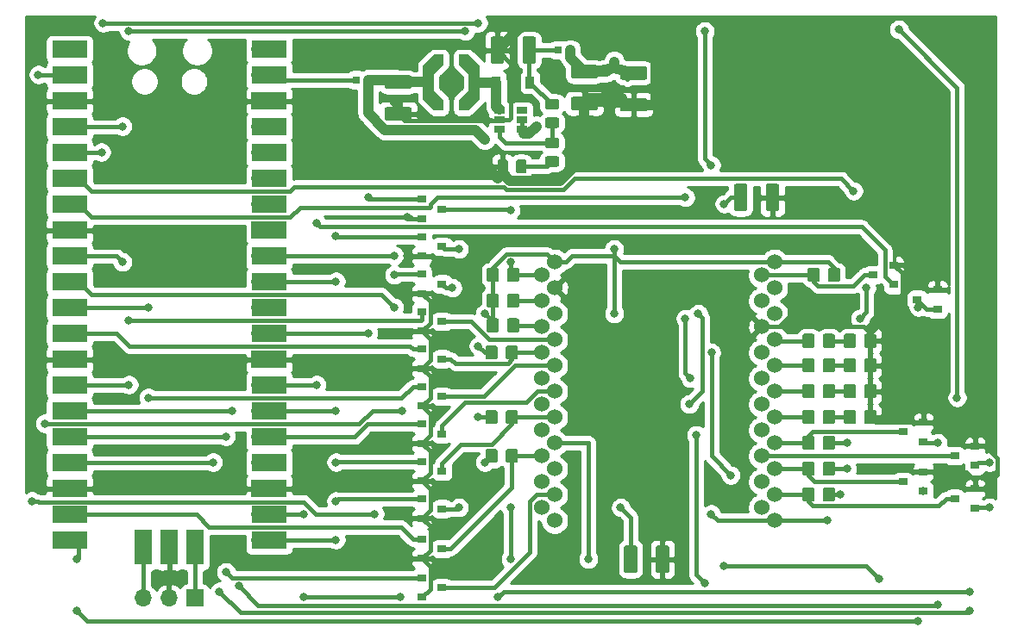
<source format=gbr>
G04 #@! TF.GenerationSoftware,KiCad,Pcbnew,5.1.5+dfsg1-2build2*
G04 #@! TF.CreationDate,2023-03-21T22:00:02+00:00*
G04 #@! TF.ProjectId,pps-rom-dumper,7070732d-726f-46d2-9d64-756d7065722e,rev?*
G04 #@! TF.SameCoordinates,Original*
G04 #@! TF.FileFunction,Copper,L1,Top*
G04 #@! TF.FilePolarity,Positive*
%FSLAX46Y46*%
G04 Gerber Fmt 4.6, Leading zero omitted, Abs format (unit mm)*
G04 Created by KiCad (PCBNEW 5.1.5+dfsg1-2build2) date 2023-03-21 22:00:02*
%MOMM*%
%LPD*%
G04 APERTURE LIST*
%ADD10C,0.100000*%
%ADD11O,1.700000X1.700000*%
%ADD12R,1.700000X1.700000*%
%ADD13R,1.060000X0.650000*%
%ADD14R,0.800000X0.800000*%
%ADD15R,0.900000X1.200000*%
%ADD16C,1.524000*%
%ADD17R,1.700000X3.500000*%
%ADD18R,3.500000X1.700000*%
%ADD19R,0.900000X0.800000*%
%ADD20C,0.800000*%
%ADD21C,1.000000*%
%ADD22C,0.400000*%
%ADD23C,0.254000*%
G04 APERTURE END LIST*
G04 #@! TA.AperFunction,SMDPad,CuDef*
D10*
G36*
X120109505Y-42466204D02*
G01*
X120133773Y-42469804D01*
X120157572Y-42475765D01*
X120180671Y-42484030D01*
X120202850Y-42494520D01*
X120223893Y-42507132D01*
X120243599Y-42521747D01*
X120261777Y-42538223D01*
X120278253Y-42556401D01*
X120292868Y-42576107D01*
X120305480Y-42597150D01*
X120315970Y-42619329D01*
X120324235Y-42642428D01*
X120330196Y-42666227D01*
X120333796Y-42690495D01*
X120335000Y-42714999D01*
X120335000Y-44915001D01*
X120333796Y-44939505D01*
X120330196Y-44963773D01*
X120324235Y-44987572D01*
X120315970Y-45010671D01*
X120305480Y-45032850D01*
X120292868Y-45053893D01*
X120278253Y-45073599D01*
X120261777Y-45091777D01*
X120243599Y-45108253D01*
X120223893Y-45122868D01*
X120202850Y-45135480D01*
X120180671Y-45145970D01*
X120157572Y-45154235D01*
X120133773Y-45160196D01*
X120109505Y-45163796D01*
X120085001Y-45165000D01*
X119259999Y-45165000D01*
X119235495Y-45163796D01*
X119211227Y-45160196D01*
X119187428Y-45154235D01*
X119164329Y-45145970D01*
X119142150Y-45135480D01*
X119121107Y-45122868D01*
X119101401Y-45108253D01*
X119083223Y-45091777D01*
X119066747Y-45073599D01*
X119052132Y-45053893D01*
X119039520Y-45032850D01*
X119029030Y-45010671D01*
X119020765Y-44987572D01*
X119014804Y-44963773D01*
X119011204Y-44939505D01*
X119010000Y-44915001D01*
X119010000Y-42714999D01*
X119011204Y-42690495D01*
X119014804Y-42666227D01*
X119020765Y-42642428D01*
X119029030Y-42619329D01*
X119039520Y-42597150D01*
X119052132Y-42576107D01*
X119066747Y-42556401D01*
X119083223Y-42538223D01*
X119101401Y-42521747D01*
X119121107Y-42507132D01*
X119142150Y-42494520D01*
X119164329Y-42484030D01*
X119187428Y-42475765D01*
X119211227Y-42469804D01*
X119235495Y-42466204D01*
X119259999Y-42465000D01*
X120085001Y-42465000D01*
X120109505Y-42466204D01*
G37*
G04 #@! TD.AperFunction*
G04 #@! TA.AperFunction,SMDPad,CuDef*
G36*
X116984505Y-42466204D02*
G01*
X117008773Y-42469804D01*
X117032572Y-42475765D01*
X117055671Y-42484030D01*
X117077850Y-42494520D01*
X117098893Y-42507132D01*
X117118599Y-42521747D01*
X117136777Y-42538223D01*
X117153253Y-42556401D01*
X117167868Y-42576107D01*
X117180480Y-42597150D01*
X117190970Y-42619329D01*
X117199235Y-42642428D01*
X117205196Y-42666227D01*
X117208796Y-42690495D01*
X117210000Y-42714999D01*
X117210000Y-44915001D01*
X117208796Y-44939505D01*
X117205196Y-44963773D01*
X117199235Y-44987572D01*
X117190970Y-45010671D01*
X117180480Y-45032850D01*
X117167868Y-45053893D01*
X117153253Y-45073599D01*
X117136777Y-45091777D01*
X117118599Y-45108253D01*
X117098893Y-45122868D01*
X117077850Y-45135480D01*
X117055671Y-45145970D01*
X117032572Y-45154235D01*
X117008773Y-45160196D01*
X116984505Y-45163796D01*
X116960001Y-45165000D01*
X116134999Y-45165000D01*
X116110495Y-45163796D01*
X116086227Y-45160196D01*
X116062428Y-45154235D01*
X116039329Y-45145970D01*
X116017150Y-45135480D01*
X115996107Y-45122868D01*
X115976401Y-45108253D01*
X115958223Y-45091777D01*
X115941747Y-45073599D01*
X115927132Y-45053893D01*
X115914520Y-45032850D01*
X115904030Y-45010671D01*
X115895765Y-44987572D01*
X115889804Y-44963773D01*
X115886204Y-44939505D01*
X115885000Y-44915001D01*
X115885000Y-42714999D01*
X115886204Y-42690495D01*
X115889804Y-42666227D01*
X115895765Y-42642428D01*
X115904030Y-42619329D01*
X115914520Y-42597150D01*
X115927132Y-42576107D01*
X115941747Y-42556401D01*
X115958223Y-42538223D01*
X115976401Y-42521747D01*
X115996107Y-42507132D01*
X116017150Y-42494520D01*
X116039329Y-42484030D01*
X116062428Y-42475765D01*
X116086227Y-42469804D01*
X116110495Y-42466204D01*
X116134999Y-42465000D01*
X116960001Y-42465000D01*
X116984505Y-42466204D01*
G37*
G04 #@! TD.AperFunction*
G04 #@! TA.AperFunction,SMDPad,CuDef*
G36*
X109314505Y-78026204D02*
G01*
X109338773Y-78029804D01*
X109362572Y-78035765D01*
X109385671Y-78044030D01*
X109407850Y-78054520D01*
X109428893Y-78067132D01*
X109448599Y-78081747D01*
X109466777Y-78098223D01*
X109483253Y-78116401D01*
X109497868Y-78136107D01*
X109510480Y-78157150D01*
X109520970Y-78179329D01*
X109529235Y-78202428D01*
X109535196Y-78226227D01*
X109538796Y-78250495D01*
X109540000Y-78274999D01*
X109540000Y-80475001D01*
X109538796Y-80499505D01*
X109535196Y-80523773D01*
X109529235Y-80547572D01*
X109520970Y-80570671D01*
X109510480Y-80592850D01*
X109497868Y-80613893D01*
X109483253Y-80633599D01*
X109466777Y-80651777D01*
X109448599Y-80668253D01*
X109428893Y-80682868D01*
X109407850Y-80695480D01*
X109385671Y-80705970D01*
X109362572Y-80714235D01*
X109338773Y-80720196D01*
X109314505Y-80723796D01*
X109290001Y-80725000D01*
X108464999Y-80725000D01*
X108440495Y-80723796D01*
X108416227Y-80720196D01*
X108392428Y-80714235D01*
X108369329Y-80705970D01*
X108347150Y-80695480D01*
X108326107Y-80682868D01*
X108306401Y-80668253D01*
X108288223Y-80651777D01*
X108271747Y-80633599D01*
X108257132Y-80613893D01*
X108244520Y-80592850D01*
X108234030Y-80570671D01*
X108225765Y-80547572D01*
X108219804Y-80523773D01*
X108216204Y-80499505D01*
X108215000Y-80475001D01*
X108215000Y-78274999D01*
X108216204Y-78250495D01*
X108219804Y-78226227D01*
X108225765Y-78202428D01*
X108234030Y-78179329D01*
X108244520Y-78157150D01*
X108257132Y-78136107D01*
X108271747Y-78116401D01*
X108288223Y-78098223D01*
X108306401Y-78081747D01*
X108326107Y-78067132D01*
X108347150Y-78054520D01*
X108369329Y-78044030D01*
X108392428Y-78035765D01*
X108416227Y-78029804D01*
X108440495Y-78026204D01*
X108464999Y-78025000D01*
X109290001Y-78025000D01*
X109314505Y-78026204D01*
G37*
G04 #@! TD.AperFunction*
G04 #@! TA.AperFunction,SMDPad,CuDef*
G36*
X106189505Y-78026204D02*
G01*
X106213773Y-78029804D01*
X106237572Y-78035765D01*
X106260671Y-78044030D01*
X106282850Y-78054520D01*
X106303893Y-78067132D01*
X106323599Y-78081747D01*
X106341777Y-78098223D01*
X106358253Y-78116401D01*
X106372868Y-78136107D01*
X106385480Y-78157150D01*
X106395970Y-78179329D01*
X106404235Y-78202428D01*
X106410196Y-78226227D01*
X106413796Y-78250495D01*
X106415000Y-78274999D01*
X106415000Y-80475001D01*
X106413796Y-80499505D01*
X106410196Y-80523773D01*
X106404235Y-80547572D01*
X106395970Y-80570671D01*
X106385480Y-80592850D01*
X106372868Y-80613893D01*
X106358253Y-80633599D01*
X106341777Y-80651777D01*
X106323599Y-80668253D01*
X106303893Y-80682868D01*
X106282850Y-80695480D01*
X106260671Y-80705970D01*
X106237572Y-80714235D01*
X106213773Y-80720196D01*
X106189505Y-80723796D01*
X106165001Y-80725000D01*
X105339999Y-80725000D01*
X105315495Y-80723796D01*
X105291227Y-80720196D01*
X105267428Y-80714235D01*
X105244329Y-80705970D01*
X105222150Y-80695480D01*
X105201107Y-80682868D01*
X105181401Y-80668253D01*
X105163223Y-80651777D01*
X105146747Y-80633599D01*
X105132132Y-80613893D01*
X105119520Y-80592850D01*
X105109030Y-80570671D01*
X105100765Y-80547572D01*
X105094804Y-80523773D01*
X105091204Y-80499505D01*
X105090000Y-80475001D01*
X105090000Y-78274999D01*
X105091204Y-78250495D01*
X105094804Y-78226227D01*
X105100765Y-78202428D01*
X105109030Y-78179329D01*
X105119520Y-78157150D01*
X105132132Y-78136107D01*
X105146747Y-78116401D01*
X105163223Y-78098223D01*
X105181401Y-78081747D01*
X105201107Y-78067132D01*
X105222150Y-78054520D01*
X105244329Y-78044030D01*
X105267428Y-78035765D01*
X105291227Y-78029804D01*
X105315495Y-78026204D01*
X105339999Y-78025000D01*
X106165001Y-78025000D01*
X106189505Y-78026204D01*
G37*
G04 #@! TD.AperFunction*
G04 #@! TA.AperFunction,SMDPad,CuDef*
G36*
X107169505Y-34048204D02*
G01*
X107193773Y-34051804D01*
X107217572Y-34057765D01*
X107240671Y-34066030D01*
X107262850Y-34076520D01*
X107283893Y-34089132D01*
X107303599Y-34103747D01*
X107321777Y-34120223D01*
X107338253Y-34138401D01*
X107352868Y-34158107D01*
X107365480Y-34179150D01*
X107375970Y-34201329D01*
X107384235Y-34224428D01*
X107390196Y-34248227D01*
X107393796Y-34272495D01*
X107395000Y-34296999D01*
X107395000Y-35122001D01*
X107393796Y-35146505D01*
X107390196Y-35170773D01*
X107384235Y-35194572D01*
X107375970Y-35217671D01*
X107365480Y-35239850D01*
X107352868Y-35260893D01*
X107338253Y-35280599D01*
X107321777Y-35298777D01*
X107303599Y-35315253D01*
X107283893Y-35329868D01*
X107262850Y-35342480D01*
X107240671Y-35352970D01*
X107217572Y-35361235D01*
X107193773Y-35367196D01*
X107169505Y-35370796D01*
X107145001Y-35372000D01*
X104944999Y-35372000D01*
X104920495Y-35370796D01*
X104896227Y-35367196D01*
X104872428Y-35361235D01*
X104849329Y-35352970D01*
X104827150Y-35342480D01*
X104806107Y-35329868D01*
X104786401Y-35315253D01*
X104768223Y-35298777D01*
X104751747Y-35280599D01*
X104737132Y-35260893D01*
X104724520Y-35239850D01*
X104714030Y-35217671D01*
X104705765Y-35194572D01*
X104699804Y-35170773D01*
X104696204Y-35146505D01*
X104695000Y-35122001D01*
X104695000Y-34296999D01*
X104696204Y-34272495D01*
X104699804Y-34248227D01*
X104705765Y-34224428D01*
X104714030Y-34201329D01*
X104724520Y-34179150D01*
X104737132Y-34158107D01*
X104751747Y-34138401D01*
X104768223Y-34120223D01*
X104786401Y-34103747D01*
X104806107Y-34089132D01*
X104827150Y-34076520D01*
X104849329Y-34066030D01*
X104872428Y-34057765D01*
X104896227Y-34051804D01*
X104920495Y-34048204D01*
X104944999Y-34047000D01*
X107145001Y-34047000D01*
X107169505Y-34048204D01*
G37*
G04 #@! TD.AperFunction*
G04 #@! TA.AperFunction,SMDPad,CuDef*
G36*
X107169505Y-30923204D02*
G01*
X107193773Y-30926804D01*
X107217572Y-30932765D01*
X107240671Y-30941030D01*
X107262850Y-30951520D01*
X107283893Y-30964132D01*
X107303599Y-30978747D01*
X107321777Y-30995223D01*
X107338253Y-31013401D01*
X107352868Y-31033107D01*
X107365480Y-31054150D01*
X107375970Y-31076329D01*
X107384235Y-31099428D01*
X107390196Y-31123227D01*
X107393796Y-31147495D01*
X107395000Y-31171999D01*
X107395000Y-31997001D01*
X107393796Y-32021505D01*
X107390196Y-32045773D01*
X107384235Y-32069572D01*
X107375970Y-32092671D01*
X107365480Y-32114850D01*
X107352868Y-32135893D01*
X107338253Y-32155599D01*
X107321777Y-32173777D01*
X107303599Y-32190253D01*
X107283893Y-32204868D01*
X107262850Y-32217480D01*
X107240671Y-32227970D01*
X107217572Y-32236235D01*
X107193773Y-32242196D01*
X107169505Y-32245796D01*
X107145001Y-32247000D01*
X104944999Y-32247000D01*
X104920495Y-32245796D01*
X104896227Y-32242196D01*
X104872428Y-32236235D01*
X104849329Y-32227970D01*
X104827150Y-32217480D01*
X104806107Y-32204868D01*
X104786401Y-32190253D01*
X104768223Y-32173777D01*
X104751747Y-32155599D01*
X104737132Y-32135893D01*
X104724520Y-32114850D01*
X104714030Y-32092671D01*
X104705765Y-32069572D01*
X104699804Y-32045773D01*
X104696204Y-32021505D01*
X104695000Y-31997001D01*
X104695000Y-31171999D01*
X104696204Y-31147495D01*
X104699804Y-31123227D01*
X104705765Y-31099428D01*
X104714030Y-31076329D01*
X104724520Y-31054150D01*
X104737132Y-31033107D01*
X104751747Y-31013401D01*
X104768223Y-30995223D01*
X104786401Y-30978747D01*
X104806107Y-30964132D01*
X104827150Y-30951520D01*
X104849329Y-30941030D01*
X104872428Y-30932765D01*
X104896227Y-30926804D01*
X104920495Y-30923204D01*
X104944999Y-30922000D01*
X107145001Y-30922000D01*
X107169505Y-30923204D01*
G37*
G04 #@! TD.AperFunction*
D11*
X57912000Y-83185000D03*
X60452000Y-83185000D03*
D12*
X62992000Y-83185000D03*
D13*
X95080000Y-36195000D03*
X95080000Y-35245000D03*
X95080000Y-37145000D03*
X92880000Y-37145000D03*
X92880000Y-36195000D03*
X92880000Y-35245000D03*
G04 #@! TA.AperFunction,SMDPad,CuDef*
D10*
G36*
X93481505Y-40068204D02*
G01*
X93505773Y-40071804D01*
X93529572Y-40077765D01*
X93552671Y-40086030D01*
X93574850Y-40096520D01*
X93595893Y-40109132D01*
X93615599Y-40123747D01*
X93633777Y-40140223D01*
X93650253Y-40158401D01*
X93664868Y-40178107D01*
X93677480Y-40199150D01*
X93687970Y-40221329D01*
X93696235Y-40244428D01*
X93702196Y-40268227D01*
X93705796Y-40292495D01*
X93707000Y-40316999D01*
X93707000Y-41217001D01*
X93705796Y-41241505D01*
X93702196Y-41265773D01*
X93696235Y-41289572D01*
X93687970Y-41312671D01*
X93677480Y-41334850D01*
X93664868Y-41355893D01*
X93650253Y-41375599D01*
X93633777Y-41393777D01*
X93615599Y-41410253D01*
X93595893Y-41424868D01*
X93574850Y-41437480D01*
X93552671Y-41447970D01*
X93529572Y-41456235D01*
X93505773Y-41462196D01*
X93481505Y-41465796D01*
X93457001Y-41467000D01*
X92931999Y-41467000D01*
X92907495Y-41465796D01*
X92883227Y-41462196D01*
X92859428Y-41456235D01*
X92836329Y-41447970D01*
X92814150Y-41437480D01*
X92793107Y-41424868D01*
X92773401Y-41410253D01*
X92755223Y-41393777D01*
X92738747Y-41375599D01*
X92724132Y-41355893D01*
X92711520Y-41334850D01*
X92701030Y-41312671D01*
X92692765Y-41289572D01*
X92686804Y-41265773D01*
X92683204Y-41241505D01*
X92682000Y-41217001D01*
X92682000Y-40316999D01*
X92683204Y-40292495D01*
X92686804Y-40268227D01*
X92692765Y-40244428D01*
X92701030Y-40221329D01*
X92711520Y-40199150D01*
X92724132Y-40178107D01*
X92738747Y-40158401D01*
X92755223Y-40140223D01*
X92773401Y-40123747D01*
X92793107Y-40109132D01*
X92814150Y-40096520D01*
X92836329Y-40086030D01*
X92859428Y-40077765D01*
X92883227Y-40071804D01*
X92907495Y-40068204D01*
X92931999Y-40067000D01*
X93457001Y-40067000D01*
X93481505Y-40068204D01*
G37*
G04 #@! TD.AperFunction*
G04 #@! TA.AperFunction,SMDPad,CuDef*
G36*
X95306505Y-40068204D02*
G01*
X95330773Y-40071804D01*
X95354572Y-40077765D01*
X95377671Y-40086030D01*
X95399850Y-40096520D01*
X95420893Y-40109132D01*
X95440599Y-40123747D01*
X95458777Y-40140223D01*
X95475253Y-40158401D01*
X95489868Y-40178107D01*
X95502480Y-40199150D01*
X95512970Y-40221329D01*
X95521235Y-40244428D01*
X95527196Y-40268227D01*
X95530796Y-40292495D01*
X95532000Y-40316999D01*
X95532000Y-41217001D01*
X95530796Y-41241505D01*
X95527196Y-41265773D01*
X95521235Y-41289572D01*
X95512970Y-41312671D01*
X95502480Y-41334850D01*
X95489868Y-41355893D01*
X95475253Y-41375599D01*
X95458777Y-41393777D01*
X95440599Y-41410253D01*
X95420893Y-41424868D01*
X95399850Y-41437480D01*
X95377671Y-41447970D01*
X95354572Y-41456235D01*
X95330773Y-41462196D01*
X95306505Y-41465796D01*
X95282001Y-41467000D01*
X94756999Y-41467000D01*
X94732495Y-41465796D01*
X94708227Y-41462196D01*
X94684428Y-41456235D01*
X94661329Y-41447970D01*
X94639150Y-41437480D01*
X94618107Y-41424868D01*
X94598401Y-41410253D01*
X94580223Y-41393777D01*
X94563747Y-41375599D01*
X94549132Y-41355893D01*
X94536520Y-41334850D01*
X94526030Y-41312671D01*
X94517765Y-41289572D01*
X94511804Y-41265773D01*
X94508204Y-41241505D01*
X94507000Y-41217001D01*
X94507000Y-40316999D01*
X94508204Y-40292495D01*
X94511804Y-40268227D01*
X94517765Y-40244428D01*
X94526030Y-40221329D01*
X94536520Y-40199150D01*
X94549132Y-40178107D01*
X94563747Y-40158401D01*
X94580223Y-40140223D01*
X94598401Y-40123747D01*
X94618107Y-40109132D01*
X94639150Y-40096520D01*
X94661329Y-40086030D01*
X94684428Y-40077765D01*
X94708227Y-40071804D01*
X94732495Y-40068204D01*
X94756999Y-40067000D01*
X95282001Y-40067000D01*
X95306505Y-40068204D01*
G37*
G04 #@! TD.AperFunction*
G04 #@! TA.AperFunction,SMDPad,CuDef*
G36*
X98518505Y-39771204D02*
G01*
X98542773Y-39774804D01*
X98566572Y-39780765D01*
X98589671Y-39789030D01*
X98611850Y-39799520D01*
X98632893Y-39812132D01*
X98652599Y-39826747D01*
X98670777Y-39843223D01*
X98687253Y-39861401D01*
X98701868Y-39881107D01*
X98714480Y-39902150D01*
X98724970Y-39924329D01*
X98733235Y-39947428D01*
X98739196Y-39971227D01*
X98742796Y-39995495D01*
X98744000Y-40019999D01*
X98744000Y-40545001D01*
X98742796Y-40569505D01*
X98739196Y-40593773D01*
X98733235Y-40617572D01*
X98724970Y-40640671D01*
X98714480Y-40662850D01*
X98701868Y-40683893D01*
X98687253Y-40703599D01*
X98670777Y-40721777D01*
X98652599Y-40738253D01*
X98632893Y-40752868D01*
X98611850Y-40765480D01*
X98589671Y-40775970D01*
X98566572Y-40784235D01*
X98542773Y-40790196D01*
X98518505Y-40793796D01*
X98494001Y-40795000D01*
X97593999Y-40795000D01*
X97569495Y-40793796D01*
X97545227Y-40790196D01*
X97521428Y-40784235D01*
X97498329Y-40775970D01*
X97476150Y-40765480D01*
X97455107Y-40752868D01*
X97435401Y-40738253D01*
X97417223Y-40721777D01*
X97400747Y-40703599D01*
X97386132Y-40683893D01*
X97373520Y-40662850D01*
X97363030Y-40640671D01*
X97354765Y-40617572D01*
X97348804Y-40593773D01*
X97345204Y-40569505D01*
X97344000Y-40545001D01*
X97344000Y-40019999D01*
X97345204Y-39995495D01*
X97348804Y-39971227D01*
X97354765Y-39947428D01*
X97363030Y-39924329D01*
X97373520Y-39902150D01*
X97386132Y-39881107D01*
X97400747Y-39861401D01*
X97417223Y-39843223D01*
X97435401Y-39826747D01*
X97455107Y-39812132D01*
X97476150Y-39799520D01*
X97498329Y-39789030D01*
X97521428Y-39780765D01*
X97545227Y-39774804D01*
X97569495Y-39771204D01*
X97593999Y-39770000D01*
X98494001Y-39770000D01*
X98518505Y-39771204D01*
G37*
G04 #@! TD.AperFunction*
G04 #@! TA.AperFunction,SMDPad,CuDef*
G36*
X98518505Y-37946204D02*
G01*
X98542773Y-37949804D01*
X98566572Y-37955765D01*
X98589671Y-37964030D01*
X98611850Y-37974520D01*
X98632893Y-37987132D01*
X98652599Y-38001747D01*
X98670777Y-38018223D01*
X98687253Y-38036401D01*
X98701868Y-38056107D01*
X98714480Y-38077150D01*
X98724970Y-38099329D01*
X98733235Y-38122428D01*
X98739196Y-38146227D01*
X98742796Y-38170495D01*
X98744000Y-38194999D01*
X98744000Y-38720001D01*
X98742796Y-38744505D01*
X98739196Y-38768773D01*
X98733235Y-38792572D01*
X98724970Y-38815671D01*
X98714480Y-38837850D01*
X98701868Y-38858893D01*
X98687253Y-38878599D01*
X98670777Y-38896777D01*
X98652599Y-38913253D01*
X98632893Y-38927868D01*
X98611850Y-38940480D01*
X98589671Y-38950970D01*
X98566572Y-38959235D01*
X98542773Y-38965196D01*
X98518505Y-38968796D01*
X98494001Y-38970000D01*
X97593999Y-38970000D01*
X97569495Y-38968796D01*
X97545227Y-38965196D01*
X97521428Y-38959235D01*
X97498329Y-38950970D01*
X97476150Y-38940480D01*
X97455107Y-38927868D01*
X97435401Y-38913253D01*
X97417223Y-38896777D01*
X97400747Y-38878599D01*
X97386132Y-38858893D01*
X97373520Y-38837850D01*
X97363030Y-38815671D01*
X97354765Y-38792572D01*
X97348804Y-38768773D01*
X97345204Y-38744505D01*
X97344000Y-38720001D01*
X97344000Y-38194999D01*
X97345204Y-38170495D01*
X97348804Y-38146227D01*
X97354765Y-38122428D01*
X97363030Y-38099329D01*
X97373520Y-38077150D01*
X97386132Y-38056107D01*
X97400747Y-38036401D01*
X97417223Y-38018223D01*
X97435401Y-38001747D01*
X97455107Y-37987132D01*
X97476150Y-37974520D01*
X97498329Y-37964030D01*
X97521428Y-37955765D01*
X97545227Y-37949804D01*
X97569495Y-37946204D01*
X97593999Y-37945000D01*
X98494001Y-37945000D01*
X98518505Y-37946204D01*
G37*
G04 #@! TD.AperFunction*
G04 #@! TA.AperFunction,SMDPad,CuDef*
G36*
X98518505Y-35961204D02*
G01*
X98542773Y-35964804D01*
X98566572Y-35970765D01*
X98589671Y-35979030D01*
X98611850Y-35989520D01*
X98632893Y-36002132D01*
X98652599Y-36016747D01*
X98670777Y-36033223D01*
X98687253Y-36051401D01*
X98701868Y-36071107D01*
X98714480Y-36092150D01*
X98724970Y-36114329D01*
X98733235Y-36137428D01*
X98739196Y-36161227D01*
X98742796Y-36185495D01*
X98744000Y-36209999D01*
X98744000Y-36735001D01*
X98742796Y-36759505D01*
X98739196Y-36783773D01*
X98733235Y-36807572D01*
X98724970Y-36830671D01*
X98714480Y-36852850D01*
X98701868Y-36873893D01*
X98687253Y-36893599D01*
X98670777Y-36911777D01*
X98652599Y-36928253D01*
X98632893Y-36942868D01*
X98611850Y-36955480D01*
X98589671Y-36965970D01*
X98566572Y-36974235D01*
X98542773Y-36980196D01*
X98518505Y-36983796D01*
X98494001Y-36985000D01*
X97593999Y-36985000D01*
X97569495Y-36983796D01*
X97545227Y-36980196D01*
X97521428Y-36974235D01*
X97498329Y-36965970D01*
X97476150Y-36955480D01*
X97455107Y-36942868D01*
X97435401Y-36928253D01*
X97417223Y-36911777D01*
X97400747Y-36893599D01*
X97386132Y-36873893D01*
X97373520Y-36852850D01*
X97363030Y-36830671D01*
X97354765Y-36807572D01*
X97348804Y-36783773D01*
X97345204Y-36759505D01*
X97344000Y-36735001D01*
X97344000Y-36209999D01*
X97345204Y-36185495D01*
X97348804Y-36161227D01*
X97354765Y-36137428D01*
X97363030Y-36114329D01*
X97373520Y-36092150D01*
X97386132Y-36071107D01*
X97400747Y-36051401D01*
X97417223Y-36033223D01*
X97435401Y-36016747D01*
X97455107Y-36002132D01*
X97476150Y-35989520D01*
X97498329Y-35979030D01*
X97521428Y-35970765D01*
X97545227Y-35964804D01*
X97569495Y-35961204D01*
X97593999Y-35960000D01*
X98494001Y-35960000D01*
X98518505Y-35961204D01*
G37*
G04 #@! TD.AperFunction*
G04 #@! TA.AperFunction,SMDPad,CuDef*
G36*
X98518505Y-34136204D02*
G01*
X98542773Y-34139804D01*
X98566572Y-34145765D01*
X98589671Y-34154030D01*
X98611850Y-34164520D01*
X98632893Y-34177132D01*
X98652599Y-34191747D01*
X98670777Y-34208223D01*
X98687253Y-34226401D01*
X98701868Y-34246107D01*
X98714480Y-34267150D01*
X98724970Y-34289329D01*
X98733235Y-34312428D01*
X98739196Y-34336227D01*
X98742796Y-34360495D01*
X98744000Y-34384999D01*
X98744000Y-34910001D01*
X98742796Y-34934505D01*
X98739196Y-34958773D01*
X98733235Y-34982572D01*
X98724970Y-35005671D01*
X98714480Y-35027850D01*
X98701868Y-35048893D01*
X98687253Y-35068599D01*
X98670777Y-35086777D01*
X98652599Y-35103253D01*
X98632893Y-35117868D01*
X98611850Y-35130480D01*
X98589671Y-35140970D01*
X98566572Y-35149235D01*
X98542773Y-35155196D01*
X98518505Y-35158796D01*
X98494001Y-35160000D01*
X97593999Y-35160000D01*
X97569495Y-35158796D01*
X97545227Y-35155196D01*
X97521428Y-35149235D01*
X97498329Y-35140970D01*
X97476150Y-35130480D01*
X97455107Y-35117868D01*
X97435401Y-35103253D01*
X97417223Y-35086777D01*
X97400747Y-35068599D01*
X97386132Y-35048893D01*
X97373520Y-35027850D01*
X97363030Y-35005671D01*
X97354765Y-34982572D01*
X97348804Y-34958773D01*
X97345204Y-34934505D01*
X97344000Y-34910001D01*
X97344000Y-34384999D01*
X97345204Y-34360495D01*
X97348804Y-34336227D01*
X97354765Y-34312428D01*
X97363030Y-34289329D01*
X97373520Y-34267150D01*
X97386132Y-34246107D01*
X97400747Y-34226401D01*
X97417223Y-34208223D01*
X97435401Y-34191747D01*
X97455107Y-34177132D01*
X97476150Y-34164520D01*
X97498329Y-34154030D01*
X97521428Y-34145765D01*
X97545227Y-34139804D01*
X97569495Y-34136204D01*
X97593999Y-34135000D01*
X98494001Y-34135000D01*
X98518505Y-34136204D01*
G37*
G04 #@! TD.AperFunction*
G04 #@! TA.AperFunction,SMDPad,CuDef*
G36*
X90893000Y-30812000D02*
G01*
X90893000Y-34212000D01*
X89838000Y-35267000D01*
X88898000Y-35267000D01*
X88898000Y-34212000D01*
X89838000Y-33356500D01*
X89838000Y-31667500D01*
X88898000Y-30812000D01*
X88898000Y-29757000D01*
X89838000Y-29757000D01*
X90893000Y-30812000D01*
G37*
G04 #@! TD.AperFunction*
G04 #@! TA.AperFunction,SMDPad,CuDef*
G36*
X87378000Y-30812000D02*
G01*
X86438000Y-31667500D01*
X86438000Y-33356500D01*
X87378000Y-34212000D01*
X87378000Y-35267000D01*
X86438000Y-35267000D01*
X85383000Y-34212000D01*
X85383000Y-30812000D01*
X86438000Y-29757000D01*
X87378000Y-29757000D01*
X87378000Y-30812000D01*
G37*
G04 #@! TD.AperFunction*
D14*
X99829000Y-29337000D03*
X98679000Y-29337000D03*
X80002000Y-32258000D03*
X78852000Y-32258000D03*
D15*
X92584000Y-32512000D03*
X95884000Y-32512000D03*
G04 #@! TA.AperFunction,SMDPad,CuDef*
D10*
G36*
X102343505Y-33921204D02*
G01*
X102367773Y-33924804D01*
X102391572Y-33930765D01*
X102414671Y-33939030D01*
X102436850Y-33949520D01*
X102457893Y-33962132D01*
X102477599Y-33976747D01*
X102495777Y-33993223D01*
X102512253Y-34011401D01*
X102526868Y-34031107D01*
X102539480Y-34052150D01*
X102549970Y-34074329D01*
X102558235Y-34097428D01*
X102564196Y-34121227D01*
X102567796Y-34145495D01*
X102569000Y-34169999D01*
X102569000Y-34995001D01*
X102567796Y-35019505D01*
X102564196Y-35043773D01*
X102558235Y-35067572D01*
X102549970Y-35090671D01*
X102539480Y-35112850D01*
X102526868Y-35133893D01*
X102512253Y-35153599D01*
X102495777Y-35171777D01*
X102477599Y-35188253D01*
X102457893Y-35202868D01*
X102436850Y-35215480D01*
X102414671Y-35225970D01*
X102391572Y-35234235D01*
X102367773Y-35240196D01*
X102343505Y-35243796D01*
X102319001Y-35245000D01*
X100118999Y-35245000D01*
X100094495Y-35243796D01*
X100070227Y-35240196D01*
X100046428Y-35234235D01*
X100023329Y-35225970D01*
X100001150Y-35215480D01*
X99980107Y-35202868D01*
X99960401Y-35188253D01*
X99942223Y-35171777D01*
X99925747Y-35153599D01*
X99911132Y-35133893D01*
X99898520Y-35112850D01*
X99888030Y-35090671D01*
X99879765Y-35067572D01*
X99873804Y-35043773D01*
X99870204Y-35019505D01*
X99869000Y-34995001D01*
X99869000Y-34169999D01*
X99870204Y-34145495D01*
X99873804Y-34121227D01*
X99879765Y-34097428D01*
X99888030Y-34074329D01*
X99898520Y-34052150D01*
X99911132Y-34031107D01*
X99925747Y-34011401D01*
X99942223Y-33993223D01*
X99960401Y-33976747D01*
X99980107Y-33962132D01*
X100001150Y-33949520D01*
X100023329Y-33939030D01*
X100046428Y-33930765D01*
X100070227Y-33924804D01*
X100094495Y-33921204D01*
X100118999Y-33920000D01*
X102319001Y-33920000D01*
X102343505Y-33921204D01*
G37*
G04 #@! TD.AperFunction*
G04 #@! TA.AperFunction,SMDPad,CuDef*
G36*
X102343505Y-30796204D02*
G01*
X102367773Y-30799804D01*
X102391572Y-30805765D01*
X102414671Y-30814030D01*
X102436850Y-30824520D01*
X102457893Y-30837132D01*
X102477599Y-30851747D01*
X102495777Y-30868223D01*
X102512253Y-30886401D01*
X102526868Y-30906107D01*
X102539480Y-30927150D01*
X102549970Y-30949329D01*
X102558235Y-30972428D01*
X102564196Y-30996227D01*
X102567796Y-31020495D01*
X102569000Y-31044999D01*
X102569000Y-31870001D01*
X102567796Y-31894505D01*
X102564196Y-31918773D01*
X102558235Y-31942572D01*
X102549970Y-31965671D01*
X102539480Y-31987850D01*
X102526868Y-32008893D01*
X102512253Y-32028599D01*
X102495777Y-32046777D01*
X102477599Y-32063253D01*
X102457893Y-32077868D01*
X102436850Y-32090480D01*
X102414671Y-32100970D01*
X102391572Y-32109235D01*
X102367773Y-32115196D01*
X102343505Y-32118796D01*
X102319001Y-32120000D01*
X100118999Y-32120000D01*
X100094495Y-32118796D01*
X100070227Y-32115196D01*
X100046428Y-32109235D01*
X100023329Y-32100970D01*
X100001150Y-32090480D01*
X99980107Y-32077868D01*
X99960401Y-32063253D01*
X99942223Y-32046777D01*
X99925747Y-32028599D01*
X99911132Y-32008893D01*
X99898520Y-31987850D01*
X99888030Y-31965671D01*
X99879765Y-31942572D01*
X99873804Y-31918773D01*
X99870204Y-31894505D01*
X99869000Y-31870001D01*
X99869000Y-31044999D01*
X99870204Y-31020495D01*
X99873804Y-30996227D01*
X99879765Y-30972428D01*
X99888030Y-30949329D01*
X99898520Y-30927150D01*
X99911132Y-30906107D01*
X99925747Y-30886401D01*
X99942223Y-30868223D01*
X99960401Y-30851747D01*
X99980107Y-30837132D01*
X100001150Y-30824520D01*
X100023329Y-30814030D01*
X100046428Y-30805765D01*
X100070227Y-30799804D01*
X100094495Y-30796204D01*
X100118999Y-30795000D01*
X102319001Y-30795000D01*
X102343505Y-30796204D01*
G37*
G04 #@! TD.AperFunction*
G04 #@! TA.AperFunction,SMDPad,CuDef*
G36*
X93108505Y-27988204D02*
G01*
X93132773Y-27991804D01*
X93156572Y-27997765D01*
X93179671Y-28006030D01*
X93201850Y-28016520D01*
X93222893Y-28029132D01*
X93242599Y-28043747D01*
X93260777Y-28060223D01*
X93277253Y-28078401D01*
X93291868Y-28098107D01*
X93304480Y-28119150D01*
X93314970Y-28141329D01*
X93323235Y-28164428D01*
X93329196Y-28188227D01*
X93332796Y-28212495D01*
X93334000Y-28236999D01*
X93334000Y-30437001D01*
X93332796Y-30461505D01*
X93329196Y-30485773D01*
X93323235Y-30509572D01*
X93314970Y-30532671D01*
X93304480Y-30554850D01*
X93291868Y-30575893D01*
X93277253Y-30595599D01*
X93260777Y-30613777D01*
X93242599Y-30630253D01*
X93222893Y-30644868D01*
X93201850Y-30657480D01*
X93179671Y-30667970D01*
X93156572Y-30676235D01*
X93132773Y-30682196D01*
X93108505Y-30685796D01*
X93084001Y-30687000D01*
X92258999Y-30687000D01*
X92234495Y-30685796D01*
X92210227Y-30682196D01*
X92186428Y-30676235D01*
X92163329Y-30667970D01*
X92141150Y-30657480D01*
X92120107Y-30644868D01*
X92100401Y-30630253D01*
X92082223Y-30613777D01*
X92065747Y-30595599D01*
X92051132Y-30575893D01*
X92038520Y-30554850D01*
X92028030Y-30532671D01*
X92019765Y-30509572D01*
X92013804Y-30485773D01*
X92010204Y-30461505D01*
X92009000Y-30437001D01*
X92009000Y-28236999D01*
X92010204Y-28212495D01*
X92013804Y-28188227D01*
X92019765Y-28164428D01*
X92028030Y-28141329D01*
X92038520Y-28119150D01*
X92051132Y-28098107D01*
X92065747Y-28078401D01*
X92082223Y-28060223D01*
X92100401Y-28043747D01*
X92120107Y-28029132D01*
X92141150Y-28016520D01*
X92163329Y-28006030D01*
X92186428Y-27997765D01*
X92210227Y-27991804D01*
X92234495Y-27988204D01*
X92258999Y-27987000D01*
X93084001Y-27987000D01*
X93108505Y-27988204D01*
G37*
G04 #@! TD.AperFunction*
G04 #@! TA.AperFunction,SMDPad,CuDef*
G36*
X96233505Y-27988204D02*
G01*
X96257773Y-27991804D01*
X96281572Y-27997765D01*
X96304671Y-28006030D01*
X96326850Y-28016520D01*
X96347893Y-28029132D01*
X96367599Y-28043747D01*
X96385777Y-28060223D01*
X96402253Y-28078401D01*
X96416868Y-28098107D01*
X96429480Y-28119150D01*
X96439970Y-28141329D01*
X96448235Y-28164428D01*
X96454196Y-28188227D01*
X96457796Y-28212495D01*
X96459000Y-28236999D01*
X96459000Y-30437001D01*
X96457796Y-30461505D01*
X96454196Y-30485773D01*
X96448235Y-30509572D01*
X96439970Y-30532671D01*
X96429480Y-30554850D01*
X96416868Y-30575893D01*
X96402253Y-30595599D01*
X96385777Y-30613777D01*
X96367599Y-30630253D01*
X96347893Y-30644868D01*
X96326850Y-30657480D01*
X96304671Y-30667970D01*
X96281572Y-30676235D01*
X96257773Y-30682196D01*
X96233505Y-30685796D01*
X96209001Y-30687000D01*
X95383999Y-30687000D01*
X95359495Y-30685796D01*
X95335227Y-30682196D01*
X95311428Y-30676235D01*
X95288329Y-30667970D01*
X95266150Y-30657480D01*
X95245107Y-30644868D01*
X95225401Y-30630253D01*
X95207223Y-30613777D01*
X95190747Y-30595599D01*
X95176132Y-30575893D01*
X95163520Y-30554850D01*
X95153030Y-30532671D01*
X95144765Y-30509572D01*
X95138804Y-30485773D01*
X95135204Y-30461505D01*
X95134000Y-30437001D01*
X95134000Y-28236999D01*
X95135204Y-28212495D01*
X95138804Y-28188227D01*
X95144765Y-28164428D01*
X95153030Y-28141329D01*
X95163520Y-28119150D01*
X95176132Y-28098107D01*
X95190747Y-28078401D01*
X95207223Y-28060223D01*
X95225401Y-28043747D01*
X95245107Y-28029132D01*
X95266150Y-28016520D01*
X95288329Y-28006030D01*
X95311428Y-27997765D01*
X95335227Y-27991804D01*
X95359495Y-27988204D01*
X95383999Y-27987000D01*
X96209001Y-27987000D01*
X96233505Y-27988204D01*
G37*
G04 #@! TD.AperFunction*
G04 #@! TA.AperFunction,SMDPad,CuDef*
G36*
X84055505Y-34937204D02*
G01*
X84079773Y-34940804D01*
X84103572Y-34946765D01*
X84126671Y-34955030D01*
X84148850Y-34965520D01*
X84169893Y-34978132D01*
X84189599Y-34992747D01*
X84207777Y-35009223D01*
X84224253Y-35027401D01*
X84238868Y-35047107D01*
X84251480Y-35068150D01*
X84261970Y-35090329D01*
X84270235Y-35113428D01*
X84276196Y-35137227D01*
X84279796Y-35161495D01*
X84281000Y-35185999D01*
X84281000Y-36011001D01*
X84279796Y-36035505D01*
X84276196Y-36059773D01*
X84270235Y-36083572D01*
X84261970Y-36106671D01*
X84251480Y-36128850D01*
X84238868Y-36149893D01*
X84224253Y-36169599D01*
X84207777Y-36187777D01*
X84189599Y-36204253D01*
X84169893Y-36218868D01*
X84148850Y-36231480D01*
X84126671Y-36241970D01*
X84103572Y-36250235D01*
X84079773Y-36256196D01*
X84055505Y-36259796D01*
X84031001Y-36261000D01*
X81830999Y-36261000D01*
X81806495Y-36259796D01*
X81782227Y-36256196D01*
X81758428Y-36250235D01*
X81735329Y-36241970D01*
X81713150Y-36231480D01*
X81692107Y-36218868D01*
X81672401Y-36204253D01*
X81654223Y-36187777D01*
X81637747Y-36169599D01*
X81623132Y-36149893D01*
X81610520Y-36128850D01*
X81600030Y-36106671D01*
X81591765Y-36083572D01*
X81585804Y-36059773D01*
X81582204Y-36035505D01*
X81581000Y-36011001D01*
X81581000Y-35185999D01*
X81582204Y-35161495D01*
X81585804Y-35137227D01*
X81591765Y-35113428D01*
X81600030Y-35090329D01*
X81610520Y-35068150D01*
X81623132Y-35047107D01*
X81637747Y-35027401D01*
X81654223Y-35009223D01*
X81672401Y-34992747D01*
X81692107Y-34978132D01*
X81713150Y-34965520D01*
X81735329Y-34955030D01*
X81758428Y-34946765D01*
X81782227Y-34940804D01*
X81806495Y-34937204D01*
X81830999Y-34936000D01*
X84031001Y-34936000D01*
X84055505Y-34937204D01*
G37*
G04 #@! TD.AperFunction*
G04 #@! TA.AperFunction,SMDPad,CuDef*
G36*
X84055505Y-31812204D02*
G01*
X84079773Y-31815804D01*
X84103572Y-31821765D01*
X84126671Y-31830030D01*
X84148850Y-31840520D01*
X84169893Y-31853132D01*
X84189599Y-31867747D01*
X84207777Y-31884223D01*
X84224253Y-31902401D01*
X84238868Y-31922107D01*
X84251480Y-31943150D01*
X84261970Y-31965329D01*
X84270235Y-31988428D01*
X84276196Y-32012227D01*
X84279796Y-32036495D01*
X84281000Y-32060999D01*
X84281000Y-32886001D01*
X84279796Y-32910505D01*
X84276196Y-32934773D01*
X84270235Y-32958572D01*
X84261970Y-32981671D01*
X84251480Y-33003850D01*
X84238868Y-33024893D01*
X84224253Y-33044599D01*
X84207777Y-33062777D01*
X84189599Y-33079253D01*
X84169893Y-33093868D01*
X84148850Y-33106480D01*
X84126671Y-33116970D01*
X84103572Y-33125235D01*
X84079773Y-33131196D01*
X84055505Y-33134796D01*
X84031001Y-33136000D01*
X81830999Y-33136000D01*
X81806495Y-33134796D01*
X81782227Y-33131196D01*
X81758428Y-33125235D01*
X81735329Y-33116970D01*
X81713150Y-33106480D01*
X81692107Y-33093868D01*
X81672401Y-33079253D01*
X81654223Y-33062777D01*
X81637747Y-33044599D01*
X81623132Y-33024893D01*
X81610520Y-33003850D01*
X81600030Y-32981671D01*
X81591765Y-32958572D01*
X81585804Y-32934773D01*
X81582204Y-32910505D01*
X81581000Y-32886001D01*
X81581000Y-32060999D01*
X81582204Y-32036495D01*
X81585804Y-32012227D01*
X81591765Y-31988428D01*
X81600030Y-31965329D01*
X81610520Y-31943150D01*
X81623132Y-31922107D01*
X81637747Y-31902401D01*
X81654223Y-31884223D01*
X81672401Y-31867747D01*
X81692107Y-31853132D01*
X81713150Y-31840520D01*
X81735329Y-31830030D01*
X81758428Y-31821765D01*
X81782227Y-31815804D01*
X81806495Y-31812204D01*
X81830999Y-31811000D01*
X84031001Y-31811000D01*
X84055505Y-31812204D01*
G37*
G04 #@! TD.AperFunction*
D16*
X119888000Y-50165000D03*
X118618000Y-51435000D03*
X119888000Y-52705000D03*
X118618000Y-53975000D03*
X119888000Y-55245000D03*
X118618000Y-56515000D03*
X119888000Y-57785000D03*
X118618000Y-59055000D03*
X119888000Y-60325000D03*
X118618000Y-61595000D03*
X119888000Y-62865000D03*
X118618000Y-64135000D03*
X119888000Y-65405000D03*
X118618000Y-66675000D03*
X119888000Y-67945000D03*
X118618000Y-69215000D03*
X119888000Y-70485000D03*
X118618000Y-71755000D03*
X119888000Y-73025000D03*
X118618000Y-74295000D03*
X119888000Y-75565000D03*
X98298000Y-75565000D03*
X97028000Y-74295000D03*
X98298000Y-73025000D03*
X97028000Y-71755000D03*
X98298000Y-70485000D03*
X97028000Y-69215000D03*
X98298000Y-67945000D03*
X97028000Y-66675000D03*
X98298000Y-65405000D03*
X97028000Y-64135000D03*
X98298000Y-62865000D03*
X97028000Y-61595000D03*
X98298000Y-60325000D03*
X97028000Y-59055000D03*
X98298000Y-57785000D03*
X97028000Y-56515000D03*
X98298000Y-55245000D03*
X97028000Y-53975000D03*
X98298000Y-52705000D03*
X97028000Y-51435000D03*
X98298000Y-50165000D03*
D11*
X63016599Y-77298800D03*
D17*
X63016599Y-78198800D03*
D12*
X60476599Y-77298800D03*
D17*
X60476599Y-78198800D03*
D11*
X57936599Y-77298800D03*
D17*
X57936599Y-78198800D03*
D18*
X70266599Y-77528800D03*
X70266599Y-74988800D03*
X70266599Y-72448800D03*
X70266599Y-69908800D03*
X70266599Y-67368800D03*
X70266599Y-64828800D03*
X70266599Y-62288800D03*
X70266599Y-59748800D03*
X70266599Y-57208800D03*
X70266599Y-54668800D03*
X70266599Y-52128800D03*
X70266599Y-49588800D03*
X70266599Y-47048800D03*
X70266599Y-44508800D03*
X70266599Y-41968800D03*
X70266599Y-39428800D03*
X70266599Y-36888800D03*
X70266599Y-34348800D03*
X70266599Y-31808800D03*
X70266599Y-29268800D03*
X50686599Y-77528800D03*
X50686599Y-74988800D03*
X50686599Y-72448800D03*
X50686599Y-69908800D03*
X50686599Y-67368800D03*
X50686599Y-64828800D03*
X50686599Y-62288800D03*
X50686599Y-59748800D03*
X50686599Y-57208800D03*
X50686599Y-54668800D03*
X50686599Y-52128800D03*
X50686599Y-49588800D03*
X50686599Y-47048800D03*
X50686599Y-44508800D03*
X50686599Y-41968800D03*
X50686599Y-39428800D03*
X50686599Y-36888800D03*
X50686599Y-34348800D03*
X50686599Y-31808800D03*
X50686599Y-29268800D03*
D11*
X69366599Y-29268800D03*
X69366599Y-31808800D03*
D12*
X69366599Y-34348800D03*
D11*
X69366599Y-36888800D03*
X69366599Y-39428800D03*
X69366599Y-41968800D03*
X69366599Y-44508800D03*
D12*
X69366599Y-47048800D03*
D11*
X69366599Y-49588800D03*
X69366599Y-52128800D03*
X69366599Y-54668800D03*
X69366599Y-57208800D03*
D12*
X69366599Y-59748800D03*
D11*
X69366599Y-62288800D03*
X69366599Y-64828800D03*
X69366599Y-67368800D03*
X69366599Y-69908800D03*
D12*
X69366599Y-72448800D03*
D11*
X69366599Y-74988800D03*
X69366599Y-77528800D03*
X51586599Y-77528800D03*
X51586599Y-74988800D03*
D12*
X51586599Y-72448800D03*
D11*
X51586599Y-69908800D03*
X51586599Y-67368800D03*
X51586599Y-64828800D03*
X51586599Y-62288800D03*
D12*
X51586599Y-59748800D03*
D11*
X51586599Y-57208800D03*
X51586599Y-54668800D03*
X51586599Y-52128800D03*
X51586599Y-49588800D03*
D12*
X51586599Y-47048800D03*
D11*
X51586599Y-44508800D03*
X51586599Y-41968800D03*
X51586599Y-39428800D03*
X51586599Y-36888800D03*
D12*
X51586599Y-34348800D03*
D11*
X51586599Y-31808800D03*
X51586599Y-29268800D03*
G04 #@! TA.AperFunction,SMDPad,CuDef*
D10*
G36*
X94592505Y-50736204D02*
G01*
X94616773Y-50739804D01*
X94640572Y-50745765D01*
X94663671Y-50754030D01*
X94685850Y-50764520D01*
X94706893Y-50777132D01*
X94726599Y-50791747D01*
X94744777Y-50808223D01*
X94761253Y-50826401D01*
X94775868Y-50846107D01*
X94788480Y-50867150D01*
X94798970Y-50889329D01*
X94807235Y-50912428D01*
X94813196Y-50936227D01*
X94816796Y-50960495D01*
X94818000Y-50984999D01*
X94818000Y-51885001D01*
X94816796Y-51909505D01*
X94813196Y-51933773D01*
X94807235Y-51957572D01*
X94798970Y-51980671D01*
X94788480Y-52002850D01*
X94775868Y-52023893D01*
X94761253Y-52043599D01*
X94744777Y-52061777D01*
X94726599Y-52078253D01*
X94706893Y-52092868D01*
X94685850Y-52105480D01*
X94663671Y-52115970D01*
X94640572Y-52124235D01*
X94616773Y-52130196D01*
X94592505Y-52133796D01*
X94568001Y-52135000D01*
X93867999Y-52135000D01*
X93843495Y-52133796D01*
X93819227Y-52130196D01*
X93795428Y-52124235D01*
X93772329Y-52115970D01*
X93750150Y-52105480D01*
X93729107Y-52092868D01*
X93709401Y-52078253D01*
X93691223Y-52061777D01*
X93674747Y-52043599D01*
X93660132Y-52023893D01*
X93647520Y-52002850D01*
X93637030Y-51980671D01*
X93628765Y-51957572D01*
X93622804Y-51933773D01*
X93619204Y-51909505D01*
X93618000Y-51885001D01*
X93618000Y-50984999D01*
X93619204Y-50960495D01*
X93622804Y-50936227D01*
X93628765Y-50912428D01*
X93637030Y-50889329D01*
X93647520Y-50867150D01*
X93660132Y-50846107D01*
X93674747Y-50826401D01*
X93691223Y-50808223D01*
X93709401Y-50791747D01*
X93729107Y-50777132D01*
X93750150Y-50764520D01*
X93772329Y-50754030D01*
X93795428Y-50745765D01*
X93819227Y-50739804D01*
X93843495Y-50736204D01*
X93867999Y-50735000D01*
X94568001Y-50735000D01*
X94592505Y-50736204D01*
G37*
G04 #@! TD.AperFunction*
G04 #@! TA.AperFunction,SMDPad,CuDef*
G36*
X92592505Y-50736204D02*
G01*
X92616773Y-50739804D01*
X92640572Y-50745765D01*
X92663671Y-50754030D01*
X92685850Y-50764520D01*
X92706893Y-50777132D01*
X92726599Y-50791747D01*
X92744777Y-50808223D01*
X92761253Y-50826401D01*
X92775868Y-50846107D01*
X92788480Y-50867150D01*
X92798970Y-50889329D01*
X92807235Y-50912428D01*
X92813196Y-50936227D01*
X92816796Y-50960495D01*
X92818000Y-50984999D01*
X92818000Y-51885001D01*
X92816796Y-51909505D01*
X92813196Y-51933773D01*
X92807235Y-51957572D01*
X92798970Y-51980671D01*
X92788480Y-52002850D01*
X92775868Y-52023893D01*
X92761253Y-52043599D01*
X92744777Y-52061777D01*
X92726599Y-52078253D01*
X92706893Y-52092868D01*
X92685850Y-52105480D01*
X92663671Y-52115970D01*
X92640572Y-52124235D01*
X92616773Y-52130196D01*
X92592505Y-52133796D01*
X92568001Y-52135000D01*
X91867999Y-52135000D01*
X91843495Y-52133796D01*
X91819227Y-52130196D01*
X91795428Y-52124235D01*
X91772329Y-52115970D01*
X91750150Y-52105480D01*
X91729107Y-52092868D01*
X91709401Y-52078253D01*
X91691223Y-52061777D01*
X91674747Y-52043599D01*
X91660132Y-52023893D01*
X91647520Y-52002850D01*
X91637030Y-51980671D01*
X91628765Y-51957572D01*
X91622804Y-51933773D01*
X91619204Y-51909505D01*
X91618000Y-51885001D01*
X91618000Y-50984999D01*
X91619204Y-50960495D01*
X91622804Y-50936227D01*
X91628765Y-50912428D01*
X91637030Y-50889329D01*
X91647520Y-50867150D01*
X91660132Y-50846107D01*
X91674747Y-50826401D01*
X91691223Y-50808223D01*
X91709401Y-50791747D01*
X91729107Y-50777132D01*
X91750150Y-50764520D01*
X91772329Y-50754030D01*
X91795428Y-50745765D01*
X91819227Y-50739804D01*
X91843495Y-50736204D01*
X91867999Y-50735000D01*
X92568001Y-50735000D01*
X92592505Y-50736204D01*
G37*
G04 #@! TD.AperFunction*
G04 #@! TA.AperFunction,SMDPad,CuDef*
G36*
X124088505Y-50736204D02*
G01*
X124112773Y-50739804D01*
X124136572Y-50745765D01*
X124159671Y-50754030D01*
X124181850Y-50764520D01*
X124202893Y-50777132D01*
X124222599Y-50791747D01*
X124240777Y-50808223D01*
X124257253Y-50826401D01*
X124271868Y-50846107D01*
X124284480Y-50867150D01*
X124294970Y-50889329D01*
X124303235Y-50912428D01*
X124309196Y-50936227D01*
X124312796Y-50960495D01*
X124314000Y-50984999D01*
X124314000Y-51885001D01*
X124312796Y-51909505D01*
X124309196Y-51933773D01*
X124303235Y-51957572D01*
X124294970Y-51980671D01*
X124284480Y-52002850D01*
X124271868Y-52023893D01*
X124257253Y-52043599D01*
X124240777Y-52061777D01*
X124222599Y-52078253D01*
X124202893Y-52092868D01*
X124181850Y-52105480D01*
X124159671Y-52115970D01*
X124136572Y-52124235D01*
X124112773Y-52130196D01*
X124088505Y-52133796D01*
X124064001Y-52135000D01*
X123363999Y-52135000D01*
X123339495Y-52133796D01*
X123315227Y-52130196D01*
X123291428Y-52124235D01*
X123268329Y-52115970D01*
X123246150Y-52105480D01*
X123225107Y-52092868D01*
X123205401Y-52078253D01*
X123187223Y-52061777D01*
X123170747Y-52043599D01*
X123156132Y-52023893D01*
X123143520Y-52002850D01*
X123133030Y-51980671D01*
X123124765Y-51957572D01*
X123118804Y-51933773D01*
X123115204Y-51909505D01*
X123114000Y-51885001D01*
X123114000Y-50984999D01*
X123115204Y-50960495D01*
X123118804Y-50936227D01*
X123124765Y-50912428D01*
X123133030Y-50889329D01*
X123143520Y-50867150D01*
X123156132Y-50846107D01*
X123170747Y-50826401D01*
X123187223Y-50808223D01*
X123205401Y-50791747D01*
X123225107Y-50777132D01*
X123246150Y-50764520D01*
X123268329Y-50754030D01*
X123291428Y-50745765D01*
X123315227Y-50739804D01*
X123339495Y-50736204D01*
X123363999Y-50735000D01*
X124064001Y-50735000D01*
X124088505Y-50736204D01*
G37*
G04 #@! TD.AperFunction*
G04 #@! TA.AperFunction,SMDPad,CuDef*
G36*
X126088505Y-50736204D02*
G01*
X126112773Y-50739804D01*
X126136572Y-50745765D01*
X126159671Y-50754030D01*
X126181850Y-50764520D01*
X126202893Y-50777132D01*
X126222599Y-50791747D01*
X126240777Y-50808223D01*
X126257253Y-50826401D01*
X126271868Y-50846107D01*
X126284480Y-50867150D01*
X126294970Y-50889329D01*
X126303235Y-50912428D01*
X126309196Y-50936227D01*
X126312796Y-50960495D01*
X126314000Y-50984999D01*
X126314000Y-51885001D01*
X126312796Y-51909505D01*
X126309196Y-51933773D01*
X126303235Y-51957572D01*
X126294970Y-51980671D01*
X126284480Y-52002850D01*
X126271868Y-52023893D01*
X126257253Y-52043599D01*
X126240777Y-52061777D01*
X126222599Y-52078253D01*
X126202893Y-52092868D01*
X126181850Y-52105480D01*
X126159671Y-52115970D01*
X126136572Y-52124235D01*
X126112773Y-52130196D01*
X126088505Y-52133796D01*
X126064001Y-52135000D01*
X125363999Y-52135000D01*
X125339495Y-52133796D01*
X125315227Y-52130196D01*
X125291428Y-52124235D01*
X125268329Y-52115970D01*
X125246150Y-52105480D01*
X125225107Y-52092868D01*
X125205401Y-52078253D01*
X125187223Y-52061777D01*
X125170747Y-52043599D01*
X125156132Y-52023893D01*
X125143520Y-52002850D01*
X125133030Y-51980671D01*
X125124765Y-51957572D01*
X125118804Y-51933773D01*
X125115204Y-51909505D01*
X125114000Y-51885001D01*
X125114000Y-50984999D01*
X125115204Y-50960495D01*
X125118804Y-50936227D01*
X125124765Y-50912428D01*
X125133030Y-50889329D01*
X125143520Y-50867150D01*
X125156132Y-50846107D01*
X125170747Y-50826401D01*
X125187223Y-50808223D01*
X125205401Y-50791747D01*
X125225107Y-50777132D01*
X125246150Y-50764520D01*
X125268329Y-50754030D01*
X125291428Y-50745765D01*
X125315227Y-50739804D01*
X125339495Y-50736204D01*
X125363999Y-50735000D01*
X126064001Y-50735000D01*
X126088505Y-50736204D01*
G37*
G04 #@! TD.AperFunction*
G04 #@! TA.AperFunction,SMDPad,CuDef*
G36*
X94592505Y-55689204D02*
G01*
X94616773Y-55692804D01*
X94640572Y-55698765D01*
X94663671Y-55707030D01*
X94685850Y-55717520D01*
X94706893Y-55730132D01*
X94726599Y-55744747D01*
X94744777Y-55761223D01*
X94761253Y-55779401D01*
X94775868Y-55799107D01*
X94788480Y-55820150D01*
X94798970Y-55842329D01*
X94807235Y-55865428D01*
X94813196Y-55889227D01*
X94816796Y-55913495D01*
X94818000Y-55937999D01*
X94818000Y-56838001D01*
X94816796Y-56862505D01*
X94813196Y-56886773D01*
X94807235Y-56910572D01*
X94798970Y-56933671D01*
X94788480Y-56955850D01*
X94775868Y-56976893D01*
X94761253Y-56996599D01*
X94744777Y-57014777D01*
X94726599Y-57031253D01*
X94706893Y-57045868D01*
X94685850Y-57058480D01*
X94663671Y-57068970D01*
X94640572Y-57077235D01*
X94616773Y-57083196D01*
X94592505Y-57086796D01*
X94568001Y-57088000D01*
X93867999Y-57088000D01*
X93843495Y-57086796D01*
X93819227Y-57083196D01*
X93795428Y-57077235D01*
X93772329Y-57068970D01*
X93750150Y-57058480D01*
X93729107Y-57045868D01*
X93709401Y-57031253D01*
X93691223Y-57014777D01*
X93674747Y-56996599D01*
X93660132Y-56976893D01*
X93647520Y-56955850D01*
X93637030Y-56933671D01*
X93628765Y-56910572D01*
X93622804Y-56886773D01*
X93619204Y-56862505D01*
X93618000Y-56838001D01*
X93618000Y-55937999D01*
X93619204Y-55913495D01*
X93622804Y-55889227D01*
X93628765Y-55865428D01*
X93637030Y-55842329D01*
X93647520Y-55820150D01*
X93660132Y-55799107D01*
X93674747Y-55779401D01*
X93691223Y-55761223D01*
X93709401Y-55744747D01*
X93729107Y-55730132D01*
X93750150Y-55717520D01*
X93772329Y-55707030D01*
X93795428Y-55698765D01*
X93819227Y-55692804D01*
X93843495Y-55689204D01*
X93867999Y-55688000D01*
X94568001Y-55688000D01*
X94592505Y-55689204D01*
G37*
G04 #@! TD.AperFunction*
G04 #@! TA.AperFunction,SMDPad,CuDef*
G36*
X92592505Y-55689204D02*
G01*
X92616773Y-55692804D01*
X92640572Y-55698765D01*
X92663671Y-55707030D01*
X92685850Y-55717520D01*
X92706893Y-55730132D01*
X92726599Y-55744747D01*
X92744777Y-55761223D01*
X92761253Y-55779401D01*
X92775868Y-55799107D01*
X92788480Y-55820150D01*
X92798970Y-55842329D01*
X92807235Y-55865428D01*
X92813196Y-55889227D01*
X92816796Y-55913495D01*
X92818000Y-55937999D01*
X92818000Y-56838001D01*
X92816796Y-56862505D01*
X92813196Y-56886773D01*
X92807235Y-56910572D01*
X92798970Y-56933671D01*
X92788480Y-56955850D01*
X92775868Y-56976893D01*
X92761253Y-56996599D01*
X92744777Y-57014777D01*
X92726599Y-57031253D01*
X92706893Y-57045868D01*
X92685850Y-57058480D01*
X92663671Y-57068970D01*
X92640572Y-57077235D01*
X92616773Y-57083196D01*
X92592505Y-57086796D01*
X92568001Y-57088000D01*
X91867999Y-57088000D01*
X91843495Y-57086796D01*
X91819227Y-57083196D01*
X91795428Y-57077235D01*
X91772329Y-57068970D01*
X91750150Y-57058480D01*
X91729107Y-57045868D01*
X91709401Y-57031253D01*
X91691223Y-57014777D01*
X91674747Y-56996599D01*
X91660132Y-56976893D01*
X91647520Y-56955850D01*
X91637030Y-56933671D01*
X91628765Y-56910572D01*
X91622804Y-56886773D01*
X91619204Y-56862505D01*
X91618000Y-56838001D01*
X91618000Y-55937999D01*
X91619204Y-55913495D01*
X91622804Y-55889227D01*
X91628765Y-55865428D01*
X91637030Y-55842329D01*
X91647520Y-55820150D01*
X91660132Y-55799107D01*
X91674747Y-55779401D01*
X91691223Y-55761223D01*
X91709401Y-55744747D01*
X91729107Y-55730132D01*
X91750150Y-55717520D01*
X91772329Y-55707030D01*
X91795428Y-55698765D01*
X91819227Y-55692804D01*
X91843495Y-55689204D01*
X91867999Y-55688000D01*
X92568001Y-55688000D01*
X92592505Y-55689204D01*
G37*
G04 #@! TD.AperFunction*
G04 #@! TA.AperFunction,SMDPad,CuDef*
G36*
X94592505Y-53276204D02*
G01*
X94616773Y-53279804D01*
X94640572Y-53285765D01*
X94663671Y-53294030D01*
X94685850Y-53304520D01*
X94706893Y-53317132D01*
X94726599Y-53331747D01*
X94744777Y-53348223D01*
X94761253Y-53366401D01*
X94775868Y-53386107D01*
X94788480Y-53407150D01*
X94798970Y-53429329D01*
X94807235Y-53452428D01*
X94813196Y-53476227D01*
X94816796Y-53500495D01*
X94818000Y-53524999D01*
X94818000Y-54425001D01*
X94816796Y-54449505D01*
X94813196Y-54473773D01*
X94807235Y-54497572D01*
X94798970Y-54520671D01*
X94788480Y-54542850D01*
X94775868Y-54563893D01*
X94761253Y-54583599D01*
X94744777Y-54601777D01*
X94726599Y-54618253D01*
X94706893Y-54632868D01*
X94685850Y-54645480D01*
X94663671Y-54655970D01*
X94640572Y-54664235D01*
X94616773Y-54670196D01*
X94592505Y-54673796D01*
X94568001Y-54675000D01*
X93867999Y-54675000D01*
X93843495Y-54673796D01*
X93819227Y-54670196D01*
X93795428Y-54664235D01*
X93772329Y-54655970D01*
X93750150Y-54645480D01*
X93729107Y-54632868D01*
X93709401Y-54618253D01*
X93691223Y-54601777D01*
X93674747Y-54583599D01*
X93660132Y-54563893D01*
X93647520Y-54542850D01*
X93637030Y-54520671D01*
X93628765Y-54497572D01*
X93622804Y-54473773D01*
X93619204Y-54449505D01*
X93618000Y-54425001D01*
X93618000Y-53524999D01*
X93619204Y-53500495D01*
X93622804Y-53476227D01*
X93628765Y-53452428D01*
X93637030Y-53429329D01*
X93647520Y-53407150D01*
X93660132Y-53386107D01*
X93674747Y-53366401D01*
X93691223Y-53348223D01*
X93709401Y-53331747D01*
X93729107Y-53317132D01*
X93750150Y-53304520D01*
X93772329Y-53294030D01*
X93795428Y-53285765D01*
X93819227Y-53279804D01*
X93843495Y-53276204D01*
X93867999Y-53275000D01*
X94568001Y-53275000D01*
X94592505Y-53276204D01*
G37*
G04 #@! TD.AperFunction*
G04 #@! TA.AperFunction,SMDPad,CuDef*
G36*
X92592505Y-53276204D02*
G01*
X92616773Y-53279804D01*
X92640572Y-53285765D01*
X92663671Y-53294030D01*
X92685850Y-53304520D01*
X92706893Y-53317132D01*
X92726599Y-53331747D01*
X92744777Y-53348223D01*
X92761253Y-53366401D01*
X92775868Y-53386107D01*
X92788480Y-53407150D01*
X92798970Y-53429329D01*
X92807235Y-53452428D01*
X92813196Y-53476227D01*
X92816796Y-53500495D01*
X92818000Y-53524999D01*
X92818000Y-54425001D01*
X92816796Y-54449505D01*
X92813196Y-54473773D01*
X92807235Y-54497572D01*
X92798970Y-54520671D01*
X92788480Y-54542850D01*
X92775868Y-54563893D01*
X92761253Y-54583599D01*
X92744777Y-54601777D01*
X92726599Y-54618253D01*
X92706893Y-54632868D01*
X92685850Y-54645480D01*
X92663671Y-54655970D01*
X92640572Y-54664235D01*
X92616773Y-54670196D01*
X92592505Y-54673796D01*
X92568001Y-54675000D01*
X91867999Y-54675000D01*
X91843495Y-54673796D01*
X91819227Y-54670196D01*
X91795428Y-54664235D01*
X91772329Y-54655970D01*
X91750150Y-54645480D01*
X91729107Y-54632868D01*
X91709401Y-54618253D01*
X91691223Y-54601777D01*
X91674747Y-54583599D01*
X91660132Y-54563893D01*
X91647520Y-54542850D01*
X91637030Y-54520671D01*
X91628765Y-54497572D01*
X91622804Y-54473773D01*
X91619204Y-54449505D01*
X91618000Y-54425001D01*
X91618000Y-53524999D01*
X91619204Y-53500495D01*
X91622804Y-53476227D01*
X91628765Y-53452428D01*
X91637030Y-53429329D01*
X91647520Y-53407150D01*
X91660132Y-53386107D01*
X91674747Y-53366401D01*
X91691223Y-53348223D01*
X91709401Y-53331747D01*
X91729107Y-53317132D01*
X91750150Y-53304520D01*
X91772329Y-53294030D01*
X91795428Y-53285765D01*
X91819227Y-53279804D01*
X91843495Y-53276204D01*
X91867999Y-53275000D01*
X92568001Y-53275000D01*
X92592505Y-53276204D01*
G37*
G04 #@! TD.AperFunction*
G04 #@! TA.AperFunction,SMDPad,CuDef*
G36*
X129644505Y-57213204D02*
G01*
X129668773Y-57216804D01*
X129692572Y-57222765D01*
X129715671Y-57231030D01*
X129737850Y-57241520D01*
X129758893Y-57254132D01*
X129778599Y-57268747D01*
X129796777Y-57285223D01*
X129813253Y-57303401D01*
X129827868Y-57323107D01*
X129840480Y-57344150D01*
X129850970Y-57366329D01*
X129859235Y-57389428D01*
X129865196Y-57413227D01*
X129868796Y-57437495D01*
X129870000Y-57461999D01*
X129870000Y-58362001D01*
X129868796Y-58386505D01*
X129865196Y-58410773D01*
X129859235Y-58434572D01*
X129850970Y-58457671D01*
X129840480Y-58479850D01*
X129827868Y-58500893D01*
X129813253Y-58520599D01*
X129796777Y-58538777D01*
X129778599Y-58555253D01*
X129758893Y-58569868D01*
X129737850Y-58582480D01*
X129715671Y-58592970D01*
X129692572Y-58601235D01*
X129668773Y-58607196D01*
X129644505Y-58610796D01*
X129620001Y-58612000D01*
X128919999Y-58612000D01*
X128895495Y-58610796D01*
X128871227Y-58607196D01*
X128847428Y-58601235D01*
X128824329Y-58592970D01*
X128802150Y-58582480D01*
X128781107Y-58569868D01*
X128761401Y-58555253D01*
X128743223Y-58538777D01*
X128726747Y-58520599D01*
X128712132Y-58500893D01*
X128699520Y-58479850D01*
X128689030Y-58457671D01*
X128680765Y-58434572D01*
X128674804Y-58410773D01*
X128671204Y-58386505D01*
X128670000Y-58362001D01*
X128670000Y-57461999D01*
X128671204Y-57437495D01*
X128674804Y-57413227D01*
X128680765Y-57389428D01*
X128689030Y-57366329D01*
X128699520Y-57344150D01*
X128712132Y-57323107D01*
X128726747Y-57303401D01*
X128743223Y-57285223D01*
X128761401Y-57268747D01*
X128781107Y-57254132D01*
X128802150Y-57241520D01*
X128824329Y-57231030D01*
X128847428Y-57222765D01*
X128871227Y-57216804D01*
X128895495Y-57213204D01*
X128919999Y-57212000D01*
X129620001Y-57212000D01*
X129644505Y-57213204D01*
G37*
G04 #@! TD.AperFunction*
G04 #@! TA.AperFunction,SMDPad,CuDef*
G36*
X127644505Y-57213204D02*
G01*
X127668773Y-57216804D01*
X127692572Y-57222765D01*
X127715671Y-57231030D01*
X127737850Y-57241520D01*
X127758893Y-57254132D01*
X127778599Y-57268747D01*
X127796777Y-57285223D01*
X127813253Y-57303401D01*
X127827868Y-57323107D01*
X127840480Y-57344150D01*
X127850970Y-57366329D01*
X127859235Y-57389428D01*
X127865196Y-57413227D01*
X127868796Y-57437495D01*
X127870000Y-57461999D01*
X127870000Y-58362001D01*
X127868796Y-58386505D01*
X127865196Y-58410773D01*
X127859235Y-58434572D01*
X127850970Y-58457671D01*
X127840480Y-58479850D01*
X127827868Y-58500893D01*
X127813253Y-58520599D01*
X127796777Y-58538777D01*
X127778599Y-58555253D01*
X127758893Y-58569868D01*
X127737850Y-58582480D01*
X127715671Y-58592970D01*
X127692572Y-58601235D01*
X127668773Y-58607196D01*
X127644505Y-58610796D01*
X127620001Y-58612000D01*
X126919999Y-58612000D01*
X126895495Y-58610796D01*
X126871227Y-58607196D01*
X126847428Y-58601235D01*
X126824329Y-58592970D01*
X126802150Y-58582480D01*
X126781107Y-58569868D01*
X126761401Y-58555253D01*
X126743223Y-58538777D01*
X126726747Y-58520599D01*
X126712132Y-58500893D01*
X126699520Y-58479850D01*
X126689030Y-58457671D01*
X126680765Y-58434572D01*
X126674804Y-58410773D01*
X126671204Y-58386505D01*
X126670000Y-58362001D01*
X126670000Y-57461999D01*
X126671204Y-57437495D01*
X126674804Y-57413227D01*
X126680765Y-57389428D01*
X126689030Y-57366329D01*
X126699520Y-57344150D01*
X126712132Y-57323107D01*
X126726747Y-57303401D01*
X126743223Y-57285223D01*
X126761401Y-57268747D01*
X126781107Y-57254132D01*
X126802150Y-57241520D01*
X126824329Y-57231030D01*
X126847428Y-57222765D01*
X126871227Y-57216804D01*
X126895495Y-57213204D01*
X126919999Y-57212000D01*
X127620001Y-57212000D01*
X127644505Y-57213204D01*
G37*
G04 #@! TD.AperFunction*
G04 #@! TA.AperFunction,SMDPad,CuDef*
G36*
X125580505Y-57213204D02*
G01*
X125604773Y-57216804D01*
X125628572Y-57222765D01*
X125651671Y-57231030D01*
X125673850Y-57241520D01*
X125694893Y-57254132D01*
X125714599Y-57268747D01*
X125732777Y-57285223D01*
X125749253Y-57303401D01*
X125763868Y-57323107D01*
X125776480Y-57344150D01*
X125786970Y-57366329D01*
X125795235Y-57389428D01*
X125801196Y-57413227D01*
X125804796Y-57437495D01*
X125806000Y-57461999D01*
X125806000Y-58362001D01*
X125804796Y-58386505D01*
X125801196Y-58410773D01*
X125795235Y-58434572D01*
X125786970Y-58457671D01*
X125776480Y-58479850D01*
X125763868Y-58500893D01*
X125749253Y-58520599D01*
X125732777Y-58538777D01*
X125714599Y-58555253D01*
X125694893Y-58569868D01*
X125673850Y-58582480D01*
X125651671Y-58592970D01*
X125628572Y-58601235D01*
X125604773Y-58607196D01*
X125580505Y-58610796D01*
X125556001Y-58612000D01*
X124855999Y-58612000D01*
X124831495Y-58610796D01*
X124807227Y-58607196D01*
X124783428Y-58601235D01*
X124760329Y-58592970D01*
X124738150Y-58582480D01*
X124717107Y-58569868D01*
X124697401Y-58555253D01*
X124679223Y-58538777D01*
X124662747Y-58520599D01*
X124648132Y-58500893D01*
X124635520Y-58479850D01*
X124625030Y-58457671D01*
X124616765Y-58434572D01*
X124610804Y-58410773D01*
X124607204Y-58386505D01*
X124606000Y-58362001D01*
X124606000Y-57461999D01*
X124607204Y-57437495D01*
X124610804Y-57413227D01*
X124616765Y-57389428D01*
X124625030Y-57366329D01*
X124635520Y-57344150D01*
X124648132Y-57323107D01*
X124662747Y-57303401D01*
X124679223Y-57285223D01*
X124697401Y-57268747D01*
X124717107Y-57254132D01*
X124738150Y-57241520D01*
X124760329Y-57231030D01*
X124783428Y-57222765D01*
X124807227Y-57216804D01*
X124831495Y-57213204D01*
X124855999Y-57212000D01*
X125556001Y-57212000D01*
X125580505Y-57213204D01*
G37*
G04 #@! TD.AperFunction*
G04 #@! TA.AperFunction,SMDPad,CuDef*
G36*
X123580505Y-57213204D02*
G01*
X123604773Y-57216804D01*
X123628572Y-57222765D01*
X123651671Y-57231030D01*
X123673850Y-57241520D01*
X123694893Y-57254132D01*
X123714599Y-57268747D01*
X123732777Y-57285223D01*
X123749253Y-57303401D01*
X123763868Y-57323107D01*
X123776480Y-57344150D01*
X123786970Y-57366329D01*
X123795235Y-57389428D01*
X123801196Y-57413227D01*
X123804796Y-57437495D01*
X123806000Y-57461999D01*
X123806000Y-58362001D01*
X123804796Y-58386505D01*
X123801196Y-58410773D01*
X123795235Y-58434572D01*
X123786970Y-58457671D01*
X123776480Y-58479850D01*
X123763868Y-58500893D01*
X123749253Y-58520599D01*
X123732777Y-58538777D01*
X123714599Y-58555253D01*
X123694893Y-58569868D01*
X123673850Y-58582480D01*
X123651671Y-58592970D01*
X123628572Y-58601235D01*
X123604773Y-58607196D01*
X123580505Y-58610796D01*
X123556001Y-58612000D01*
X122855999Y-58612000D01*
X122831495Y-58610796D01*
X122807227Y-58607196D01*
X122783428Y-58601235D01*
X122760329Y-58592970D01*
X122738150Y-58582480D01*
X122717107Y-58569868D01*
X122697401Y-58555253D01*
X122679223Y-58538777D01*
X122662747Y-58520599D01*
X122648132Y-58500893D01*
X122635520Y-58479850D01*
X122625030Y-58457671D01*
X122616765Y-58434572D01*
X122610804Y-58410773D01*
X122607204Y-58386505D01*
X122606000Y-58362001D01*
X122606000Y-57461999D01*
X122607204Y-57437495D01*
X122610804Y-57413227D01*
X122616765Y-57389428D01*
X122625030Y-57366329D01*
X122635520Y-57344150D01*
X122648132Y-57323107D01*
X122662747Y-57303401D01*
X122679223Y-57285223D01*
X122697401Y-57268747D01*
X122717107Y-57254132D01*
X122738150Y-57241520D01*
X122760329Y-57231030D01*
X122783428Y-57222765D01*
X122807227Y-57216804D01*
X122831495Y-57213204D01*
X122855999Y-57212000D01*
X123556001Y-57212000D01*
X123580505Y-57213204D01*
G37*
G04 #@! TD.AperFunction*
G04 #@! TA.AperFunction,SMDPad,CuDef*
G36*
X129644505Y-62166204D02*
G01*
X129668773Y-62169804D01*
X129692572Y-62175765D01*
X129715671Y-62184030D01*
X129737850Y-62194520D01*
X129758893Y-62207132D01*
X129778599Y-62221747D01*
X129796777Y-62238223D01*
X129813253Y-62256401D01*
X129827868Y-62276107D01*
X129840480Y-62297150D01*
X129850970Y-62319329D01*
X129859235Y-62342428D01*
X129865196Y-62366227D01*
X129868796Y-62390495D01*
X129870000Y-62414999D01*
X129870000Y-63315001D01*
X129868796Y-63339505D01*
X129865196Y-63363773D01*
X129859235Y-63387572D01*
X129850970Y-63410671D01*
X129840480Y-63432850D01*
X129827868Y-63453893D01*
X129813253Y-63473599D01*
X129796777Y-63491777D01*
X129778599Y-63508253D01*
X129758893Y-63522868D01*
X129737850Y-63535480D01*
X129715671Y-63545970D01*
X129692572Y-63554235D01*
X129668773Y-63560196D01*
X129644505Y-63563796D01*
X129620001Y-63565000D01*
X128919999Y-63565000D01*
X128895495Y-63563796D01*
X128871227Y-63560196D01*
X128847428Y-63554235D01*
X128824329Y-63545970D01*
X128802150Y-63535480D01*
X128781107Y-63522868D01*
X128761401Y-63508253D01*
X128743223Y-63491777D01*
X128726747Y-63473599D01*
X128712132Y-63453893D01*
X128699520Y-63432850D01*
X128689030Y-63410671D01*
X128680765Y-63387572D01*
X128674804Y-63363773D01*
X128671204Y-63339505D01*
X128670000Y-63315001D01*
X128670000Y-62414999D01*
X128671204Y-62390495D01*
X128674804Y-62366227D01*
X128680765Y-62342428D01*
X128689030Y-62319329D01*
X128699520Y-62297150D01*
X128712132Y-62276107D01*
X128726747Y-62256401D01*
X128743223Y-62238223D01*
X128761401Y-62221747D01*
X128781107Y-62207132D01*
X128802150Y-62194520D01*
X128824329Y-62184030D01*
X128847428Y-62175765D01*
X128871227Y-62169804D01*
X128895495Y-62166204D01*
X128919999Y-62165000D01*
X129620001Y-62165000D01*
X129644505Y-62166204D01*
G37*
G04 #@! TD.AperFunction*
G04 #@! TA.AperFunction,SMDPad,CuDef*
G36*
X127644505Y-62166204D02*
G01*
X127668773Y-62169804D01*
X127692572Y-62175765D01*
X127715671Y-62184030D01*
X127737850Y-62194520D01*
X127758893Y-62207132D01*
X127778599Y-62221747D01*
X127796777Y-62238223D01*
X127813253Y-62256401D01*
X127827868Y-62276107D01*
X127840480Y-62297150D01*
X127850970Y-62319329D01*
X127859235Y-62342428D01*
X127865196Y-62366227D01*
X127868796Y-62390495D01*
X127870000Y-62414999D01*
X127870000Y-63315001D01*
X127868796Y-63339505D01*
X127865196Y-63363773D01*
X127859235Y-63387572D01*
X127850970Y-63410671D01*
X127840480Y-63432850D01*
X127827868Y-63453893D01*
X127813253Y-63473599D01*
X127796777Y-63491777D01*
X127778599Y-63508253D01*
X127758893Y-63522868D01*
X127737850Y-63535480D01*
X127715671Y-63545970D01*
X127692572Y-63554235D01*
X127668773Y-63560196D01*
X127644505Y-63563796D01*
X127620001Y-63565000D01*
X126919999Y-63565000D01*
X126895495Y-63563796D01*
X126871227Y-63560196D01*
X126847428Y-63554235D01*
X126824329Y-63545970D01*
X126802150Y-63535480D01*
X126781107Y-63522868D01*
X126761401Y-63508253D01*
X126743223Y-63491777D01*
X126726747Y-63473599D01*
X126712132Y-63453893D01*
X126699520Y-63432850D01*
X126689030Y-63410671D01*
X126680765Y-63387572D01*
X126674804Y-63363773D01*
X126671204Y-63339505D01*
X126670000Y-63315001D01*
X126670000Y-62414999D01*
X126671204Y-62390495D01*
X126674804Y-62366227D01*
X126680765Y-62342428D01*
X126689030Y-62319329D01*
X126699520Y-62297150D01*
X126712132Y-62276107D01*
X126726747Y-62256401D01*
X126743223Y-62238223D01*
X126761401Y-62221747D01*
X126781107Y-62207132D01*
X126802150Y-62194520D01*
X126824329Y-62184030D01*
X126847428Y-62175765D01*
X126871227Y-62169804D01*
X126895495Y-62166204D01*
X126919999Y-62165000D01*
X127620001Y-62165000D01*
X127644505Y-62166204D01*
G37*
G04 #@! TD.AperFunction*
G04 #@! TA.AperFunction,SMDPad,CuDef*
G36*
X125580505Y-62166204D02*
G01*
X125604773Y-62169804D01*
X125628572Y-62175765D01*
X125651671Y-62184030D01*
X125673850Y-62194520D01*
X125694893Y-62207132D01*
X125714599Y-62221747D01*
X125732777Y-62238223D01*
X125749253Y-62256401D01*
X125763868Y-62276107D01*
X125776480Y-62297150D01*
X125786970Y-62319329D01*
X125795235Y-62342428D01*
X125801196Y-62366227D01*
X125804796Y-62390495D01*
X125806000Y-62414999D01*
X125806000Y-63315001D01*
X125804796Y-63339505D01*
X125801196Y-63363773D01*
X125795235Y-63387572D01*
X125786970Y-63410671D01*
X125776480Y-63432850D01*
X125763868Y-63453893D01*
X125749253Y-63473599D01*
X125732777Y-63491777D01*
X125714599Y-63508253D01*
X125694893Y-63522868D01*
X125673850Y-63535480D01*
X125651671Y-63545970D01*
X125628572Y-63554235D01*
X125604773Y-63560196D01*
X125580505Y-63563796D01*
X125556001Y-63565000D01*
X124855999Y-63565000D01*
X124831495Y-63563796D01*
X124807227Y-63560196D01*
X124783428Y-63554235D01*
X124760329Y-63545970D01*
X124738150Y-63535480D01*
X124717107Y-63522868D01*
X124697401Y-63508253D01*
X124679223Y-63491777D01*
X124662747Y-63473599D01*
X124648132Y-63453893D01*
X124635520Y-63432850D01*
X124625030Y-63410671D01*
X124616765Y-63387572D01*
X124610804Y-63363773D01*
X124607204Y-63339505D01*
X124606000Y-63315001D01*
X124606000Y-62414999D01*
X124607204Y-62390495D01*
X124610804Y-62366227D01*
X124616765Y-62342428D01*
X124625030Y-62319329D01*
X124635520Y-62297150D01*
X124648132Y-62276107D01*
X124662747Y-62256401D01*
X124679223Y-62238223D01*
X124697401Y-62221747D01*
X124717107Y-62207132D01*
X124738150Y-62194520D01*
X124760329Y-62184030D01*
X124783428Y-62175765D01*
X124807227Y-62169804D01*
X124831495Y-62166204D01*
X124855999Y-62165000D01*
X125556001Y-62165000D01*
X125580505Y-62166204D01*
G37*
G04 #@! TD.AperFunction*
G04 #@! TA.AperFunction,SMDPad,CuDef*
G36*
X123580505Y-62166204D02*
G01*
X123604773Y-62169804D01*
X123628572Y-62175765D01*
X123651671Y-62184030D01*
X123673850Y-62194520D01*
X123694893Y-62207132D01*
X123714599Y-62221747D01*
X123732777Y-62238223D01*
X123749253Y-62256401D01*
X123763868Y-62276107D01*
X123776480Y-62297150D01*
X123786970Y-62319329D01*
X123795235Y-62342428D01*
X123801196Y-62366227D01*
X123804796Y-62390495D01*
X123806000Y-62414999D01*
X123806000Y-63315001D01*
X123804796Y-63339505D01*
X123801196Y-63363773D01*
X123795235Y-63387572D01*
X123786970Y-63410671D01*
X123776480Y-63432850D01*
X123763868Y-63453893D01*
X123749253Y-63473599D01*
X123732777Y-63491777D01*
X123714599Y-63508253D01*
X123694893Y-63522868D01*
X123673850Y-63535480D01*
X123651671Y-63545970D01*
X123628572Y-63554235D01*
X123604773Y-63560196D01*
X123580505Y-63563796D01*
X123556001Y-63565000D01*
X122855999Y-63565000D01*
X122831495Y-63563796D01*
X122807227Y-63560196D01*
X122783428Y-63554235D01*
X122760329Y-63545970D01*
X122738150Y-63535480D01*
X122717107Y-63522868D01*
X122697401Y-63508253D01*
X122679223Y-63491777D01*
X122662747Y-63473599D01*
X122648132Y-63453893D01*
X122635520Y-63432850D01*
X122625030Y-63410671D01*
X122616765Y-63387572D01*
X122610804Y-63363773D01*
X122607204Y-63339505D01*
X122606000Y-63315001D01*
X122606000Y-62414999D01*
X122607204Y-62390495D01*
X122610804Y-62366227D01*
X122616765Y-62342428D01*
X122625030Y-62319329D01*
X122635520Y-62297150D01*
X122648132Y-62276107D01*
X122662747Y-62256401D01*
X122679223Y-62238223D01*
X122697401Y-62221747D01*
X122717107Y-62207132D01*
X122738150Y-62194520D01*
X122760329Y-62184030D01*
X122783428Y-62175765D01*
X122807227Y-62169804D01*
X122831495Y-62166204D01*
X122855999Y-62165000D01*
X123556001Y-62165000D01*
X123580505Y-62166204D01*
G37*
G04 #@! TD.AperFunction*
G04 #@! TA.AperFunction,SMDPad,CuDef*
G36*
X129644505Y-64706204D02*
G01*
X129668773Y-64709804D01*
X129692572Y-64715765D01*
X129715671Y-64724030D01*
X129737850Y-64734520D01*
X129758893Y-64747132D01*
X129778599Y-64761747D01*
X129796777Y-64778223D01*
X129813253Y-64796401D01*
X129827868Y-64816107D01*
X129840480Y-64837150D01*
X129850970Y-64859329D01*
X129859235Y-64882428D01*
X129865196Y-64906227D01*
X129868796Y-64930495D01*
X129870000Y-64954999D01*
X129870000Y-65855001D01*
X129868796Y-65879505D01*
X129865196Y-65903773D01*
X129859235Y-65927572D01*
X129850970Y-65950671D01*
X129840480Y-65972850D01*
X129827868Y-65993893D01*
X129813253Y-66013599D01*
X129796777Y-66031777D01*
X129778599Y-66048253D01*
X129758893Y-66062868D01*
X129737850Y-66075480D01*
X129715671Y-66085970D01*
X129692572Y-66094235D01*
X129668773Y-66100196D01*
X129644505Y-66103796D01*
X129620001Y-66105000D01*
X128919999Y-66105000D01*
X128895495Y-66103796D01*
X128871227Y-66100196D01*
X128847428Y-66094235D01*
X128824329Y-66085970D01*
X128802150Y-66075480D01*
X128781107Y-66062868D01*
X128761401Y-66048253D01*
X128743223Y-66031777D01*
X128726747Y-66013599D01*
X128712132Y-65993893D01*
X128699520Y-65972850D01*
X128689030Y-65950671D01*
X128680765Y-65927572D01*
X128674804Y-65903773D01*
X128671204Y-65879505D01*
X128670000Y-65855001D01*
X128670000Y-64954999D01*
X128671204Y-64930495D01*
X128674804Y-64906227D01*
X128680765Y-64882428D01*
X128689030Y-64859329D01*
X128699520Y-64837150D01*
X128712132Y-64816107D01*
X128726747Y-64796401D01*
X128743223Y-64778223D01*
X128761401Y-64761747D01*
X128781107Y-64747132D01*
X128802150Y-64734520D01*
X128824329Y-64724030D01*
X128847428Y-64715765D01*
X128871227Y-64709804D01*
X128895495Y-64706204D01*
X128919999Y-64705000D01*
X129620001Y-64705000D01*
X129644505Y-64706204D01*
G37*
G04 #@! TD.AperFunction*
G04 #@! TA.AperFunction,SMDPad,CuDef*
G36*
X127644505Y-64706204D02*
G01*
X127668773Y-64709804D01*
X127692572Y-64715765D01*
X127715671Y-64724030D01*
X127737850Y-64734520D01*
X127758893Y-64747132D01*
X127778599Y-64761747D01*
X127796777Y-64778223D01*
X127813253Y-64796401D01*
X127827868Y-64816107D01*
X127840480Y-64837150D01*
X127850970Y-64859329D01*
X127859235Y-64882428D01*
X127865196Y-64906227D01*
X127868796Y-64930495D01*
X127870000Y-64954999D01*
X127870000Y-65855001D01*
X127868796Y-65879505D01*
X127865196Y-65903773D01*
X127859235Y-65927572D01*
X127850970Y-65950671D01*
X127840480Y-65972850D01*
X127827868Y-65993893D01*
X127813253Y-66013599D01*
X127796777Y-66031777D01*
X127778599Y-66048253D01*
X127758893Y-66062868D01*
X127737850Y-66075480D01*
X127715671Y-66085970D01*
X127692572Y-66094235D01*
X127668773Y-66100196D01*
X127644505Y-66103796D01*
X127620001Y-66105000D01*
X126919999Y-66105000D01*
X126895495Y-66103796D01*
X126871227Y-66100196D01*
X126847428Y-66094235D01*
X126824329Y-66085970D01*
X126802150Y-66075480D01*
X126781107Y-66062868D01*
X126761401Y-66048253D01*
X126743223Y-66031777D01*
X126726747Y-66013599D01*
X126712132Y-65993893D01*
X126699520Y-65972850D01*
X126689030Y-65950671D01*
X126680765Y-65927572D01*
X126674804Y-65903773D01*
X126671204Y-65879505D01*
X126670000Y-65855001D01*
X126670000Y-64954999D01*
X126671204Y-64930495D01*
X126674804Y-64906227D01*
X126680765Y-64882428D01*
X126689030Y-64859329D01*
X126699520Y-64837150D01*
X126712132Y-64816107D01*
X126726747Y-64796401D01*
X126743223Y-64778223D01*
X126761401Y-64761747D01*
X126781107Y-64747132D01*
X126802150Y-64734520D01*
X126824329Y-64724030D01*
X126847428Y-64715765D01*
X126871227Y-64709804D01*
X126895495Y-64706204D01*
X126919999Y-64705000D01*
X127620001Y-64705000D01*
X127644505Y-64706204D01*
G37*
G04 #@! TD.AperFunction*
G04 #@! TA.AperFunction,SMDPad,CuDef*
G36*
X125580505Y-64706204D02*
G01*
X125604773Y-64709804D01*
X125628572Y-64715765D01*
X125651671Y-64724030D01*
X125673850Y-64734520D01*
X125694893Y-64747132D01*
X125714599Y-64761747D01*
X125732777Y-64778223D01*
X125749253Y-64796401D01*
X125763868Y-64816107D01*
X125776480Y-64837150D01*
X125786970Y-64859329D01*
X125795235Y-64882428D01*
X125801196Y-64906227D01*
X125804796Y-64930495D01*
X125806000Y-64954999D01*
X125806000Y-65855001D01*
X125804796Y-65879505D01*
X125801196Y-65903773D01*
X125795235Y-65927572D01*
X125786970Y-65950671D01*
X125776480Y-65972850D01*
X125763868Y-65993893D01*
X125749253Y-66013599D01*
X125732777Y-66031777D01*
X125714599Y-66048253D01*
X125694893Y-66062868D01*
X125673850Y-66075480D01*
X125651671Y-66085970D01*
X125628572Y-66094235D01*
X125604773Y-66100196D01*
X125580505Y-66103796D01*
X125556001Y-66105000D01*
X124855999Y-66105000D01*
X124831495Y-66103796D01*
X124807227Y-66100196D01*
X124783428Y-66094235D01*
X124760329Y-66085970D01*
X124738150Y-66075480D01*
X124717107Y-66062868D01*
X124697401Y-66048253D01*
X124679223Y-66031777D01*
X124662747Y-66013599D01*
X124648132Y-65993893D01*
X124635520Y-65972850D01*
X124625030Y-65950671D01*
X124616765Y-65927572D01*
X124610804Y-65903773D01*
X124607204Y-65879505D01*
X124606000Y-65855001D01*
X124606000Y-64954999D01*
X124607204Y-64930495D01*
X124610804Y-64906227D01*
X124616765Y-64882428D01*
X124625030Y-64859329D01*
X124635520Y-64837150D01*
X124648132Y-64816107D01*
X124662747Y-64796401D01*
X124679223Y-64778223D01*
X124697401Y-64761747D01*
X124717107Y-64747132D01*
X124738150Y-64734520D01*
X124760329Y-64724030D01*
X124783428Y-64715765D01*
X124807227Y-64709804D01*
X124831495Y-64706204D01*
X124855999Y-64705000D01*
X125556001Y-64705000D01*
X125580505Y-64706204D01*
G37*
G04 #@! TD.AperFunction*
G04 #@! TA.AperFunction,SMDPad,CuDef*
G36*
X123580505Y-64706204D02*
G01*
X123604773Y-64709804D01*
X123628572Y-64715765D01*
X123651671Y-64724030D01*
X123673850Y-64734520D01*
X123694893Y-64747132D01*
X123714599Y-64761747D01*
X123732777Y-64778223D01*
X123749253Y-64796401D01*
X123763868Y-64816107D01*
X123776480Y-64837150D01*
X123786970Y-64859329D01*
X123795235Y-64882428D01*
X123801196Y-64906227D01*
X123804796Y-64930495D01*
X123806000Y-64954999D01*
X123806000Y-65855001D01*
X123804796Y-65879505D01*
X123801196Y-65903773D01*
X123795235Y-65927572D01*
X123786970Y-65950671D01*
X123776480Y-65972850D01*
X123763868Y-65993893D01*
X123749253Y-66013599D01*
X123732777Y-66031777D01*
X123714599Y-66048253D01*
X123694893Y-66062868D01*
X123673850Y-66075480D01*
X123651671Y-66085970D01*
X123628572Y-66094235D01*
X123604773Y-66100196D01*
X123580505Y-66103796D01*
X123556001Y-66105000D01*
X122855999Y-66105000D01*
X122831495Y-66103796D01*
X122807227Y-66100196D01*
X122783428Y-66094235D01*
X122760329Y-66085970D01*
X122738150Y-66075480D01*
X122717107Y-66062868D01*
X122697401Y-66048253D01*
X122679223Y-66031777D01*
X122662747Y-66013599D01*
X122648132Y-65993893D01*
X122635520Y-65972850D01*
X122625030Y-65950671D01*
X122616765Y-65927572D01*
X122610804Y-65903773D01*
X122607204Y-65879505D01*
X122606000Y-65855001D01*
X122606000Y-64954999D01*
X122607204Y-64930495D01*
X122610804Y-64906227D01*
X122616765Y-64882428D01*
X122625030Y-64859329D01*
X122635520Y-64837150D01*
X122648132Y-64816107D01*
X122662747Y-64796401D01*
X122679223Y-64778223D01*
X122697401Y-64761747D01*
X122717107Y-64747132D01*
X122738150Y-64734520D01*
X122760329Y-64724030D01*
X122783428Y-64715765D01*
X122807227Y-64709804D01*
X122831495Y-64706204D01*
X122855999Y-64705000D01*
X123556001Y-64705000D01*
X123580505Y-64706204D01*
G37*
G04 #@! TD.AperFunction*
G04 #@! TA.AperFunction,SMDPad,CuDef*
G36*
X129644505Y-59626204D02*
G01*
X129668773Y-59629804D01*
X129692572Y-59635765D01*
X129715671Y-59644030D01*
X129737850Y-59654520D01*
X129758893Y-59667132D01*
X129778599Y-59681747D01*
X129796777Y-59698223D01*
X129813253Y-59716401D01*
X129827868Y-59736107D01*
X129840480Y-59757150D01*
X129850970Y-59779329D01*
X129859235Y-59802428D01*
X129865196Y-59826227D01*
X129868796Y-59850495D01*
X129870000Y-59874999D01*
X129870000Y-60775001D01*
X129868796Y-60799505D01*
X129865196Y-60823773D01*
X129859235Y-60847572D01*
X129850970Y-60870671D01*
X129840480Y-60892850D01*
X129827868Y-60913893D01*
X129813253Y-60933599D01*
X129796777Y-60951777D01*
X129778599Y-60968253D01*
X129758893Y-60982868D01*
X129737850Y-60995480D01*
X129715671Y-61005970D01*
X129692572Y-61014235D01*
X129668773Y-61020196D01*
X129644505Y-61023796D01*
X129620001Y-61025000D01*
X128919999Y-61025000D01*
X128895495Y-61023796D01*
X128871227Y-61020196D01*
X128847428Y-61014235D01*
X128824329Y-61005970D01*
X128802150Y-60995480D01*
X128781107Y-60982868D01*
X128761401Y-60968253D01*
X128743223Y-60951777D01*
X128726747Y-60933599D01*
X128712132Y-60913893D01*
X128699520Y-60892850D01*
X128689030Y-60870671D01*
X128680765Y-60847572D01*
X128674804Y-60823773D01*
X128671204Y-60799505D01*
X128670000Y-60775001D01*
X128670000Y-59874999D01*
X128671204Y-59850495D01*
X128674804Y-59826227D01*
X128680765Y-59802428D01*
X128689030Y-59779329D01*
X128699520Y-59757150D01*
X128712132Y-59736107D01*
X128726747Y-59716401D01*
X128743223Y-59698223D01*
X128761401Y-59681747D01*
X128781107Y-59667132D01*
X128802150Y-59654520D01*
X128824329Y-59644030D01*
X128847428Y-59635765D01*
X128871227Y-59629804D01*
X128895495Y-59626204D01*
X128919999Y-59625000D01*
X129620001Y-59625000D01*
X129644505Y-59626204D01*
G37*
G04 #@! TD.AperFunction*
G04 #@! TA.AperFunction,SMDPad,CuDef*
G36*
X127644505Y-59626204D02*
G01*
X127668773Y-59629804D01*
X127692572Y-59635765D01*
X127715671Y-59644030D01*
X127737850Y-59654520D01*
X127758893Y-59667132D01*
X127778599Y-59681747D01*
X127796777Y-59698223D01*
X127813253Y-59716401D01*
X127827868Y-59736107D01*
X127840480Y-59757150D01*
X127850970Y-59779329D01*
X127859235Y-59802428D01*
X127865196Y-59826227D01*
X127868796Y-59850495D01*
X127870000Y-59874999D01*
X127870000Y-60775001D01*
X127868796Y-60799505D01*
X127865196Y-60823773D01*
X127859235Y-60847572D01*
X127850970Y-60870671D01*
X127840480Y-60892850D01*
X127827868Y-60913893D01*
X127813253Y-60933599D01*
X127796777Y-60951777D01*
X127778599Y-60968253D01*
X127758893Y-60982868D01*
X127737850Y-60995480D01*
X127715671Y-61005970D01*
X127692572Y-61014235D01*
X127668773Y-61020196D01*
X127644505Y-61023796D01*
X127620001Y-61025000D01*
X126919999Y-61025000D01*
X126895495Y-61023796D01*
X126871227Y-61020196D01*
X126847428Y-61014235D01*
X126824329Y-61005970D01*
X126802150Y-60995480D01*
X126781107Y-60982868D01*
X126761401Y-60968253D01*
X126743223Y-60951777D01*
X126726747Y-60933599D01*
X126712132Y-60913893D01*
X126699520Y-60892850D01*
X126689030Y-60870671D01*
X126680765Y-60847572D01*
X126674804Y-60823773D01*
X126671204Y-60799505D01*
X126670000Y-60775001D01*
X126670000Y-59874999D01*
X126671204Y-59850495D01*
X126674804Y-59826227D01*
X126680765Y-59802428D01*
X126689030Y-59779329D01*
X126699520Y-59757150D01*
X126712132Y-59736107D01*
X126726747Y-59716401D01*
X126743223Y-59698223D01*
X126761401Y-59681747D01*
X126781107Y-59667132D01*
X126802150Y-59654520D01*
X126824329Y-59644030D01*
X126847428Y-59635765D01*
X126871227Y-59629804D01*
X126895495Y-59626204D01*
X126919999Y-59625000D01*
X127620001Y-59625000D01*
X127644505Y-59626204D01*
G37*
G04 #@! TD.AperFunction*
G04 #@! TA.AperFunction,SMDPad,CuDef*
G36*
X125580505Y-59626204D02*
G01*
X125604773Y-59629804D01*
X125628572Y-59635765D01*
X125651671Y-59644030D01*
X125673850Y-59654520D01*
X125694893Y-59667132D01*
X125714599Y-59681747D01*
X125732777Y-59698223D01*
X125749253Y-59716401D01*
X125763868Y-59736107D01*
X125776480Y-59757150D01*
X125786970Y-59779329D01*
X125795235Y-59802428D01*
X125801196Y-59826227D01*
X125804796Y-59850495D01*
X125806000Y-59874999D01*
X125806000Y-60775001D01*
X125804796Y-60799505D01*
X125801196Y-60823773D01*
X125795235Y-60847572D01*
X125786970Y-60870671D01*
X125776480Y-60892850D01*
X125763868Y-60913893D01*
X125749253Y-60933599D01*
X125732777Y-60951777D01*
X125714599Y-60968253D01*
X125694893Y-60982868D01*
X125673850Y-60995480D01*
X125651671Y-61005970D01*
X125628572Y-61014235D01*
X125604773Y-61020196D01*
X125580505Y-61023796D01*
X125556001Y-61025000D01*
X124855999Y-61025000D01*
X124831495Y-61023796D01*
X124807227Y-61020196D01*
X124783428Y-61014235D01*
X124760329Y-61005970D01*
X124738150Y-60995480D01*
X124717107Y-60982868D01*
X124697401Y-60968253D01*
X124679223Y-60951777D01*
X124662747Y-60933599D01*
X124648132Y-60913893D01*
X124635520Y-60892850D01*
X124625030Y-60870671D01*
X124616765Y-60847572D01*
X124610804Y-60823773D01*
X124607204Y-60799505D01*
X124606000Y-60775001D01*
X124606000Y-59874999D01*
X124607204Y-59850495D01*
X124610804Y-59826227D01*
X124616765Y-59802428D01*
X124625030Y-59779329D01*
X124635520Y-59757150D01*
X124648132Y-59736107D01*
X124662747Y-59716401D01*
X124679223Y-59698223D01*
X124697401Y-59681747D01*
X124717107Y-59667132D01*
X124738150Y-59654520D01*
X124760329Y-59644030D01*
X124783428Y-59635765D01*
X124807227Y-59629804D01*
X124831495Y-59626204D01*
X124855999Y-59625000D01*
X125556001Y-59625000D01*
X125580505Y-59626204D01*
G37*
G04 #@! TD.AperFunction*
G04 #@! TA.AperFunction,SMDPad,CuDef*
G36*
X123580505Y-59626204D02*
G01*
X123604773Y-59629804D01*
X123628572Y-59635765D01*
X123651671Y-59644030D01*
X123673850Y-59654520D01*
X123694893Y-59667132D01*
X123714599Y-59681747D01*
X123732777Y-59698223D01*
X123749253Y-59716401D01*
X123763868Y-59736107D01*
X123776480Y-59757150D01*
X123786970Y-59779329D01*
X123795235Y-59802428D01*
X123801196Y-59826227D01*
X123804796Y-59850495D01*
X123806000Y-59874999D01*
X123806000Y-60775001D01*
X123804796Y-60799505D01*
X123801196Y-60823773D01*
X123795235Y-60847572D01*
X123786970Y-60870671D01*
X123776480Y-60892850D01*
X123763868Y-60913893D01*
X123749253Y-60933599D01*
X123732777Y-60951777D01*
X123714599Y-60968253D01*
X123694893Y-60982868D01*
X123673850Y-60995480D01*
X123651671Y-61005970D01*
X123628572Y-61014235D01*
X123604773Y-61020196D01*
X123580505Y-61023796D01*
X123556001Y-61025000D01*
X122855999Y-61025000D01*
X122831495Y-61023796D01*
X122807227Y-61020196D01*
X122783428Y-61014235D01*
X122760329Y-61005970D01*
X122738150Y-60995480D01*
X122717107Y-60982868D01*
X122697401Y-60968253D01*
X122679223Y-60951777D01*
X122662747Y-60933599D01*
X122648132Y-60913893D01*
X122635520Y-60892850D01*
X122625030Y-60870671D01*
X122616765Y-60847572D01*
X122610804Y-60823773D01*
X122607204Y-60799505D01*
X122606000Y-60775001D01*
X122606000Y-59874999D01*
X122607204Y-59850495D01*
X122610804Y-59826227D01*
X122616765Y-59802428D01*
X122625030Y-59779329D01*
X122635520Y-59757150D01*
X122648132Y-59736107D01*
X122662747Y-59716401D01*
X122679223Y-59698223D01*
X122697401Y-59681747D01*
X122717107Y-59667132D01*
X122738150Y-59654520D01*
X122760329Y-59644030D01*
X122783428Y-59635765D01*
X122807227Y-59629804D01*
X122831495Y-59626204D01*
X122855999Y-59625000D01*
X123556001Y-59625000D01*
X123580505Y-59626204D01*
G37*
G04 #@! TD.AperFunction*
G04 #@! TA.AperFunction,SMDPad,CuDef*
G36*
X94465505Y-64706204D02*
G01*
X94489773Y-64709804D01*
X94513572Y-64715765D01*
X94536671Y-64724030D01*
X94558850Y-64734520D01*
X94579893Y-64747132D01*
X94599599Y-64761747D01*
X94617777Y-64778223D01*
X94634253Y-64796401D01*
X94648868Y-64816107D01*
X94661480Y-64837150D01*
X94671970Y-64859329D01*
X94680235Y-64882428D01*
X94686196Y-64906227D01*
X94689796Y-64930495D01*
X94691000Y-64954999D01*
X94691000Y-65855001D01*
X94689796Y-65879505D01*
X94686196Y-65903773D01*
X94680235Y-65927572D01*
X94671970Y-65950671D01*
X94661480Y-65972850D01*
X94648868Y-65993893D01*
X94634253Y-66013599D01*
X94617777Y-66031777D01*
X94599599Y-66048253D01*
X94579893Y-66062868D01*
X94558850Y-66075480D01*
X94536671Y-66085970D01*
X94513572Y-66094235D01*
X94489773Y-66100196D01*
X94465505Y-66103796D01*
X94441001Y-66105000D01*
X93740999Y-66105000D01*
X93716495Y-66103796D01*
X93692227Y-66100196D01*
X93668428Y-66094235D01*
X93645329Y-66085970D01*
X93623150Y-66075480D01*
X93602107Y-66062868D01*
X93582401Y-66048253D01*
X93564223Y-66031777D01*
X93547747Y-66013599D01*
X93533132Y-65993893D01*
X93520520Y-65972850D01*
X93510030Y-65950671D01*
X93501765Y-65927572D01*
X93495804Y-65903773D01*
X93492204Y-65879505D01*
X93491000Y-65855001D01*
X93491000Y-64954999D01*
X93492204Y-64930495D01*
X93495804Y-64906227D01*
X93501765Y-64882428D01*
X93510030Y-64859329D01*
X93520520Y-64837150D01*
X93533132Y-64816107D01*
X93547747Y-64796401D01*
X93564223Y-64778223D01*
X93582401Y-64761747D01*
X93602107Y-64747132D01*
X93623150Y-64734520D01*
X93645329Y-64724030D01*
X93668428Y-64715765D01*
X93692227Y-64709804D01*
X93716495Y-64706204D01*
X93740999Y-64705000D01*
X94441001Y-64705000D01*
X94465505Y-64706204D01*
G37*
G04 #@! TD.AperFunction*
G04 #@! TA.AperFunction,SMDPad,CuDef*
G36*
X92465505Y-64706204D02*
G01*
X92489773Y-64709804D01*
X92513572Y-64715765D01*
X92536671Y-64724030D01*
X92558850Y-64734520D01*
X92579893Y-64747132D01*
X92599599Y-64761747D01*
X92617777Y-64778223D01*
X92634253Y-64796401D01*
X92648868Y-64816107D01*
X92661480Y-64837150D01*
X92671970Y-64859329D01*
X92680235Y-64882428D01*
X92686196Y-64906227D01*
X92689796Y-64930495D01*
X92691000Y-64954999D01*
X92691000Y-65855001D01*
X92689796Y-65879505D01*
X92686196Y-65903773D01*
X92680235Y-65927572D01*
X92671970Y-65950671D01*
X92661480Y-65972850D01*
X92648868Y-65993893D01*
X92634253Y-66013599D01*
X92617777Y-66031777D01*
X92599599Y-66048253D01*
X92579893Y-66062868D01*
X92558850Y-66075480D01*
X92536671Y-66085970D01*
X92513572Y-66094235D01*
X92489773Y-66100196D01*
X92465505Y-66103796D01*
X92441001Y-66105000D01*
X91740999Y-66105000D01*
X91716495Y-66103796D01*
X91692227Y-66100196D01*
X91668428Y-66094235D01*
X91645329Y-66085970D01*
X91623150Y-66075480D01*
X91602107Y-66062868D01*
X91582401Y-66048253D01*
X91564223Y-66031777D01*
X91547747Y-66013599D01*
X91533132Y-65993893D01*
X91520520Y-65972850D01*
X91510030Y-65950671D01*
X91501765Y-65927572D01*
X91495804Y-65903773D01*
X91492204Y-65879505D01*
X91491000Y-65855001D01*
X91491000Y-64954999D01*
X91492204Y-64930495D01*
X91495804Y-64906227D01*
X91501765Y-64882428D01*
X91510030Y-64859329D01*
X91520520Y-64837150D01*
X91533132Y-64816107D01*
X91547747Y-64796401D01*
X91564223Y-64778223D01*
X91582401Y-64761747D01*
X91602107Y-64747132D01*
X91623150Y-64734520D01*
X91645329Y-64724030D01*
X91668428Y-64715765D01*
X91692227Y-64709804D01*
X91716495Y-64706204D01*
X91740999Y-64705000D01*
X92441001Y-64705000D01*
X92465505Y-64706204D01*
G37*
G04 #@! TD.AperFunction*
G04 #@! TA.AperFunction,SMDPad,CuDef*
G36*
X94465505Y-68516204D02*
G01*
X94489773Y-68519804D01*
X94513572Y-68525765D01*
X94536671Y-68534030D01*
X94558850Y-68544520D01*
X94579893Y-68557132D01*
X94599599Y-68571747D01*
X94617777Y-68588223D01*
X94634253Y-68606401D01*
X94648868Y-68626107D01*
X94661480Y-68647150D01*
X94671970Y-68669329D01*
X94680235Y-68692428D01*
X94686196Y-68716227D01*
X94689796Y-68740495D01*
X94691000Y-68764999D01*
X94691000Y-69665001D01*
X94689796Y-69689505D01*
X94686196Y-69713773D01*
X94680235Y-69737572D01*
X94671970Y-69760671D01*
X94661480Y-69782850D01*
X94648868Y-69803893D01*
X94634253Y-69823599D01*
X94617777Y-69841777D01*
X94599599Y-69858253D01*
X94579893Y-69872868D01*
X94558850Y-69885480D01*
X94536671Y-69895970D01*
X94513572Y-69904235D01*
X94489773Y-69910196D01*
X94465505Y-69913796D01*
X94441001Y-69915000D01*
X93740999Y-69915000D01*
X93716495Y-69913796D01*
X93692227Y-69910196D01*
X93668428Y-69904235D01*
X93645329Y-69895970D01*
X93623150Y-69885480D01*
X93602107Y-69872868D01*
X93582401Y-69858253D01*
X93564223Y-69841777D01*
X93547747Y-69823599D01*
X93533132Y-69803893D01*
X93520520Y-69782850D01*
X93510030Y-69760671D01*
X93501765Y-69737572D01*
X93495804Y-69713773D01*
X93492204Y-69689505D01*
X93491000Y-69665001D01*
X93491000Y-68764999D01*
X93492204Y-68740495D01*
X93495804Y-68716227D01*
X93501765Y-68692428D01*
X93510030Y-68669329D01*
X93520520Y-68647150D01*
X93533132Y-68626107D01*
X93547747Y-68606401D01*
X93564223Y-68588223D01*
X93582401Y-68571747D01*
X93602107Y-68557132D01*
X93623150Y-68544520D01*
X93645329Y-68534030D01*
X93668428Y-68525765D01*
X93692227Y-68519804D01*
X93716495Y-68516204D01*
X93740999Y-68515000D01*
X94441001Y-68515000D01*
X94465505Y-68516204D01*
G37*
G04 #@! TD.AperFunction*
G04 #@! TA.AperFunction,SMDPad,CuDef*
G36*
X92465505Y-68516204D02*
G01*
X92489773Y-68519804D01*
X92513572Y-68525765D01*
X92536671Y-68534030D01*
X92558850Y-68544520D01*
X92579893Y-68557132D01*
X92599599Y-68571747D01*
X92617777Y-68588223D01*
X92634253Y-68606401D01*
X92648868Y-68626107D01*
X92661480Y-68647150D01*
X92671970Y-68669329D01*
X92680235Y-68692428D01*
X92686196Y-68716227D01*
X92689796Y-68740495D01*
X92691000Y-68764999D01*
X92691000Y-69665001D01*
X92689796Y-69689505D01*
X92686196Y-69713773D01*
X92680235Y-69737572D01*
X92671970Y-69760671D01*
X92661480Y-69782850D01*
X92648868Y-69803893D01*
X92634253Y-69823599D01*
X92617777Y-69841777D01*
X92599599Y-69858253D01*
X92579893Y-69872868D01*
X92558850Y-69885480D01*
X92536671Y-69895970D01*
X92513572Y-69904235D01*
X92489773Y-69910196D01*
X92465505Y-69913796D01*
X92441001Y-69915000D01*
X91740999Y-69915000D01*
X91716495Y-69913796D01*
X91692227Y-69910196D01*
X91668428Y-69904235D01*
X91645329Y-69895970D01*
X91623150Y-69885480D01*
X91602107Y-69872868D01*
X91582401Y-69858253D01*
X91564223Y-69841777D01*
X91547747Y-69823599D01*
X91533132Y-69803893D01*
X91520520Y-69782850D01*
X91510030Y-69760671D01*
X91501765Y-69737572D01*
X91495804Y-69713773D01*
X91492204Y-69689505D01*
X91491000Y-69665001D01*
X91491000Y-68764999D01*
X91492204Y-68740495D01*
X91495804Y-68716227D01*
X91501765Y-68692428D01*
X91510030Y-68669329D01*
X91520520Y-68647150D01*
X91533132Y-68626107D01*
X91547747Y-68606401D01*
X91564223Y-68588223D01*
X91582401Y-68571747D01*
X91602107Y-68557132D01*
X91623150Y-68544520D01*
X91645329Y-68534030D01*
X91668428Y-68525765D01*
X91692227Y-68519804D01*
X91716495Y-68516204D01*
X91740999Y-68515000D01*
X92441001Y-68515000D01*
X92465505Y-68516204D01*
G37*
G04 #@! TD.AperFunction*
G04 #@! TA.AperFunction,SMDPad,CuDef*
G36*
X123580505Y-69786204D02*
G01*
X123604773Y-69789804D01*
X123628572Y-69795765D01*
X123651671Y-69804030D01*
X123673850Y-69814520D01*
X123694893Y-69827132D01*
X123714599Y-69841747D01*
X123732777Y-69858223D01*
X123749253Y-69876401D01*
X123763868Y-69896107D01*
X123776480Y-69917150D01*
X123786970Y-69939329D01*
X123795235Y-69962428D01*
X123801196Y-69986227D01*
X123804796Y-70010495D01*
X123806000Y-70034999D01*
X123806000Y-70935001D01*
X123804796Y-70959505D01*
X123801196Y-70983773D01*
X123795235Y-71007572D01*
X123786970Y-71030671D01*
X123776480Y-71052850D01*
X123763868Y-71073893D01*
X123749253Y-71093599D01*
X123732777Y-71111777D01*
X123714599Y-71128253D01*
X123694893Y-71142868D01*
X123673850Y-71155480D01*
X123651671Y-71165970D01*
X123628572Y-71174235D01*
X123604773Y-71180196D01*
X123580505Y-71183796D01*
X123556001Y-71185000D01*
X122855999Y-71185000D01*
X122831495Y-71183796D01*
X122807227Y-71180196D01*
X122783428Y-71174235D01*
X122760329Y-71165970D01*
X122738150Y-71155480D01*
X122717107Y-71142868D01*
X122697401Y-71128253D01*
X122679223Y-71111777D01*
X122662747Y-71093599D01*
X122648132Y-71073893D01*
X122635520Y-71052850D01*
X122625030Y-71030671D01*
X122616765Y-71007572D01*
X122610804Y-70983773D01*
X122607204Y-70959505D01*
X122606000Y-70935001D01*
X122606000Y-70034999D01*
X122607204Y-70010495D01*
X122610804Y-69986227D01*
X122616765Y-69962428D01*
X122625030Y-69939329D01*
X122635520Y-69917150D01*
X122648132Y-69896107D01*
X122662747Y-69876401D01*
X122679223Y-69858223D01*
X122697401Y-69841747D01*
X122717107Y-69827132D01*
X122738150Y-69814520D01*
X122760329Y-69804030D01*
X122783428Y-69795765D01*
X122807227Y-69789804D01*
X122831495Y-69786204D01*
X122855999Y-69785000D01*
X123556001Y-69785000D01*
X123580505Y-69786204D01*
G37*
G04 #@! TD.AperFunction*
G04 #@! TA.AperFunction,SMDPad,CuDef*
G36*
X125580505Y-69786204D02*
G01*
X125604773Y-69789804D01*
X125628572Y-69795765D01*
X125651671Y-69804030D01*
X125673850Y-69814520D01*
X125694893Y-69827132D01*
X125714599Y-69841747D01*
X125732777Y-69858223D01*
X125749253Y-69876401D01*
X125763868Y-69896107D01*
X125776480Y-69917150D01*
X125786970Y-69939329D01*
X125795235Y-69962428D01*
X125801196Y-69986227D01*
X125804796Y-70010495D01*
X125806000Y-70034999D01*
X125806000Y-70935001D01*
X125804796Y-70959505D01*
X125801196Y-70983773D01*
X125795235Y-71007572D01*
X125786970Y-71030671D01*
X125776480Y-71052850D01*
X125763868Y-71073893D01*
X125749253Y-71093599D01*
X125732777Y-71111777D01*
X125714599Y-71128253D01*
X125694893Y-71142868D01*
X125673850Y-71155480D01*
X125651671Y-71165970D01*
X125628572Y-71174235D01*
X125604773Y-71180196D01*
X125580505Y-71183796D01*
X125556001Y-71185000D01*
X124855999Y-71185000D01*
X124831495Y-71183796D01*
X124807227Y-71180196D01*
X124783428Y-71174235D01*
X124760329Y-71165970D01*
X124738150Y-71155480D01*
X124717107Y-71142868D01*
X124697401Y-71128253D01*
X124679223Y-71111777D01*
X124662747Y-71093599D01*
X124648132Y-71073893D01*
X124635520Y-71052850D01*
X124625030Y-71030671D01*
X124616765Y-71007572D01*
X124610804Y-70983773D01*
X124607204Y-70959505D01*
X124606000Y-70935001D01*
X124606000Y-70034999D01*
X124607204Y-70010495D01*
X124610804Y-69986227D01*
X124616765Y-69962428D01*
X124625030Y-69939329D01*
X124635520Y-69917150D01*
X124648132Y-69896107D01*
X124662747Y-69876401D01*
X124679223Y-69858223D01*
X124697401Y-69841747D01*
X124717107Y-69827132D01*
X124738150Y-69814520D01*
X124760329Y-69804030D01*
X124783428Y-69795765D01*
X124807227Y-69789804D01*
X124831495Y-69786204D01*
X124855999Y-69785000D01*
X125556001Y-69785000D01*
X125580505Y-69786204D01*
G37*
G04 #@! TD.AperFunction*
G04 #@! TA.AperFunction,SMDPad,CuDef*
G36*
X123580505Y-72326204D02*
G01*
X123604773Y-72329804D01*
X123628572Y-72335765D01*
X123651671Y-72344030D01*
X123673850Y-72354520D01*
X123694893Y-72367132D01*
X123714599Y-72381747D01*
X123732777Y-72398223D01*
X123749253Y-72416401D01*
X123763868Y-72436107D01*
X123776480Y-72457150D01*
X123786970Y-72479329D01*
X123795235Y-72502428D01*
X123801196Y-72526227D01*
X123804796Y-72550495D01*
X123806000Y-72574999D01*
X123806000Y-73475001D01*
X123804796Y-73499505D01*
X123801196Y-73523773D01*
X123795235Y-73547572D01*
X123786970Y-73570671D01*
X123776480Y-73592850D01*
X123763868Y-73613893D01*
X123749253Y-73633599D01*
X123732777Y-73651777D01*
X123714599Y-73668253D01*
X123694893Y-73682868D01*
X123673850Y-73695480D01*
X123651671Y-73705970D01*
X123628572Y-73714235D01*
X123604773Y-73720196D01*
X123580505Y-73723796D01*
X123556001Y-73725000D01*
X122855999Y-73725000D01*
X122831495Y-73723796D01*
X122807227Y-73720196D01*
X122783428Y-73714235D01*
X122760329Y-73705970D01*
X122738150Y-73695480D01*
X122717107Y-73682868D01*
X122697401Y-73668253D01*
X122679223Y-73651777D01*
X122662747Y-73633599D01*
X122648132Y-73613893D01*
X122635520Y-73592850D01*
X122625030Y-73570671D01*
X122616765Y-73547572D01*
X122610804Y-73523773D01*
X122607204Y-73499505D01*
X122606000Y-73475001D01*
X122606000Y-72574999D01*
X122607204Y-72550495D01*
X122610804Y-72526227D01*
X122616765Y-72502428D01*
X122625030Y-72479329D01*
X122635520Y-72457150D01*
X122648132Y-72436107D01*
X122662747Y-72416401D01*
X122679223Y-72398223D01*
X122697401Y-72381747D01*
X122717107Y-72367132D01*
X122738150Y-72354520D01*
X122760329Y-72344030D01*
X122783428Y-72335765D01*
X122807227Y-72329804D01*
X122831495Y-72326204D01*
X122855999Y-72325000D01*
X123556001Y-72325000D01*
X123580505Y-72326204D01*
G37*
G04 #@! TD.AperFunction*
G04 #@! TA.AperFunction,SMDPad,CuDef*
G36*
X125580505Y-72326204D02*
G01*
X125604773Y-72329804D01*
X125628572Y-72335765D01*
X125651671Y-72344030D01*
X125673850Y-72354520D01*
X125694893Y-72367132D01*
X125714599Y-72381747D01*
X125732777Y-72398223D01*
X125749253Y-72416401D01*
X125763868Y-72436107D01*
X125776480Y-72457150D01*
X125786970Y-72479329D01*
X125795235Y-72502428D01*
X125801196Y-72526227D01*
X125804796Y-72550495D01*
X125806000Y-72574999D01*
X125806000Y-73475001D01*
X125804796Y-73499505D01*
X125801196Y-73523773D01*
X125795235Y-73547572D01*
X125786970Y-73570671D01*
X125776480Y-73592850D01*
X125763868Y-73613893D01*
X125749253Y-73633599D01*
X125732777Y-73651777D01*
X125714599Y-73668253D01*
X125694893Y-73682868D01*
X125673850Y-73695480D01*
X125651671Y-73705970D01*
X125628572Y-73714235D01*
X125604773Y-73720196D01*
X125580505Y-73723796D01*
X125556001Y-73725000D01*
X124855999Y-73725000D01*
X124831495Y-73723796D01*
X124807227Y-73720196D01*
X124783428Y-73714235D01*
X124760329Y-73705970D01*
X124738150Y-73695480D01*
X124717107Y-73682868D01*
X124697401Y-73668253D01*
X124679223Y-73651777D01*
X124662747Y-73633599D01*
X124648132Y-73613893D01*
X124635520Y-73592850D01*
X124625030Y-73570671D01*
X124616765Y-73547572D01*
X124610804Y-73523773D01*
X124607204Y-73499505D01*
X124606000Y-73475001D01*
X124606000Y-72574999D01*
X124607204Y-72550495D01*
X124610804Y-72526227D01*
X124616765Y-72502428D01*
X124625030Y-72479329D01*
X124635520Y-72457150D01*
X124648132Y-72436107D01*
X124662747Y-72416401D01*
X124679223Y-72398223D01*
X124697401Y-72381747D01*
X124717107Y-72367132D01*
X124738150Y-72354520D01*
X124760329Y-72344030D01*
X124783428Y-72335765D01*
X124807227Y-72329804D01*
X124831495Y-72326204D01*
X124855999Y-72325000D01*
X125556001Y-72325000D01*
X125580505Y-72326204D01*
G37*
G04 #@! TD.AperFunction*
G04 #@! TA.AperFunction,SMDPad,CuDef*
G36*
X94465505Y-58356204D02*
G01*
X94489773Y-58359804D01*
X94513572Y-58365765D01*
X94536671Y-58374030D01*
X94558850Y-58384520D01*
X94579893Y-58397132D01*
X94599599Y-58411747D01*
X94617777Y-58428223D01*
X94634253Y-58446401D01*
X94648868Y-58466107D01*
X94661480Y-58487150D01*
X94671970Y-58509329D01*
X94680235Y-58532428D01*
X94686196Y-58556227D01*
X94689796Y-58580495D01*
X94691000Y-58604999D01*
X94691000Y-59505001D01*
X94689796Y-59529505D01*
X94686196Y-59553773D01*
X94680235Y-59577572D01*
X94671970Y-59600671D01*
X94661480Y-59622850D01*
X94648868Y-59643893D01*
X94634253Y-59663599D01*
X94617777Y-59681777D01*
X94599599Y-59698253D01*
X94579893Y-59712868D01*
X94558850Y-59725480D01*
X94536671Y-59735970D01*
X94513572Y-59744235D01*
X94489773Y-59750196D01*
X94465505Y-59753796D01*
X94441001Y-59755000D01*
X93740999Y-59755000D01*
X93716495Y-59753796D01*
X93692227Y-59750196D01*
X93668428Y-59744235D01*
X93645329Y-59735970D01*
X93623150Y-59725480D01*
X93602107Y-59712868D01*
X93582401Y-59698253D01*
X93564223Y-59681777D01*
X93547747Y-59663599D01*
X93533132Y-59643893D01*
X93520520Y-59622850D01*
X93510030Y-59600671D01*
X93501765Y-59577572D01*
X93495804Y-59553773D01*
X93492204Y-59529505D01*
X93491000Y-59505001D01*
X93491000Y-58604999D01*
X93492204Y-58580495D01*
X93495804Y-58556227D01*
X93501765Y-58532428D01*
X93510030Y-58509329D01*
X93520520Y-58487150D01*
X93533132Y-58466107D01*
X93547747Y-58446401D01*
X93564223Y-58428223D01*
X93582401Y-58411747D01*
X93602107Y-58397132D01*
X93623150Y-58384520D01*
X93645329Y-58374030D01*
X93668428Y-58365765D01*
X93692227Y-58359804D01*
X93716495Y-58356204D01*
X93740999Y-58355000D01*
X94441001Y-58355000D01*
X94465505Y-58356204D01*
G37*
G04 #@! TD.AperFunction*
G04 #@! TA.AperFunction,SMDPad,CuDef*
G36*
X92465505Y-58356204D02*
G01*
X92489773Y-58359804D01*
X92513572Y-58365765D01*
X92536671Y-58374030D01*
X92558850Y-58384520D01*
X92579893Y-58397132D01*
X92599599Y-58411747D01*
X92617777Y-58428223D01*
X92634253Y-58446401D01*
X92648868Y-58466107D01*
X92661480Y-58487150D01*
X92671970Y-58509329D01*
X92680235Y-58532428D01*
X92686196Y-58556227D01*
X92689796Y-58580495D01*
X92691000Y-58604999D01*
X92691000Y-59505001D01*
X92689796Y-59529505D01*
X92686196Y-59553773D01*
X92680235Y-59577572D01*
X92671970Y-59600671D01*
X92661480Y-59622850D01*
X92648868Y-59643893D01*
X92634253Y-59663599D01*
X92617777Y-59681777D01*
X92599599Y-59698253D01*
X92579893Y-59712868D01*
X92558850Y-59725480D01*
X92536671Y-59735970D01*
X92513572Y-59744235D01*
X92489773Y-59750196D01*
X92465505Y-59753796D01*
X92441001Y-59755000D01*
X91740999Y-59755000D01*
X91716495Y-59753796D01*
X91692227Y-59750196D01*
X91668428Y-59744235D01*
X91645329Y-59735970D01*
X91623150Y-59725480D01*
X91602107Y-59712868D01*
X91582401Y-59698253D01*
X91564223Y-59681777D01*
X91547747Y-59663599D01*
X91533132Y-59643893D01*
X91520520Y-59622850D01*
X91510030Y-59600671D01*
X91501765Y-59577572D01*
X91495804Y-59553773D01*
X91492204Y-59529505D01*
X91491000Y-59505001D01*
X91491000Y-58604999D01*
X91492204Y-58580495D01*
X91495804Y-58556227D01*
X91501765Y-58532428D01*
X91510030Y-58509329D01*
X91520520Y-58487150D01*
X91533132Y-58466107D01*
X91547747Y-58446401D01*
X91564223Y-58428223D01*
X91582401Y-58411747D01*
X91602107Y-58397132D01*
X91623150Y-58384520D01*
X91645329Y-58374030D01*
X91668428Y-58365765D01*
X91692227Y-58359804D01*
X91716495Y-58356204D01*
X91740999Y-58355000D01*
X92441001Y-58355000D01*
X92465505Y-58356204D01*
G37*
G04 #@! TD.AperFunction*
G04 #@! TA.AperFunction,SMDPad,CuDef*
G36*
X123580505Y-67246204D02*
G01*
X123604773Y-67249804D01*
X123628572Y-67255765D01*
X123651671Y-67264030D01*
X123673850Y-67274520D01*
X123694893Y-67287132D01*
X123714599Y-67301747D01*
X123732777Y-67318223D01*
X123749253Y-67336401D01*
X123763868Y-67356107D01*
X123776480Y-67377150D01*
X123786970Y-67399329D01*
X123795235Y-67422428D01*
X123801196Y-67446227D01*
X123804796Y-67470495D01*
X123806000Y-67494999D01*
X123806000Y-68395001D01*
X123804796Y-68419505D01*
X123801196Y-68443773D01*
X123795235Y-68467572D01*
X123786970Y-68490671D01*
X123776480Y-68512850D01*
X123763868Y-68533893D01*
X123749253Y-68553599D01*
X123732777Y-68571777D01*
X123714599Y-68588253D01*
X123694893Y-68602868D01*
X123673850Y-68615480D01*
X123651671Y-68625970D01*
X123628572Y-68634235D01*
X123604773Y-68640196D01*
X123580505Y-68643796D01*
X123556001Y-68645000D01*
X122855999Y-68645000D01*
X122831495Y-68643796D01*
X122807227Y-68640196D01*
X122783428Y-68634235D01*
X122760329Y-68625970D01*
X122738150Y-68615480D01*
X122717107Y-68602868D01*
X122697401Y-68588253D01*
X122679223Y-68571777D01*
X122662747Y-68553599D01*
X122648132Y-68533893D01*
X122635520Y-68512850D01*
X122625030Y-68490671D01*
X122616765Y-68467572D01*
X122610804Y-68443773D01*
X122607204Y-68419505D01*
X122606000Y-68395001D01*
X122606000Y-67494999D01*
X122607204Y-67470495D01*
X122610804Y-67446227D01*
X122616765Y-67422428D01*
X122625030Y-67399329D01*
X122635520Y-67377150D01*
X122648132Y-67356107D01*
X122662747Y-67336401D01*
X122679223Y-67318223D01*
X122697401Y-67301747D01*
X122717107Y-67287132D01*
X122738150Y-67274520D01*
X122760329Y-67264030D01*
X122783428Y-67255765D01*
X122807227Y-67249804D01*
X122831495Y-67246204D01*
X122855999Y-67245000D01*
X123556001Y-67245000D01*
X123580505Y-67246204D01*
G37*
G04 #@! TD.AperFunction*
G04 #@! TA.AperFunction,SMDPad,CuDef*
G36*
X125580505Y-67246204D02*
G01*
X125604773Y-67249804D01*
X125628572Y-67255765D01*
X125651671Y-67264030D01*
X125673850Y-67274520D01*
X125694893Y-67287132D01*
X125714599Y-67301747D01*
X125732777Y-67318223D01*
X125749253Y-67336401D01*
X125763868Y-67356107D01*
X125776480Y-67377150D01*
X125786970Y-67399329D01*
X125795235Y-67422428D01*
X125801196Y-67446227D01*
X125804796Y-67470495D01*
X125806000Y-67494999D01*
X125806000Y-68395001D01*
X125804796Y-68419505D01*
X125801196Y-68443773D01*
X125795235Y-68467572D01*
X125786970Y-68490671D01*
X125776480Y-68512850D01*
X125763868Y-68533893D01*
X125749253Y-68553599D01*
X125732777Y-68571777D01*
X125714599Y-68588253D01*
X125694893Y-68602868D01*
X125673850Y-68615480D01*
X125651671Y-68625970D01*
X125628572Y-68634235D01*
X125604773Y-68640196D01*
X125580505Y-68643796D01*
X125556001Y-68645000D01*
X124855999Y-68645000D01*
X124831495Y-68643796D01*
X124807227Y-68640196D01*
X124783428Y-68634235D01*
X124760329Y-68625970D01*
X124738150Y-68615480D01*
X124717107Y-68602868D01*
X124697401Y-68588253D01*
X124679223Y-68571777D01*
X124662747Y-68553599D01*
X124648132Y-68533893D01*
X124635520Y-68512850D01*
X124625030Y-68490671D01*
X124616765Y-68467572D01*
X124610804Y-68443773D01*
X124607204Y-68419505D01*
X124606000Y-68395001D01*
X124606000Y-67494999D01*
X124607204Y-67470495D01*
X124610804Y-67446227D01*
X124616765Y-67422428D01*
X124625030Y-67399329D01*
X124635520Y-67377150D01*
X124648132Y-67356107D01*
X124662747Y-67336401D01*
X124679223Y-67318223D01*
X124697401Y-67301747D01*
X124717107Y-67287132D01*
X124738150Y-67274520D01*
X124760329Y-67264030D01*
X124783428Y-67255765D01*
X124807227Y-67249804D01*
X124831495Y-67246204D01*
X124855999Y-67245000D01*
X125556001Y-67245000D01*
X125580505Y-67246204D01*
G37*
G04 #@! TD.AperFunction*
D19*
X87233000Y-44958000D03*
X85233000Y-45908000D03*
X85233000Y-44008000D03*
X129556000Y-51435000D03*
X131556000Y-50485000D03*
X131556000Y-52385000D03*
X87233000Y-52324000D03*
X85233000Y-53274000D03*
X85233000Y-51374000D03*
X87233000Y-48641000D03*
X85233000Y-49591000D03*
X85233000Y-47691000D03*
X87233000Y-67056000D03*
X85233000Y-68006000D03*
X85233000Y-66106000D03*
X87233000Y-70739000D03*
X85233000Y-71689000D03*
X85233000Y-69789000D03*
X133874000Y-53848000D03*
X135874000Y-52898000D03*
X135874000Y-54798000D03*
X137557000Y-69215000D03*
X139557000Y-68265000D03*
X139557000Y-70165000D03*
X87233000Y-74422000D03*
X85233000Y-75372000D03*
X85233000Y-73472000D03*
X87233000Y-78359000D03*
X85233000Y-79309000D03*
X85233000Y-77409000D03*
X132477000Y-71755000D03*
X134477000Y-70805000D03*
X134477000Y-72705000D03*
X137557000Y-73406000D03*
X139557000Y-72456000D03*
X139557000Y-74356000D03*
X87233000Y-82169000D03*
X85233000Y-83119000D03*
X85233000Y-81219000D03*
X87233000Y-59690000D03*
X85233000Y-60640000D03*
X85233000Y-58740000D03*
X132493000Y-66868000D03*
X134493000Y-65918000D03*
X134493000Y-67818000D03*
X87233000Y-63373000D03*
X85233000Y-64323000D03*
X85233000Y-62423000D03*
X87233000Y-56007000D03*
X85233000Y-56957000D03*
X85233000Y-55057000D03*
D20*
X82550000Y-34290000D03*
X82550000Y-40640000D03*
X54610000Y-46990000D03*
X54668800Y-59748800D03*
X83820000Y-45720000D03*
X83820000Y-49530000D03*
X83886000Y-53274000D03*
X60325000Y-72390000D03*
X54551200Y-34348800D03*
X99060000Y-41910000D03*
X107950000Y-66675000D03*
X121285000Y-43815000D03*
X121920000Y-52705000D03*
X133985000Y-54610000D03*
X104140000Y-55245000D03*
X125095000Y-75565000D03*
X126365000Y-73025000D03*
X91440000Y-55245000D03*
X90805000Y-58420000D03*
X127000000Y-67945000D03*
X127000000Y-70485000D03*
X113665000Y-74930000D03*
X91440000Y-69850000D03*
X90805000Y-65405000D03*
X90805000Y-58420000D03*
X104140000Y-48895000D03*
X104140000Y-30480000D03*
X104775000Y-74295000D03*
X114935000Y-44450000D03*
X88900000Y-74295000D03*
X93980000Y-74295000D03*
X93980000Y-79375000D03*
X101600000Y-79375000D03*
X55880000Y-36830000D03*
X56515000Y-27470000D03*
X89535000Y-27470000D03*
X113030000Y-27470000D03*
X113665000Y-40640000D03*
X112395000Y-55245000D03*
X111490000Y-64135000D03*
X47625000Y-31750000D03*
X48260000Y-66040000D03*
X83350000Y-64770000D03*
X127270000Y-60325000D03*
X53810000Y-39370000D03*
X53975000Y-26670000D03*
X90805000Y-26670000D03*
X132080000Y-27305000D03*
X137795000Y-63500000D03*
X127270000Y-65405000D03*
X46990000Y-73660000D03*
X80645000Y-74930000D03*
X130175000Y-81280000D03*
X114935000Y-80010000D03*
X115570000Y-71120000D03*
X113681000Y-59055000D03*
X82550000Y-54610000D03*
X113030000Y-81750000D03*
X112191000Y-67145000D03*
X55880000Y-50165000D03*
X127270000Y-62865000D03*
X111125000Y-43815000D03*
X111125000Y-55715000D03*
X111617000Y-61595000D03*
X127635000Y-43180000D03*
X128905000Y-52705000D03*
X128270000Y-55715000D03*
X127270000Y-57912000D03*
X88900000Y-48895000D03*
X88265000Y-52705000D03*
X93980000Y-45085000D03*
X93980000Y-50165000D03*
X91440000Y-38100000D03*
X96520000Y-36830000D03*
X56515000Y-55880000D03*
X56515000Y-62230000D03*
X58420000Y-63500000D03*
X58420000Y-54610000D03*
X66675000Y-64770000D03*
X67310000Y-82019000D03*
X135890000Y-83820000D03*
X135890000Y-67945000D03*
X66040000Y-80645000D03*
X66040000Y-67310000D03*
X64770000Y-69850000D03*
X65405000Y-82550000D03*
X139065000Y-84455000D03*
X140970000Y-74295000D03*
X51435000Y-79375000D03*
X51435000Y-84455000D03*
X133985000Y-85420001D03*
X134477000Y-72705000D03*
X76835000Y-73660000D03*
X76835000Y-77470000D03*
X73660000Y-74930000D03*
X73660000Y-83119001D03*
X83185000Y-83119001D03*
X92710000Y-83119001D03*
X139065000Y-82550000D03*
X140970000Y-69850000D03*
X76835000Y-69850000D03*
X76835000Y-64770000D03*
X76835000Y-47625000D03*
X76835000Y-52070000D03*
X82550000Y-51435000D03*
X82550000Y-49530000D03*
X74930000Y-46355000D03*
X74930000Y-62230000D03*
X80010000Y-43815000D03*
X80010000Y-57150000D03*
D21*
X101704500Y-34097000D02*
X101219000Y-34582500D01*
X104140000Y-34097000D02*
X101704500Y-34097000D01*
D22*
X92671500Y-29337000D02*
X93980000Y-30645500D01*
X93810000Y-36195000D02*
X92880000Y-36195000D01*
X93980000Y-36025000D02*
X93810000Y-36195000D01*
X93980000Y-30645500D02*
X93980000Y-36025000D01*
X92814000Y-36261000D02*
X92880000Y-36195000D01*
X82931000Y-35598500D02*
X83593500Y-36261000D01*
X83593500Y-36261000D02*
X92814000Y-36261000D01*
D21*
X104865000Y-34097000D02*
X104140000Y-34097000D01*
X93894510Y-42167010D02*
X98802990Y-42167010D01*
X93194500Y-41467000D02*
X93894510Y-42167010D01*
X93194500Y-40767000D02*
X93194500Y-41467000D01*
X101219000Y-39751000D02*
X101219000Y-34582500D01*
X82931000Y-34671000D02*
X82550000Y-34290000D01*
X82931000Y-35598500D02*
X82931000Y-34671000D01*
X82550000Y-40640000D02*
X91440000Y-40640000D01*
X91440000Y-40640000D02*
X92710000Y-41910000D01*
X93153000Y-41467000D02*
X93194500Y-41467000D01*
X92710000Y-41910000D02*
X93153000Y-41467000D01*
D22*
X82550000Y-40640000D02*
X76200000Y-40640000D01*
X76200000Y-40640000D02*
X76200000Y-34290000D01*
X69425399Y-34290000D02*
X69366599Y-34348800D01*
X76200000Y-34290000D02*
X69425399Y-34290000D01*
X54551200Y-47048800D02*
X54610000Y-46990000D01*
X51586599Y-47048800D02*
X54551200Y-47048800D01*
X54668800Y-59748800D02*
X51586599Y-59748800D01*
X69366599Y-59748800D02*
X54668800Y-59748800D01*
X134261000Y-50485000D02*
X135874000Y-52098000D01*
X135874000Y-52098000D02*
X135874000Y-52898000D01*
X131556000Y-50485000D02*
X134261000Y-50485000D01*
X129270000Y-57912000D02*
X129270000Y-60325000D01*
X129270000Y-60325000D02*
X129270000Y-62865000D01*
X129270000Y-62865000D02*
X129270000Y-65405000D01*
X131606000Y-50485000D02*
X131556000Y-50485000D01*
X132406000Y-51285000D02*
X131606000Y-50485000D01*
X132406001Y-54075999D02*
X132406000Y-51285000D01*
X129270000Y-57212000D02*
X132406001Y-54075999D01*
X84008000Y-45908000D02*
X83820000Y-45720000D01*
X85233000Y-45908000D02*
X84008000Y-45908000D01*
X85172000Y-49530000D02*
X85233000Y-49591000D01*
X83820000Y-49530000D02*
X85172000Y-49530000D01*
X85233000Y-53274000D02*
X83886000Y-53274000D01*
X85283000Y-53274000D02*
X85233000Y-53274000D01*
X86083000Y-54074000D02*
X85283000Y-53274000D01*
X86083001Y-56156999D02*
X86083000Y-54074000D01*
X85283000Y-56957000D02*
X86083001Y-56156999D01*
X86083000Y-59840000D02*
X85283000Y-60640000D01*
X85283000Y-56957000D02*
X86083001Y-57757001D01*
X86083001Y-57757001D02*
X86083000Y-59840000D01*
X85233000Y-56957000D02*
X85283000Y-56957000D01*
X86083001Y-61440001D02*
X86083000Y-63523000D01*
X85283000Y-60640000D02*
X86083001Y-61440001D01*
X86083000Y-63523000D02*
X85283000Y-64323000D01*
X85233000Y-60640000D02*
X85283000Y-60640000D01*
X86083000Y-67206000D02*
X85283000Y-68006000D01*
X86083001Y-65123001D02*
X86083000Y-67206000D01*
X85283000Y-64323000D02*
X86083001Y-65123001D01*
X85233000Y-64323000D02*
X85283000Y-64323000D01*
X86083000Y-70889000D02*
X85283000Y-71689000D01*
X86083001Y-68806001D02*
X86083000Y-70889000D01*
X85283000Y-68006000D02*
X86083001Y-68806001D01*
X85233000Y-68006000D02*
X85283000Y-68006000D01*
X86083000Y-74572000D02*
X85283000Y-75372000D01*
X86083001Y-72489001D02*
X86083000Y-74572000D01*
X85283000Y-71689000D02*
X86083001Y-72489001D01*
X85233000Y-71689000D02*
X85283000Y-71689000D01*
X60325000Y-72390000D02*
X69366599Y-72448800D01*
X51586599Y-72448800D02*
X60325000Y-72390000D01*
X60452000Y-77323399D02*
X60476599Y-77298800D01*
X60452000Y-83185000D02*
X60452000Y-77323399D01*
X86083000Y-78509000D02*
X85283000Y-79309000D01*
X86083001Y-76172001D02*
X86083000Y-78509000D01*
X85283000Y-75372000D02*
X86083001Y-76172001D01*
X85233000Y-75372000D02*
X85283000Y-75372000D01*
X85283000Y-83119000D02*
X85233000Y-83119000D01*
X86083000Y-82319000D02*
X85283000Y-83119000D01*
X86083001Y-80109001D02*
X86083000Y-82319000D01*
X85283000Y-79309000D02*
X86083001Y-80109001D01*
X85233000Y-79309000D02*
X85283000Y-79309000D01*
X54551200Y-34348800D02*
X69366599Y-34348800D01*
X51586599Y-34348800D02*
X54551200Y-34348800D01*
X139557000Y-71656000D02*
X139557000Y-72456000D01*
X138706000Y-70805000D02*
X139557000Y-71656000D01*
X134477000Y-70805000D02*
X138706000Y-70805000D01*
X140407000Y-68265000D02*
X139557000Y-68265000D01*
X141770001Y-69465999D02*
X140569002Y-68265000D01*
X141770001Y-71092999D02*
X141770001Y-69465999D01*
X140407000Y-72456000D02*
X141770001Y-71092999D01*
X140569002Y-68265000D02*
X140407000Y-68265000D01*
X139557000Y-72456000D02*
X140407000Y-72456000D01*
X138010000Y-65918000D02*
X134493000Y-65918000D01*
X139557000Y-67465000D02*
X138010000Y-65918000D01*
X139557000Y-68265000D02*
X139557000Y-67465000D01*
X129783000Y-65918000D02*
X129270000Y-65405000D01*
X134493000Y-65918000D02*
X129783000Y-65918000D01*
D21*
X99060000Y-41910000D02*
X101219000Y-39751000D01*
X98802990Y-42167010D02*
X99060000Y-41910000D01*
D22*
X128573000Y-56515000D02*
X119695630Y-56515000D01*
X129270000Y-57212000D02*
X128573000Y-56515000D01*
X129270000Y-57912000D02*
X129270000Y-57212000D01*
X108877500Y-67602500D02*
X107950000Y-66675000D01*
X108877500Y-79375000D02*
X108877500Y-67602500D01*
X119672500Y-43815000D02*
X121285000Y-43815000D01*
X119695630Y-56515000D02*
X118618000Y-56515000D01*
X121920000Y-54932762D02*
X120337762Y-56515000D01*
X120337762Y-56515000D02*
X119695630Y-56515000D01*
X121920000Y-52705000D02*
X121920000Y-54932762D01*
D21*
X95338500Y-26670000D02*
X92671500Y-29337000D01*
X105410000Y-26670000D02*
X95338500Y-26670000D01*
X108165500Y-29425500D02*
X105410000Y-26670000D01*
X108165500Y-34709500D02*
X108165500Y-29425500D01*
X106045000Y-34709500D02*
X108165500Y-34709500D01*
D22*
X134824000Y-54798000D02*
X133874000Y-53848000D01*
X135874000Y-54798000D02*
X134824000Y-54798000D01*
X133874000Y-54499000D02*
X133985000Y-54610000D01*
X133874000Y-53848000D02*
X133874000Y-54499000D01*
X97220370Y-57785000D02*
X98298000Y-57785000D01*
X91895744Y-57785000D02*
X97220370Y-57785000D01*
X90117744Y-56007000D02*
X91895744Y-57785000D01*
X87233000Y-56007000D02*
X90117744Y-56007000D01*
D21*
X99829000Y-30067500D02*
X101219000Y-31457500D01*
X99829000Y-29337000D02*
X99829000Y-30067500D01*
X101219000Y-31457500D02*
X103400500Y-31457500D01*
D22*
X104140000Y-55245000D02*
X104140000Y-49530000D01*
X104775000Y-50165000D02*
X119888000Y-50165000D01*
X104140000Y-49530000D02*
X104775000Y-50165000D01*
X125714000Y-50735000D02*
X125714000Y-51435000D01*
X125144000Y-50165000D02*
X125714000Y-50735000D01*
X119888000Y-50165000D02*
X125144000Y-50165000D01*
X119888000Y-75565000D02*
X125095000Y-75565000D01*
X126365000Y-73025000D02*
X125206000Y-73025000D01*
X92218000Y-51435000D02*
X92218000Y-53975000D01*
X92218000Y-53975000D02*
X92218000Y-56388000D01*
X92218000Y-56023000D02*
X91440000Y-55245000D01*
X92218000Y-56388000D02*
X92218000Y-56023000D01*
X125206000Y-67945000D02*
X127000000Y-67945000D01*
X125206000Y-70485000D02*
X127000000Y-70485000D01*
X114300000Y-75565000D02*
X113665000Y-74930000D01*
X119888000Y-75565000D02*
X114300000Y-75565000D01*
X92075000Y-69215000D02*
X91440000Y-69850000D01*
X92091000Y-69215000D02*
X92075000Y-69215000D01*
X90805000Y-65405000D02*
X92091000Y-65405000D01*
X91440000Y-59055000D02*
X90805000Y-58420000D01*
X92091000Y-59055000D02*
X91440000Y-59055000D01*
X97536001Y-49403001D02*
X98298000Y-50165000D01*
X97497999Y-49364999D02*
X97536001Y-49403001D01*
X93588001Y-49364999D02*
X97497999Y-49364999D01*
X92218000Y-50735000D02*
X93588001Y-49364999D01*
X92218000Y-51435000D02*
X92218000Y-50735000D01*
X100010630Y-49530000D02*
X104140000Y-49530000D01*
X99375630Y-50165000D02*
X100010630Y-49530000D01*
X98298000Y-50165000D02*
X99375630Y-50165000D01*
X104140000Y-49530000D02*
X104140000Y-48895000D01*
X105752500Y-75272500D02*
X104775000Y-74295000D01*
X105752500Y-79375000D02*
X105752500Y-75272500D01*
X115570000Y-43815000D02*
X114935000Y-44450000D01*
X116547500Y-43815000D02*
X115570000Y-43815000D01*
X105779990Y-31849510D02*
X105779990Y-31584500D01*
X105432500Y-32197000D02*
X105779990Y-31849510D01*
X103400500Y-31457500D02*
X103797500Y-31457500D01*
X105244500Y-31584500D02*
X105779990Y-31584500D01*
D21*
X101346000Y-31584500D02*
X101219000Y-31457500D01*
X104140000Y-31115000D02*
X101346000Y-31584500D01*
X104140000Y-30480000D02*
X104140000Y-31115000D01*
X106045000Y-31584500D02*
X104140000Y-31115000D01*
D22*
X97220370Y-60325000D02*
X98298000Y-60325000D01*
X94369542Y-60325000D02*
X97220370Y-60325000D01*
X91321542Y-63373000D02*
X94369542Y-60325000D01*
X87233000Y-63373000D02*
X91321542Y-63373000D01*
X123206000Y-67945000D02*
X119888000Y-67945000D01*
X123206000Y-67245000D02*
X123206000Y-67945000D01*
X123606010Y-66844990D02*
X123206000Y-67245000D01*
X131619990Y-66844990D02*
X123606010Y-66844990D01*
X131643000Y-66868000D02*
X131619990Y-66844990D01*
X132493000Y-66868000D02*
X131643000Y-66868000D01*
X94091000Y-59055000D02*
X97028000Y-59055000D01*
X94091000Y-59755000D02*
X94091000Y-59055000D01*
X93690990Y-60155010D02*
X94091000Y-59755000D01*
X88548010Y-60155010D02*
X93690990Y-60155010D01*
X88083000Y-59690000D02*
X88548010Y-60155010D01*
X87233000Y-59690000D02*
X88083000Y-59690000D01*
X97220370Y-73025000D02*
X98298000Y-73025000D01*
X95865999Y-73679001D02*
X96520000Y-73025000D01*
X95865999Y-78673003D02*
X95865999Y-73679001D01*
X96520000Y-73025000D02*
X97220370Y-73025000D01*
X92370002Y-82169000D02*
X95865999Y-78673003D01*
X87233000Y-82169000D02*
X92370002Y-82169000D01*
X123206000Y-73025000D02*
X119888000Y-73025000D01*
X123206000Y-73725000D02*
X123206000Y-73025000D01*
X123606010Y-74125010D02*
X123206000Y-73725000D01*
X135987990Y-74125010D02*
X123606010Y-74125010D01*
X136707000Y-73406000D02*
X135987990Y-74125010D01*
X137557000Y-73406000D02*
X136707000Y-73406000D01*
X123206000Y-70485000D02*
X119888000Y-70485000D01*
X123206000Y-71185000D02*
X123206000Y-70485000D01*
X123776000Y-71755000D02*
X123206000Y-71185000D01*
X132477000Y-71755000D02*
X123776000Y-71755000D01*
X94091000Y-69215000D02*
X97028000Y-69215000D01*
X94091000Y-72351000D02*
X94091000Y-69215000D01*
X88083000Y-78359000D02*
X94091000Y-72351000D01*
X87233000Y-78359000D02*
X88083000Y-78359000D01*
X88773000Y-74422000D02*
X88900000Y-74295000D01*
X87233000Y-74422000D02*
X88773000Y-74422000D01*
X93980000Y-74295000D02*
X93980000Y-79375000D01*
X101600000Y-79375000D02*
X101600000Y-67945000D01*
X101600000Y-67945000D02*
X98298000Y-67945000D01*
X137557000Y-69215000D02*
X118618000Y-69215000D01*
X94091000Y-65405000D02*
X98298000Y-65405000D01*
X92081010Y-68114990D02*
X94091000Y-66105000D01*
X94091000Y-66105000D02*
X94091000Y-65405000D01*
X89057010Y-68114990D02*
X92081010Y-68114990D01*
X87233000Y-69939000D02*
X89057010Y-68114990D01*
X87233000Y-70739000D02*
X87233000Y-69939000D01*
X97220370Y-62865000D02*
X98298000Y-62865000D01*
X96578238Y-62865000D02*
X97220370Y-62865000D01*
X95470228Y-63973010D02*
X96578238Y-62865000D01*
X87233000Y-66256000D02*
X89515990Y-63973010D01*
X89515990Y-63973010D02*
X95470228Y-63973010D01*
X87233000Y-67056000D02*
X87233000Y-66256000D01*
X55821200Y-36888800D02*
X55880000Y-36830000D01*
X51586599Y-36888800D02*
X55821200Y-36888800D01*
X56515000Y-27470000D02*
X89535000Y-27470000D01*
X113030000Y-40005000D02*
X113665000Y-40640000D01*
X113030000Y-27470000D02*
X113030000Y-40005000D01*
X112794999Y-62830001D02*
X111490000Y-64135000D01*
X112794999Y-55644999D02*
X112794999Y-62830001D01*
X112395000Y-55245000D02*
X112794999Y-55644999D01*
X125206000Y-60325000D02*
X127270000Y-60325000D01*
X47683800Y-31808800D02*
X47625000Y-31750000D01*
X51586599Y-31808800D02*
X47683800Y-31808800D01*
X80431458Y-64770000D02*
X83350000Y-64770000D01*
X79122657Y-66078801D02*
X80431458Y-64770000D01*
X48298801Y-66078801D02*
X79122657Y-66078801D01*
X48260000Y-66040000D02*
X48298801Y-66078801D01*
X123206000Y-60325000D02*
X119888000Y-60325000D01*
X125206000Y-65405000D02*
X127270000Y-65405000D01*
X53751200Y-39428800D02*
X53810000Y-39370000D01*
X51586599Y-39428800D02*
X53751200Y-39428800D01*
X53975000Y-26670000D02*
X90805000Y-26670000D01*
X137795000Y-33020000D02*
X137795000Y-63500000D01*
X132080000Y-27305000D02*
X137795000Y-33020000D01*
X123206000Y-65405000D02*
X119888000Y-65405000D01*
X74844002Y-74930000D02*
X80645000Y-74930000D01*
X73652801Y-73738799D02*
X74844002Y-74930000D01*
X47634484Y-73738799D02*
X73652801Y-73738799D01*
X47555685Y-73660000D02*
X47634484Y-73738799D01*
X46990000Y-73660000D02*
X47555685Y-73660000D01*
X130175000Y-81280000D02*
X128905000Y-80010000D01*
X128905000Y-80010000D02*
X114935000Y-80010000D01*
X113681000Y-69231000D02*
X113681000Y-59055000D01*
X115570000Y-71120000D02*
X113681000Y-69231000D01*
X81318801Y-53378801D02*
X82550000Y-54610000D01*
X52836600Y-53378801D02*
X81318801Y-53378801D01*
X51586599Y-52128800D02*
X52836600Y-53378801D01*
X112191000Y-80911000D02*
X112191000Y-67145000D01*
X113030000Y-81750000D02*
X112191000Y-80911000D01*
X125206000Y-62865000D02*
X127270000Y-62865000D01*
X55303800Y-49588800D02*
X55880000Y-50165000D01*
X51586599Y-49588800D02*
X55303800Y-49588800D01*
X123206000Y-62865000D02*
X119888000Y-62865000D01*
X86776801Y-43815000D02*
X111125000Y-43815000D01*
X86083001Y-44728001D02*
X86083001Y-44508800D01*
X86003001Y-44808001D02*
X86083001Y-44728001D01*
X73287400Y-44808001D02*
X86003001Y-44808001D01*
X86083001Y-44508800D02*
X86776801Y-43815000D01*
X72336600Y-45758801D02*
X73287400Y-44808001D01*
X52836600Y-45758801D02*
X72336600Y-45758801D01*
X51586599Y-44508800D02*
X52836600Y-45758801D01*
X111125000Y-61103000D02*
X111617000Y-61595000D01*
X111125000Y-55715000D02*
X111125000Y-61103000D01*
X125206000Y-57912000D02*
X127270000Y-57912000D01*
X126423800Y-41968800D02*
X127635000Y-43180000D01*
X100274006Y-41968800D02*
X126423800Y-41968800D01*
X99175787Y-43067019D02*
X100274006Y-41968800D01*
X93521714Y-43067020D02*
X99175787Y-43067019D01*
X93264703Y-42810009D02*
X93521714Y-43067020D01*
X72745392Y-42810009D02*
X93264703Y-42810009D01*
X52836600Y-43218801D02*
X72336600Y-43218801D01*
X72336600Y-43218801D02*
X72745392Y-42810009D01*
X51586599Y-41968800D02*
X52836600Y-43218801D01*
X128905000Y-55080000D02*
X128270000Y-55715000D01*
X128905000Y-52705000D02*
X128905000Y-55080000D01*
X120015000Y-57912000D02*
X119888000Y-57785000D01*
X123206000Y-57912000D02*
X120015000Y-57912000D01*
X94218000Y-53975000D02*
X97028000Y-53975000D01*
X87487000Y-48895000D02*
X87233000Y-48641000D01*
X88900000Y-48895000D02*
X87487000Y-48895000D01*
X96901000Y-56388000D02*
X97028000Y-56515000D01*
X94218000Y-56388000D02*
X96901000Y-56388000D01*
X87614000Y-52705000D02*
X87233000Y-52324000D01*
X88265000Y-52705000D02*
X87614000Y-52705000D01*
X123714000Y-52135000D02*
X123714000Y-51435000D01*
X124114010Y-52535010D02*
X123714000Y-52135000D01*
X127605990Y-52535010D02*
X124114010Y-52535010D01*
X128706000Y-51435000D02*
X127605990Y-52535010D01*
X129556000Y-51435000D02*
X128706000Y-51435000D01*
X123714000Y-51435000D02*
X118618000Y-51435000D01*
X93853000Y-44958000D02*
X93980000Y-45085000D01*
X87233000Y-44958000D02*
X93853000Y-44958000D01*
X93980000Y-51197000D02*
X94218000Y-51435000D01*
X93980000Y-50165000D02*
X93980000Y-51197000D01*
X94218000Y-51435000D02*
X97028000Y-51435000D01*
D21*
X85872000Y-32473500D02*
X85910500Y-32512000D01*
X82931000Y-32473500D02*
X85872000Y-32473500D01*
X82715500Y-32258000D02*
X82931000Y-32473500D01*
X80002000Y-32258000D02*
X82715500Y-32258000D01*
D22*
X95080000Y-37145000D02*
X95080000Y-36195000D01*
D21*
X80002000Y-35525520D02*
X81637490Y-37161010D01*
X80002000Y-32258000D02*
X80002000Y-35525520D01*
X90501010Y-37161010D02*
X91440000Y-38100000D01*
X81637490Y-37161010D02*
X90501010Y-37161010D01*
X96520000Y-36830000D02*
X95792510Y-37557490D01*
X95792510Y-37557490D02*
X95250000Y-37557490D01*
D22*
X98679000Y-29337000D02*
X95796500Y-29337000D01*
X95796500Y-32424500D02*
X95884000Y-32512000D01*
X95796500Y-29337000D02*
X95796500Y-32424500D01*
X98019500Y-34647500D02*
X95884000Y-32512000D01*
X98044000Y-34647500D02*
X98019500Y-34647500D01*
D21*
X90365500Y-32512000D02*
X92584000Y-32512000D01*
X92584000Y-34873999D02*
X92880000Y-35169999D01*
X92584000Y-32512000D02*
X92584000Y-34873999D01*
D22*
X93467500Y-38457500D02*
X98044000Y-38457500D01*
X92880000Y-37870000D02*
X93467500Y-38457500D01*
X92880000Y-37145000D02*
X92880000Y-37870000D01*
X98044000Y-38457500D02*
X98044000Y-36472500D01*
X97559500Y-40767000D02*
X98044000Y-40282500D01*
X95019500Y-40767000D02*
X97559500Y-40767000D01*
X56553801Y-55918801D02*
X56515000Y-55880000D01*
X85171199Y-55918801D02*
X56553801Y-55918801D01*
X85233000Y-55857000D02*
X85171199Y-55918801D01*
X85233000Y-55057000D02*
X85233000Y-55857000D01*
X51645399Y-62230000D02*
X51586599Y-62288800D01*
X56515000Y-62230000D02*
X51645399Y-62230000D01*
X58458801Y-63538801D02*
X58420000Y-63500000D01*
X83267199Y-63538801D02*
X58458801Y-63538801D01*
X84383000Y-62423000D02*
X83267199Y-63538801D01*
X85233000Y-62423000D02*
X84383000Y-62423000D01*
X51645399Y-54610000D02*
X51586599Y-54668800D01*
X58420000Y-54610000D02*
X51645399Y-54610000D01*
X66616200Y-64828800D02*
X66675000Y-64770000D01*
X51586599Y-64828800D02*
X66616200Y-64828800D01*
X135790999Y-83919001D02*
X135890000Y-83820000D01*
X69210001Y-83919001D02*
X135790999Y-83919001D01*
X67310000Y-82019000D02*
X69210001Y-83919001D01*
X134620000Y-67945000D02*
X134493000Y-67818000D01*
X135890000Y-67945000D02*
X134620000Y-67945000D01*
X84101801Y-58458801D02*
X56553801Y-58458801D01*
X84383000Y-58740000D02*
X84101801Y-58458801D01*
X85233000Y-58740000D02*
X84383000Y-58740000D01*
X55303800Y-57208800D02*
X51586599Y-57208800D01*
X56553801Y-58458801D02*
X55303800Y-57208800D01*
X66614000Y-81219000D02*
X66040000Y-80645000D01*
X85233000Y-81219000D02*
X66614000Y-81219000D01*
X51645399Y-67310000D02*
X51586599Y-67368800D01*
X66040000Y-67310000D02*
X51645399Y-67310000D01*
X64711200Y-69908800D02*
X64770000Y-69850000D01*
X51586599Y-69908800D02*
X64711200Y-69908800D01*
X138899999Y-84620001D02*
X139065000Y-84455000D01*
X67475001Y-84620001D02*
X138899999Y-84620001D01*
X65405000Y-82550000D02*
X67475001Y-84620001D01*
X139618000Y-74295000D02*
X139557000Y-74356000D01*
X140970000Y-74295000D02*
X139618000Y-74295000D01*
X51586599Y-79223401D02*
X51435000Y-79375000D01*
X51586599Y-77528800D02*
X51586599Y-79223401D01*
X52400001Y-85420001D02*
X133985000Y-85420001D01*
X51435000Y-84455000D02*
X52400001Y-85420001D01*
X64376602Y-76238801D02*
X63126601Y-74988800D01*
X83212801Y-76238801D02*
X64376602Y-76238801D01*
X84383000Y-77409000D02*
X83212801Y-76238801D01*
X63126601Y-74988800D02*
X51586599Y-74988800D01*
X85233000Y-77409000D02*
X84383000Y-77409000D01*
X77023000Y-73472000D02*
X76835000Y-73660000D01*
X85233000Y-73472000D02*
X77023000Y-73472000D01*
X69425399Y-77470000D02*
X69366599Y-77528800D01*
X76835000Y-77470000D02*
X69425399Y-77470000D01*
X73601200Y-74988800D02*
X73660000Y-74930000D01*
X69366599Y-74988800D02*
X73601200Y-74988800D01*
X73660000Y-83119001D02*
X83185000Y-83119001D01*
X93279001Y-82550000D02*
X139065000Y-82550000D01*
X92710000Y-83119001D02*
X93279001Y-82550000D01*
X139872000Y-69850000D02*
X139557000Y-70165000D01*
X140970000Y-69850000D02*
X139872000Y-69850000D01*
X76896000Y-69789000D02*
X76835000Y-69850000D01*
X85233000Y-69789000D02*
X76896000Y-69789000D01*
X69425399Y-64770000D02*
X69366599Y-64828800D01*
X76835000Y-64770000D02*
X69425399Y-64770000D01*
X85233000Y-66106000D02*
X79944000Y-66106000D01*
X78681200Y-67368800D02*
X69366599Y-67368800D01*
X79944000Y-66106000D02*
X78681200Y-67368800D01*
X76901000Y-47691000D02*
X76835000Y-47625000D01*
X85233000Y-47691000D02*
X76901000Y-47691000D01*
X69425399Y-52070000D02*
X69366599Y-52128800D01*
X76835000Y-52070000D02*
X69425399Y-52070000D01*
X82611000Y-51374000D02*
X82550000Y-51435000D01*
X85233000Y-51374000D02*
X82611000Y-51374000D01*
X69425399Y-49530000D02*
X69366599Y-49588800D01*
X82550000Y-49530000D02*
X69425399Y-49530000D01*
X130705999Y-51584999D02*
X130705999Y-48999001D01*
X131506000Y-52385000D02*
X130705999Y-51584999D01*
X131556000Y-52385000D02*
X131506000Y-52385000D01*
X75283001Y-46708001D02*
X74930000Y-46355000D01*
X128414999Y-46708001D02*
X75283001Y-46708001D01*
X130705999Y-48999001D02*
X128414999Y-46708001D01*
X69425399Y-62230000D02*
X69366599Y-62288800D01*
X74930000Y-62230000D02*
X69425399Y-62230000D01*
X80203000Y-44008000D02*
X80010000Y-43815000D01*
X85233000Y-44008000D02*
X80203000Y-44008000D01*
X69425399Y-57150000D02*
X69366599Y-57208800D01*
X80010000Y-57150000D02*
X69425399Y-57150000D01*
X63016599Y-83160401D02*
X62992000Y-83185000D01*
X63016599Y-77298800D02*
X63016599Y-83160401D01*
X57936599Y-83160401D02*
X57912000Y-83185000D01*
X57936599Y-77298800D02*
X57936599Y-83160401D01*
X69815799Y-32258000D02*
X69366599Y-31808800D01*
X78852000Y-32258000D02*
X69815799Y-32258000D01*
D23*
G36*
X60603599Y-80425050D02*
G01*
X60762349Y-80583800D01*
X61326599Y-80586872D01*
X61451081Y-80574612D01*
X61570779Y-80538302D01*
X61681093Y-80479337D01*
X61746599Y-80425578D01*
X61812105Y-80479337D01*
X61922419Y-80538302D01*
X62042117Y-80574612D01*
X62166599Y-80586872D01*
X62181600Y-80586872D01*
X62181600Y-81696928D01*
X62142000Y-81696928D01*
X62017518Y-81709188D01*
X61897820Y-81745498D01*
X61787506Y-81804463D01*
X61690815Y-81883815D01*
X61611463Y-81980506D01*
X61552498Y-82090820D01*
X61528034Y-82171466D01*
X61452269Y-82087412D01*
X61218920Y-81913359D01*
X60956099Y-81788175D01*
X60808890Y-81743524D01*
X60579000Y-81864845D01*
X60579000Y-83058000D01*
X60599000Y-83058000D01*
X60599000Y-83312000D01*
X60579000Y-83312000D01*
X60579000Y-83332000D01*
X60325000Y-83332000D01*
X60325000Y-83312000D01*
X60305000Y-83312000D01*
X60305000Y-83058000D01*
X60325000Y-83058000D01*
X60325000Y-81864845D01*
X60095110Y-81743524D01*
X59947901Y-81788175D01*
X59685080Y-81913359D01*
X59451731Y-82087412D01*
X59256822Y-82303645D01*
X59187195Y-82420534D01*
X59065475Y-82238368D01*
X58858632Y-82031525D01*
X58771599Y-81973371D01*
X58771599Y-80586872D01*
X58786599Y-80586872D01*
X58911081Y-80574612D01*
X59030779Y-80538302D01*
X59141093Y-80479337D01*
X59206599Y-80425578D01*
X59272105Y-80479337D01*
X59382419Y-80538302D01*
X59502117Y-80574612D01*
X59626599Y-80586872D01*
X60190849Y-80583800D01*
X60349599Y-80425050D01*
X60349599Y-78051800D01*
X60603599Y-78051800D01*
X60603599Y-80425050D01*
G37*
X60603599Y-80425050D02*
X60762349Y-80583800D01*
X61326599Y-80586872D01*
X61451081Y-80574612D01*
X61570779Y-80538302D01*
X61681093Y-80479337D01*
X61746599Y-80425578D01*
X61812105Y-80479337D01*
X61922419Y-80538302D01*
X62042117Y-80574612D01*
X62166599Y-80586872D01*
X62181600Y-80586872D01*
X62181600Y-81696928D01*
X62142000Y-81696928D01*
X62017518Y-81709188D01*
X61897820Y-81745498D01*
X61787506Y-81804463D01*
X61690815Y-81883815D01*
X61611463Y-81980506D01*
X61552498Y-82090820D01*
X61528034Y-82171466D01*
X61452269Y-82087412D01*
X61218920Y-81913359D01*
X60956099Y-81788175D01*
X60808890Y-81743524D01*
X60579000Y-81864845D01*
X60579000Y-83058000D01*
X60599000Y-83058000D01*
X60599000Y-83312000D01*
X60579000Y-83312000D01*
X60579000Y-83332000D01*
X60325000Y-83332000D01*
X60325000Y-83312000D01*
X60305000Y-83312000D01*
X60305000Y-83058000D01*
X60325000Y-83058000D01*
X60325000Y-81864845D01*
X60095110Y-81743524D01*
X59947901Y-81788175D01*
X59685080Y-81913359D01*
X59451731Y-82087412D01*
X59256822Y-82303645D01*
X59187195Y-82420534D01*
X59065475Y-82238368D01*
X58858632Y-82031525D01*
X58771599Y-81973371D01*
X58771599Y-80586872D01*
X58786599Y-80586872D01*
X58911081Y-80574612D01*
X59030779Y-80538302D01*
X59141093Y-80479337D01*
X59206599Y-80425578D01*
X59272105Y-80479337D01*
X59382419Y-80538302D01*
X59502117Y-80574612D01*
X59626599Y-80586872D01*
X60190849Y-80583800D01*
X60349599Y-80425050D01*
X60349599Y-78051800D01*
X60603599Y-78051800D01*
X60603599Y-80425050D01*
G36*
X85360000Y-82992000D02*
G01*
X85380000Y-82992000D01*
X85380000Y-83084001D01*
X85086000Y-83084001D01*
X85086000Y-82992000D01*
X85106000Y-82992000D01*
X85106000Y-82972000D01*
X85360000Y-82972000D01*
X85360000Y-82992000D01*
G37*
X85360000Y-82992000D02*
X85380000Y-82992000D01*
X85380000Y-83084001D01*
X85086000Y-83084001D01*
X85086000Y-82992000D01*
X85106000Y-82992000D01*
X85106000Y-82972000D01*
X85360000Y-82972000D01*
X85360000Y-82992000D01*
G36*
X86144928Y-82280905D02*
G01*
X86134185Y-82267815D01*
X86037494Y-82188463D01*
X86001082Y-82169000D01*
X86037494Y-82149537D01*
X86134185Y-82070185D01*
X86144928Y-82057095D01*
X86144928Y-82280905D01*
G37*
X86144928Y-82280905D02*
X86134185Y-82267815D01*
X86037494Y-82188463D01*
X86001082Y-82169000D01*
X86037494Y-82149537D01*
X86134185Y-82070185D01*
X86144928Y-82057095D01*
X86144928Y-82280905D01*
G36*
X93062795Y-74785256D02*
G01*
X93145000Y-74908285D01*
X93145001Y-78761714D01*
X93062795Y-78884744D01*
X92984774Y-79073102D01*
X92945000Y-79273061D01*
X92945000Y-79476939D01*
X92984774Y-79676898D01*
X93062795Y-79865256D01*
X93176063Y-80034774D01*
X93249712Y-80108423D01*
X92024135Y-81334000D01*
X88147468Y-81334000D01*
X88134185Y-81317815D01*
X88037494Y-81238463D01*
X87927180Y-81179498D01*
X87807482Y-81143188D01*
X87683000Y-81130928D01*
X86783000Y-81130928D01*
X86658518Y-81143188D01*
X86538820Y-81179498D01*
X86428506Y-81238463D01*
X86331815Y-81317815D01*
X86321072Y-81330905D01*
X86321072Y-80819000D01*
X86308812Y-80694518D01*
X86272502Y-80574820D01*
X86213537Y-80464506D01*
X86134185Y-80367815D01*
X86037494Y-80288463D01*
X85991728Y-80264000D01*
X86037494Y-80239537D01*
X86134185Y-80160185D01*
X86213537Y-80063494D01*
X86272502Y-79953180D01*
X86308812Y-79833482D01*
X86321072Y-79709000D01*
X86318000Y-79594750D01*
X86159250Y-79436000D01*
X85360000Y-79436000D01*
X85360000Y-79456000D01*
X85106000Y-79456000D01*
X85106000Y-79436000D01*
X84306750Y-79436000D01*
X84148000Y-79594750D01*
X84144928Y-79709000D01*
X84157188Y-79833482D01*
X84193498Y-79953180D01*
X84252463Y-80063494D01*
X84331815Y-80160185D01*
X84428506Y-80239537D01*
X84474272Y-80264000D01*
X84428506Y-80288463D01*
X84331815Y-80367815D01*
X84318532Y-80384000D01*
X67043361Y-80384000D01*
X67035226Y-80343102D01*
X66957205Y-80154744D01*
X66843937Y-79985226D01*
X66699774Y-79841063D01*
X66530256Y-79727795D01*
X66341898Y-79649774D01*
X66141939Y-79610000D01*
X65938061Y-79610000D01*
X65738102Y-79649774D01*
X65549744Y-79727795D01*
X65380226Y-79841063D01*
X65236063Y-79985226D01*
X65122795Y-80154744D01*
X65044774Y-80343102D01*
X65005000Y-80543061D01*
X65005000Y-80746939D01*
X65044774Y-80946898D01*
X65122795Y-81135256D01*
X65236063Y-81304774D01*
X65380226Y-81448937D01*
X65479097Y-81515000D01*
X65303061Y-81515000D01*
X65103102Y-81554774D01*
X64914744Y-81632795D01*
X64745226Y-81746063D01*
X64601063Y-81890226D01*
X64487795Y-82059744D01*
X64449858Y-82151331D01*
X64431502Y-82090820D01*
X64372537Y-81980506D01*
X64293185Y-81883815D01*
X64196494Y-81804463D01*
X64086180Y-81745498D01*
X63966482Y-81709188D01*
X63851599Y-81697873D01*
X63851599Y-80586872D01*
X63866599Y-80586872D01*
X63991081Y-80574612D01*
X64110779Y-80538302D01*
X64221093Y-80479337D01*
X64317784Y-80399985D01*
X64397136Y-80303294D01*
X64456101Y-80192980D01*
X64492411Y-80073282D01*
X64504671Y-79948800D01*
X64504671Y-77073801D01*
X67878527Y-77073801D01*
X67878527Y-78378800D01*
X67890787Y-78503282D01*
X67927097Y-78622980D01*
X67986062Y-78733294D01*
X68065414Y-78829985D01*
X68162105Y-78909337D01*
X68272419Y-78968302D01*
X68392117Y-79004612D01*
X68516599Y-79016872D01*
X72016599Y-79016872D01*
X72141081Y-79004612D01*
X72260779Y-78968302D01*
X72371093Y-78909337D01*
X72467784Y-78829985D01*
X72547136Y-78733294D01*
X72606101Y-78622980D01*
X72642411Y-78503282D01*
X72654671Y-78378800D01*
X72654671Y-78305000D01*
X76221715Y-78305000D01*
X76344744Y-78387205D01*
X76533102Y-78465226D01*
X76733061Y-78505000D01*
X76936939Y-78505000D01*
X77136898Y-78465226D01*
X77325256Y-78387205D01*
X77494774Y-78273937D01*
X77638937Y-78129774D01*
X77752205Y-77960256D01*
X77830226Y-77771898D01*
X77870000Y-77571939D01*
X77870000Y-77368061D01*
X77830226Y-77168102D01*
X77791165Y-77073801D01*
X82866934Y-77073801D01*
X83763558Y-77970426D01*
X83789709Y-78002291D01*
X83916854Y-78106636D01*
X84061913Y-78184172D01*
X84219311Y-78231918D01*
X84316470Y-78241487D01*
X84331815Y-78260185D01*
X84428506Y-78339537D01*
X84464918Y-78359000D01*
X84428506Y-78378463D01*
X84331815Y-78457815D01*
X84252463Y-78554506D01*
X84193498Y-78664820D01*
X84157188Y-78784518D01*
X84144928Y-78909000D01*
X84148000Y-79023250D01*
X84306750Y-79182000D01*
X85106000Y-79182000D01*
X85106000Y-79162000D01*
X85360000Y-79162000D01*
X85360000Y-79182000D01*
X86159250Y-79182000D01*
X86243857Y-79097393D01*
X86252463Y-79113494D01*
X86331815Y-79210185D01*
X86428506Y-79289537D01*
X86538820Y-79348502D01*
X86658518Y-79384812D01*
X86783000Y-79397072D01*
X87683000Y-79397072D01*
X87807482Y-79384812D01*
X87927180Y-79348502D01*
X88037494Y-79289537D01*
X88134185Y-79210185D01*
X88149530Y-79191487D01*
X88246689Y-79181918D01*
X88404087Y-79134172D01*
X88549146Y-79056636D01*
X88676291Y-78952291D01*
X88702446Y-78920421D01*
X92996840Y-74626028D01*
X93062795Y-74785256D01*
G37*
X93062795Y-74785256D02*
X93145000Y-74908285D01*
X93145001Y-78761714D01*
X93062795Y-78884744D01*
X92984774Y-79073102D01*
X92945000Y-79273061D01*
X92945000Y-79476939D01*
X92984774Y-79676898D01*
X93062795Y-79865256D01*
X93176063Y-80034774D01*
X93249712Y-80108423D01*
X92024135Y-81334000D01*
X88147468Y-81334000D01*
X88134185Y-81317815D01*
X88037494Y-81238463D01*
X87927180Y-81179498D01*
X87807482Y-81143188D01*
X87683000Y-81130928D01*
X86783000Y-81130928D01*
X86658518Y-81143188D01*
X86538820Y-81179498D01*
X86428506Y-81238463D01*
X86331815Y-81317815D01*
X86321072Y-81330905D01*
X86321072Y-80819000D01*
X86308812Y-80694518D01*
X86272502Y-80574820D01*
X86213537Y-80464506D01*
X86134185Y-80367815D01*
X86037494Y-80288463D01*
X85991728Y-80264000D01*
X86037494Y-80239537D01*
X86134185Y-80160185D01*
X86213537Y-80063494D01*
X86272502Y-79953180D01*
X86308812Y-79833482D01*
X86321072Y-79709000D01*
X86318000Y-79594750D01*
X86159250Y-79436000D01*
X85360000Y-79436000D01*
X85360000Y-79456000D01*
X85106000Y-79456000D01*
X85106000Y-79436000D01*
X84306750Y-79436000D01*
X84148000Y-79594750D01*
X84144928Y-79709000D01*
X84157188Y-79833482D01*
X84193498Y-79953180D01*
X84252463Y-80063494D01*
X84331815Y-80160185D01*
X84428506Y-80239537D01*
X84474272Y-80264000D01*
X84428506Y-80288463D01*
X84331815Y-80367815D01*
X84318532Y-80384000D01*
X67043361Y-80384000D01*
X67035226Y-80343102D01*
X66957205Y-80154744D01*
X66843937Y-79985226D01*
X66699774Y-79841063D01*
X66530256Y-79727795D01*
X66341898Y-79649774D01*
X66141939Y-79610000D01*
X65938061Y-79610000D01*
X65738102Y-79649774D01*
X65549744Y-79727795D01*
X65380226Y-79841063D01*
X65236063Y-79985226D01*
X65122795Y-80154744D01*
X65044774Y-80343102D01*
X65005000Y-80543061D01*
X65005000Y-80746939D01*
X65044774Y-80946898D01*
X65122795Y-81135256D01*
X65236063Y-81304774D01*
X65380226Y-81448937D01*
X65479097Y-81515000D01*
X65303061Y-81515000D01*
X65103102Y-81554774D01*
X64914744Y-81632795D01*
X64745226Y-81746063D01*
X64601063Y-81890226D01*
X64487795Y-82059744D01*
X64449858Y-82151331D01*
X64431502Y-82090820D01*
X64372537Y-81980506D01*
X64293185Y-81883815D01*
X64196494Y-81804463D01*
X64086180Y-81745498D01*
X63966482Y-81709188D01*
X63851599Y-81697873D01*
X63851599Y-80586872D01*
X63866599Y-80586872D01*
X63991081Y-80574612D01*
X64110779Y-80538302D01*
X64221093Y-80479337D01*
X64317784Y-80399985D01*
X64397136Y-80303294D01*
X64456101Y-80192980D01*
X64492411Y-80073282D01*
X64504671Y-79948800D01*
X64504671Y-77073801D01*
X67878527Y-77073801D01*
X67878527Y-78378800D01*
X67890787Y-78503282D01*
X67927097Y-78622980D01*
X67986062Y-78733294D01*
X68065414Y-78829985D01*
X68162105Y-78909337D01*
X68272419Y-78968302D01*
X68392117Y-79004612D01*
X68516599Y-79016872D01*
X72016599Y-79016872D01*
X72141081Y-79004612D01*
X72260779Y-78968302D01*
X72371093Y-78909337D01*
X72467784Y-78829985D01*
X72547136Y-78733294D01*
X72606101Y-78622980D01*
X72642411Y-78503282D01*
X72654671Y-78378800D01*
X72654671Y-78305000D01*
X76221715Y-78305000D01*
X76344744Y-78387205D01*
X76533102Y-78465226D01*
X76733061Y-78505000D01*
X76936939Y-78505000D01*
X77136898Y-78465226D01*
X77325256Y-78387205D01*
X77494774Y-78273937D01*
X77638937Y-78129774D01*
X77752205Y-77960256D01*
X77830226Y-77771898D01*
X77870000Y-77571939D01*
X77870000Y-77368061D01*
X77830226Y-77168102D01*
X77791165Y-77073801D01*
X82866934Y-77073801D01*
X83763558Y-77970426D01*
X83789709Y-78002291D01*
X83916854Y-78106636D01*
X84061913Y-78184172D01*
X84219311Y-78231918D01*
X84316470Y-78241487D01*
X84331815Y-78260185D01*
X84428506Y-78339537D01*
X84464918Y-78359000D01*
X84428506Y-78378463D01*
X84331815Y-78457815D01*
X84252463Y-78554506D01*
X84193498Y-78664820D01*
X84157188Y-78784518D01*
X84144928Y-78909000D01*
X84148000Y-79023250D01*
X84306750Y-79182000D01*
X85106000Y-79182000D01*
X85106000Y-79162000D01*
X85360000Y-79162000D01*
X85360000Y-79182000D01*
X86159250Y-79182000D01*
X86243857Y-79097393D01*
X86252463Y-79113494D01*
X86331815Y-79210185D01*
X86428506Y-79289537D01*
X86538820Y-79348502D01*
X86658518Y-79384812D01*
X86783000Y-79397072D01*
X87683000Y-79397072D01*
X87807482Y-79384812D01*
X87927180Y-79348502D01*
X88037494Y-79289537D01*
X88134185Y-79210185D01*
X88149530Y-79191487D01*
X88246689Y-79181918D01*
X88404087Y-79134172D01*
X88549146Y-79056636D01*
X88676291Y-78952291D01*
X88702446Y-78920421D01*
X92996840Y-74626028D01*
X93062795Y-74785256D01*
G36*
X103305000Y-54631715D02*
G01*
X103222795Y-54754744D01*
X103144774Y-54943102D01*
X103105000Y-55143061D01*
X103105000Y-55346939D01*
X103144774Y-55546898D01*
X103222795Y-55735256D01*
X103336063Y-55904774D01*
X103480226Y-56048937D01*
X103649744Y-56162205D01*
X103838102Y-56240226D01*
X104038061Y-56280000D01*
X104241939Y-56280000D01*
X104441898Y-56240226D01*
X104630256Y-56162205D01*
X104799774Y-56048937D01*
X104943937Y-55904774D01*
X105057205Y-55735256D01*
X105135226Y-55546898D01*
X105175000Y-55346939D01*
X105175000Y-55143061D01*
X105135226Y-54943102D01*
X105057205Y-54754744D01*
X104975000Y-54631715D01*
X104975000Y-51000000D01*
X117286081Y-51000000D01*
X117274686Y-51027510D01*
X117221000Y-51297408D01*
X117221000Y-51572592D01*
X117274686Y-51842490D01*
X117379995Y-52096727D01*
X117532880Y-52325535D01*
X117727465Y-52520120D01*
X117956273Y-52673005D01*
X118033515Y-52705000D01*
X117956273Y-52736995D01*
X117727465Y-52889880D01*
X117532880Y-53084465D01*
X117379995Y-53313273D01*
X117274686Y-53567510D01*
X117221000Y-53837408D01*
X117221000Y-54112592D01*
X117274686Y-54382490D01*
X117379995Y-54636727D01*
X117532880Y-54865535D01*
X117727465Y-55060120D01*
X117956273Y-55213005D01*
X118027943Y-55242692D01*
X118014977Y-55247364D01*
X117899020Y-55309344D01*
X117832040Y-55549435D01*
X118618000Y-56335395D01*
X118632143Y-56321253D01*
X118811748Y-56500858D01*
X118797605Y-56515000D01*
X118811748Y-56529143D01*
X118632143Y-56708748D01*
X118618000Y-56694605D01*
X117832040Y-57480565D01*
X117899020Y-57720656D01*
X118034760Y-57784485D01*
X117956273Y-57816995D01*
X117727465Y-57969880D01*
X117532880Y-58164465D01*
X117379995Y-58393273D01*
X117274686Y-58647510D01*
X117221000Y-58917408D01*
X117221000Y-59192592D01*
X117274686Y-59462490D01*
X117379995Y-59716727D01*
X117532880Y-59945535D01*
X117727465Y-60140120D01*
X117956273Y-60293005D01*
X118033515Y-60325000D01*
X117956273Y-60356995D01*
X117727465Y-60509880D01*
X117532880Y-60704465D01*
X117379995Y-60933273D01*
X117274686Y-61187510D01*
X117221000Y-61457408D01*
X117221000Y-61732592D01*
X117274686Y-62002490D01*
X117379995Y-62256727D01*
X117532880Y-62485535D01*
X117727465Y-62680120D01*
X117956273Y-62833005D01*
X118033515Y-62865000D01*
X117956273Y-62896995D01*
X117727465Y-63049880D01*
X117532880Y-63244465D01*
X117379995Y-63473273D01*
X117274686Y-63727510D01*
X117221000Y-63997408D01*
X117221000Y-64272592D01*
X117274686Y-64542490D01*
X117379995Y-64796727D01*
X117532880Y-65025535D01*
X117727465Y-65220120D01*
X117956273Y-65373005D01*
X118033515Y-65405000D01*
X117956273Y-65436995D01*
X117727465Y-65589880D01*
X117532880Y-65784465D01*
X117379995Y-66013273D01*
X117274686Y-66267510D01*
X117221000Y-66537408D01*
X117221000Y-66812592D01*
X117274686Y-67082490D01*
X117379995Y-67336727D01*
X117532880Y-67565535D01*
X117727465Y-67760120D01*
X117956273Y-67913005D01*
X118033515Y-67945000D01*
X117956273Y-67976995D01*
X117727465Y-68129880D01*
X117532880Y-68324465D01*
X117379995Y-68553273D01*
X117274686Y-68807510D01*
X117221000Y-69077408D01*
X117221000Y-69352592D01*
X117274686Y-69622490D01*
X117379995Y-69876727D01*
X117532880Y-70105535D01*
X117727465Y-70300120D01*
X117956273Y-70453005D01*
X118033515Y-70485000D01*
X117956273Y-70516995D01*
X117727465Y-70669880D01*
X117532880Y-70864465D01*
X117379995Y-71093273D01*
X117274686Y-71347510D01*
X117221000Y-71617408D01*
X117221000Y-71892592D01*
X117274686Y-72162490D01*
X117379995Y-72416727D01*
X117532880Y-72645535D01*
X117727465Y-72840120D01*
X117956273Y-72993005D01*
X118033515Y-73025000D01*
X117956273Y-73056995D01*
X117727465Y-73209880D01*
X117532880Y-73404465D01*
X117379995Y-73633273D01*
X117274686Y-73887510D01*
X117221000Y-74157408D01*
X117221000Y-74432592D01*
X117274686Y-74702490D01*
X117286081Y-74730000D01*
X114680495Y-74730000D01*
X114660226Y-74628102D01*
X114582205Y-74439744D01*
X114468937Y-74270226D01*
X114324774Y-74126063D01*
X114155256Y-74012795D01*
X113966898Y-73934774D01*
X113766939Y-73895000D01*
X113563061Y-73895000D01*
X113363102Y-73934774D01*
X113174744Y-74012795D01*
X113026000Y-74112182D01*
X113026000Y-69749098D01*
X113087709Y-69824291D01*
X113119579Y-69850446D01*
X114545908Y-71276775D01*
X114574774Y-71421898D01*
X114652795Y-71610256D01*
X114766063Y-71779774D01*
X114910226Y-71923937D01*
X115079744Y-72037205D01*
X115268102Y-72115226D01*
X115468061Y-72155000D01*
X115671939Y-72155000D01*
X115871898Y-72115226D01*
X116060256Y-72037205D01*
X116229774Y-71923937D01*
X116373937Y-71779774D01*
X116487205Y-71610256D01*
X116565226Y-71421898D01*
X116605000Y-71221939D01*
X116605000Y-71018061D01*
X116565226Y-70818102D01*
X116487205Y-70629744D01*
X116373937Y-70460226D01*
X116229774Y-70316063D01*
X116060256Y-70202795D01*
X115871898Y-70124774D01*
X115726775Y-70095908D01*
X114516000Y-68885133D01*
X114516000Y-59668285D01*
X114598205Y-59545256D01*
X114676226Y-59356898D01*
X114716000Y-59156939D01*
X114716000Y-58953061D01*
X114676226Y-58753102D01*
X114598205Y-58564744D01*
X114484937Y-58395226D01*
X114340774Y-58251063D01*
X114171256Y-58137795D01*
X113982898Y-58059774D01*
X113782939Y-58020000D01*
X113629999Y-58020000D01*
X113629999Y-56587017D01*
X117216090Y-56587017D01*
X117257078Y-56859133D01*
X117350364Y-57118023D01*
X117412344Y-57233980D01*
X117652435Y-57300960D01*
X118438395Y-56515000D01*
X117652435Y-55729040D01*
X117412344Y-55796020D01*
X117295244Y-56045048D01*
X117228977Y-56312135D01*
X117216090Y-56587017D01*
X113629999Y-56587017D01*
X113629999Y-55686017D01*
X113634039Y-55644998D01*
X113617917Y-55481310D01*
X113570171Y-55323912D01*
X113543584Y-55274172D01*
X113492635Y-55178853D01*
X113419359Y-55089566D01*
X113390226Y-54943102D01*
X113312205Y-54754744D01*
X113198937Y-54585226D01*
X113054774Y-54441063D01*
X112885256Y-54327795D01*
X112696898Y-54249774D01*
X112496939Y-54210000D01*
X112293061Y-54210000D01*
X112093102Y-54249774D01*
X111904744Y-54327795D01*
X111735226Y-54441063D01*
X111591063Y-54585226D01*
X111485063Y-54743867D01*
X111426898Y-54719774D01*
X111226939Y-54680000D01*
X111023061Y-54680000D01*
X110823102Y-54719774D01*
X110634744Y-54797795D01*
X110465226Y-54911063D01*
X110321063Y-55055226D01*
X110207795Y-55224744D01*
X110129774Y-55413102D01*
X110090000Y-55613061D01*
X110090000Y-55816939D01*
X110129774Y-56016898D01*
X110207795Y-56205256D01*
X110290000Y-56328285D01*
X110290001Y-61061972D01*
X110285960Y-61103000D01*
X110302082Y-61266688D01*
X110349828Y-61424086D01*
X110427364Y-61569145D01*
X110440695Y-61585389D01*
X110531710Y-61696291D01*
X110563574Y-61722441D01*
X110592907Y-61751774D01*
X110621774Y-61896898D01*
X110699795Y-62085256D01*
X110813063Y-62254774D01*
X110957226Y-62398937D01*
X111126744Y-62512205D01*
X111315102Y-62590226D01*
X111515061Y-62630000D01*
X111718939Y-62630000D01*
X111837769Y-62606363D01*
X111333225Y-63110907D01*
X111188102Y-63139774D01*
X110999744Y-63217795D01*
X110830226Y-63331063D01*
X110686063Y-63475226D01*
X110572795Y-63644744D01*
X110494774Y-63833102D01*
X110455000Y-64033061D01*
X110455000Y-64236939D01*
X110494774Y-64436898D01*
X110572795Y-64625256D01*
X110686063Y-64794774D01*
X110830226Y-64938937D01*
X110999744Y-65052205D01*
X111188102Y-65130226D01*
X111388061Y-65170000D01*
X111591939Y-65170000D01*
X111791898Y-65130226D01*
X111980256Y-65052205D01*
X112149774Y-64938937D01*
X112293937Y-64794774D01*
X112407205Y-64625256D01*
X112485226Y-64436898D01*
X112514093Y-64291775D01*
X112846001Y-63959867D01*
X112846000Y-66337873D01*
X112681256Y-66227795D01*
X112492898Y-66149774D01*
X112292939Y-66110000D01*
X112089061Y-66110000D01*
X111889102Y-66149774D01*
X111700744Y-66227795D01*
X111531226Y-66341063D01*
X111387063Y-66485226D01*
X111273795Y-66654744D01*
X111195774Y-66843102D01*
X111156000Y-67043061D01*
X111156000Y-67246939D01*
X111195774Y-67446898D01*
X111273795Y-67635256D01*
X111356001Y-67758286D01*
X111356000Y-80869981D01*
X111351960Y-80911000D01*
X111356000Y-80952018D01*
X111368082Y-81074688D01*
X111415828Y-81232086D01*
X111493364Y-81377145D01*
X111597709Y-81504291D01*
X111629579Y-81530446D01*
X111814133Y-81715000D01*
X94004869Y-81715000D01*
X96427427Y-79292443D01*
X96459290Y-79266294D01*
X96563635Y-79139149D01*
X96641171Y-78994090D01*
X96688917Y-78836692D01*
X96700999Y-78714022D01*
X96700999Y-78714012D01*
X96705038Y-78673004D01*
X96700999Y-78631996D01*
X96700999Y-75654324D01*
X96890408Y-75692000D01*
X96901000Y-75692000D01*
X96901000Y-75702592D01*
X96954686Y-75972490D01*
X97059995Y-76226727D01*
X97212880Y-76455535D01*
X97407465Y-76650120D01*
X97636273Y-76803005D01*
X97890510Y-76908314D01*
X98160408Y-76962000D01*
X98435592Y-76962000D01*
X98705490Y-76908314D01*
X98959727Y-76803005D01*
X99188535Y-76650120D01*
X99383120Y-76455535D01*
X99536005Y-76226727D01*
X99641314Y-75972490D01*
X99695000Y-75702592D01*
X99695000Y-75427408D01*
X99641314Y-75157510D01*
X99536005Y-74903273D01*
X99383120Y-74674465D01*
X99188535Y-74479880D01*
X98959727Y-74326995D01*
X98882485Y-74295000D01*
X98959727Y-74263005D01*
X99188535Y-74110120D01*
X99383120Y-73915535D01*
X99536005Y-73686727D01*
X99641314Y-73432490D01*
X99695000Y-73162592D01*
X99695000Y-72887408D01*
X99641314Y-72617510D01*
X99536005Y-72363273D01*
X99383120Y-72134465D01*
X99188535Y-71939880D01*
X98959727Y-71786995D01*
X98882485Y-71755000D01*
X98959727Y-71723005D01*
X99188535Y-71570120D01*
X99383120Y-71375535D01*
X99536005Y-71146727D01*
X99641314Y-70892490D01*
X99695000Y-70622592D01*
X99695000Y-70347408D01*
X99641314Y-70077510D01*
X99536005Y-69823273D01*
X99383120Y-69594465D01*
X99188535Y-69399880D01*
X98959727Y-69246995D01*
X98882485Y-69215000D01*
X98959727Y-69183005D01*
X99188535Y-69030120D01*
X99383120Y-68835535D01*
X99420227Y-68780000D01*
X100765001Y-68780000D01*
X100765000Y-78761715D01*
X100682795Y-78884744D01*
X100604774Y-79073102D01*
X100565000Y-79273061D01*
X100565000Y-79476939D01*
X100604774Y-79676898D01*
X100682795Y-79865256D01*
X100796063Y-80034774D01*
X100940226Y-80178937D01*
X101109744Y-80292205D01*
X101298102Y-80370226D01*
X101498061Y-80410000D01*
X101701939Y-80410000D01*
X101901898Y-80370226D01*
X102090256Y-80292205D01*
X102259774Y-80178937D01*
X102403937Y-80034774D01*
X102517205Y-79865256D01*
X102595226Y-79676898D01*
X102635000Y-79476939D01*
X102635000Y-79273061D01*
X102595226Y-79073102D01*
X102517205Y-78884744D01*
X102435000Y-78761715D01*
X102435000Y-74193061D01*
X103740000Y-74193061D01*
X103740000Y-74396939D01*
X103779774Y-74596898D01*
X103857795Y-74785256D01*
X103971063Y-74954774D01*
X104115226Y-75098937D01*
X104284744Y-75212205D01*
X104473102Y-75290226D01*
X104618225Y-75319092D01*
X104917501Y-75618369D01*
X104917500Y-77498705D01*
X104846613Y-77536595D01*
X104712038Y-77647038D01*
X104601595Y-77781613D01*
X104519528Y-77935149D01*
X104468992Y-78101745D01*
X104451928Y-78274999D01*
X104451928Y-80475001D01*
X104468992Y-80648255D01*
X104519528Y-80814851D01*
X104601595Y-80968387D01*
X104712038Y-81102962D01*
X104846613Y-81213405D01*
X105000149Y-81295472D01*
X105166745Y-81346008D01*
X105339999Y-81363072D01*
X106165001Y-81363072D01*
X106338255Y-81346008D01*
X106504851Y-81295472D01*
X106658387Y-81213405D01*
X106792962Y-81102962D01*
X106903405Y-80968387D01*
X106985472Y-80814851D01*
X107012727Y-80725000D01*
X107576928Y-80725000D01*
X107589188Y-80849482D01*
X107625498Y-80969180D01*
X107684463Y-81079494D01*
X107763815Y-81176185D01*
X107860506Y-81255537D01*
X107970820Y-81314502D01*
X108090518Y-81350812D01*
X108215000Y-81363072D01*
X108591750Y-81360000D01*
X108750500Y-81201250D01*
X108750500Y-79502000D01*
X109004500Y-79502000D01*
X109004500Y-81201250D01*
X109163250Y-81360000D01*
X109540000Y-81363072D01*
X109664482Y-81350812D01*
X109784180Y-81314502D01*
X109894494Y-81255537D01*
X109991185Y-81176185D01*
X110070537Y-81079494D01*
X110129502Y-80969180D01*
X110165812Y-80849482D01*
X110178072Y-80725000D01*
X110175000Y-79660750D01*
X110016250Y-79502000D01*
X109004500Y-79502000D01*
X108750500Y-79502000D01*
X107738750Y-79502000D01*
X107580000Y-79660750D01*
X107576928Y-80725000D01*
X107012727Y-80725000D01*
X107036008Y-80648255D01*
X107053072Y-80475001D01*
X107053072Y-78274999D01*
X107036008Y-78101745D01*
X107012728Y-78025000D01*
X107576928Y-78025000D01*
X107580000Y-79089250D01*
X107738750Y-79248000D01*
X108750500Y-79248000D01*
X108750500Y-77548750D01*
X109004500Y-77548750D01*
X109004500Y-79248000D01*
X110016250Y-79248000D01*
X110175000Y-79089250D01*
X110178072Y-78025000D01*
X110165812Y-77900518D01*
X110129502Y-77780820D01*
X110070537Y-77670506D01*
X109991185Y-77573815D01*
X109894494Y-77494463D01*
X109784180Y-77435498D01*
X109664482Y-77399188D01*
X109540000Y-77386928D01*
X109163250Y-77390000D01*
X109004500Y-77548750D01*
X108750500Y-77548750D01*
X108591750Y-77390000D01*
X108215000Y-77386928D01*
X108090518Y-77399188D01*
X107970820Y-77435498D01*
X107860506Y-77494463D01*
X107763815Y-77573815D01*
X107684463Y-77670506D01*
X107625498Y-77780820D01*
X107589188Y-77900518D01*
X107576928Y-78025000D01*
X107012728Y-78025000D01*
X106985472Y-77935149D01*
X106903405Y-77781613D01*
X106792962Y-77647038D01*
X106658387Y-77536595D01*
X106587500Y-77498705D01*
X106587500Y-75313518D01*
X106591540Y-75272500D01*
X106575418Y-75108812D01*
X106572423Y-75098937D01*
X106527672Y-74951413D01*
X106450136Y-74806354D01*
X106371939Y-74711070D01*
X106371937Y-74711068D01*
X106345791Y-74679209D01*
X106313932Y-74653063D01*
X105799092Y-74138225D01*
X105770226Y-73993102D01*
X105692205Y-73804744D01*
X105578937Y-73635226D01*
X105434774Y-73491063D01*
X105265256Y-73377795D01*
X105076898Y-73299774D01*
X104876939Y-73260000D01*
X104673061Y-73260000D01*
X104473102Y-73299774D01*
X104284744Y-73377795D01*
X104115226Y-73491063D01*
X103971063Y-73635226D01*
X103857795Y-73804744D01*
X103779774Y-73993102D01*
X103740000Y-74193061D01*
X102435000Y-74193061D01*
X102435000Y-67986019D01*
X102439040Y-67945000D01*
X102422918Y-67781311D01*
X102375172Y-67623913D01*
X102297636Y-67478854D01*
X102193291Y-67351709D01*
X102066146Y-67247364D01*
X101921087Y-67169828D01*
X101763689Y-67122082D01*
X101641019Y-67110000D01*
X101600000Y-67105960D01*
X101558982Y-67110000D01*
X99420227Y-67110000D01*
X99383120Y-67054465D01*
X99188535Y-66859880D01*
X98959727Y-66706995D01*
X98882485Y-66675000D01*
X98959727Y-66643005D01*
X99188535Y-66490120D01*
X99383120Y-66295535D01*
X99536005Y-66066727D01*
X99641314Y-65812490D01*
X99695000Y-65542592D01*
X99695000Y-65267408D01*
X99641314Y-64997510D01*
X99536005Y-64743273D01*
X99383120Y-64514465D01*
X99188535Y-64319880D01*
X98959727Y-64166995D01*
X98882485Y-64135000D01*
X98959727Y-64103005D01*
X99188535Y-63950120D01*
X99383120Y-63755535D01*
X99536005Y-63526727D01*
X99641314Y-63272490D01*
X99695000Y-63002592D01*
X99695000Y-62727408D01*
X99641314Y-62457510D01*
X99536005Y-62203273D01*
X99383120Y-61974465D01*
X99188535Y-61779880D01*
X98959727Y-61626995D01*
X98882485Y-61595000D01*
X98959727Y-61563005D01*
X99188535Y-61410120D01*
X99383120Y-61215535D01*
X99536005Y-60986727D01*
X99641314Y-60732490D01*
X99695000Y-60462592D01*
X99695000Y-60187408D01*
X99641314Y-59917510D01*
X99536005Y-59663273D01*
X99383120Y-59434465D01*
X99188535Y-59239880D01*
X98959727Y-59086995D01*
X98882485Y-59055000D01*
X98959727Y-59023005D01*
X99188535Y-58870120D01*
X99383120Y-58675535D01*
X99536005Y-58446727D01*
X99641314Y-58192490D01*
X99695000Y-57922592D01*
X99695000Y-57647408D01*
X99641314Y-57377510D01*
X99536005Y-57123273D01*
X99383120Y-56894465D01*
X99188535Y-56699880D01*
X98959727Y-56546995D01*
X98882485Y-56515000D01*
X98959727Y-56483005D01*
X99188535Y-56330120D01*
X99383120Y-56135535D01*
X99536005Y-55906727D01*
X99641314Y-55652490D01*
X99695000Y-55382592D01*
X99695000Y-55107408D01*
X99641314Y-54837510D01*
X99536005Y-54583273D01*
X99383120Y-54354465D01*
X99188535Y-54159880D01*
X98959727Y-54006995D01*
X98888057Y-53977308D01*
X98901023Y-53972636D01*
X99016980Y-53910656D01*
X99083960Y-53670565D01*
X98298000Y-52884605D01*
X98283858Y-52898748D01*
X98104253Y-52719143D01*
X98118395Y-52705000D01*
X98477605Y-52705000D01*
X99263565Y-53490960D01*
X99503656Y-53423980D01*
X99620756Y-53174952D01*
X99687023Y-52907865D01*
X99699910Y-52632983D01*
X99658922Y-52360867D01*
X99565636Y-52101977D01*
X99503656Y-51986020D01*
X99263565Y-51919040D01*
X98477605Y-52705000D01*
X98118395Y-52705000D01*
X98104253Y-52690858D01*
X98283858Y-52511253D01*
X98298000Y-52525395D01*
X99083960Y-51739435D01*
X99016980Y-51499344D01*
X98881240Y-51435515D01*
X98959727Y-51403005D01*
X99188535Y-51250120D01*
X99383120Y-51055535D01*
X99420479Y-50999623D01*
X99539319Y-50987918D01*
X99696717Y-50940172D01*
X99841776Y-50862636D01*
X99968921Y-50758291D01*
X99995075Y-50726422D01*
X100356498Y-50365000D01*
X103305001Y-50365000D01*
X103305000Y-54631715D01*
G37*
X103305000Y-54631715D02*
X103222795Y-54754744D01*
X103144774Y-54943102D01*
X103105000Y-55143061D01*
X103105000Y-55346939D01*
X103144774Y-55546898D01*
X103222795Y-55735256D01*
X103336063Y-55904774D01*
X103480226Y-56048937D01*
X103649744Y-56162205D01*
X103838102Y-56240226D01*
X104038061Y-56280000D01*
X104241939Y-56280000D01*
X104441898Y-56240226D01*
X104630256Y-56162205D01*
X104799774Y-56048937D01*
X104943937Y-55904774D01*
X105057205Y-55735256D01*
X105135226Y-55546898D01*
X105175000Y-55346939D01*
X105175000Y-55143061D01*
X105135226Y-54943102D01*
X105057205Y-54754744D01*
X104975000Y-54631715D01*
X104975000Y-51000000D01*
X117286081Y-51000000D01*
X117274686Y-51027510D01*
X117221000Y-51297408D01*
X117221000Y-51572592D01*
X117274686Y-51842490D01*
X117379995Y-52096727D01*
X117532880Y-52325535D01*
X117727465Y-52520120D01*
X117956273Y-52673005D01*
X118033515Y-52705000D01*
X117956273Y-52736995D01*
X117727465Y-52889880D01*
X117532880Y-53084465D01*
X117379995Y-53313273D01*
X117274686Y-53567510D01*
X117221000Y-53837408D01*
X117221000Y-54112592D01*
X117274686Y-54382490D01*
X117379995Y-54636727D01*
X117532880Y-54865535D01*
X117727465Y-55060120D01*
X117956273Y-55213005D01*
X118027943Y-55242692D01*
X118014977Y-55247364D01*
X117899020Y-55309344D01*
X117832040Y-55549435D01*
X118618000Y-56335395D01*
X118632143Y-56321253D01*
X118811748Y-56500858D01*
X118797605Y-56515000D01*
X118811748Y-56529143D01*
X118632143Y-56708748D01*
X118618000Y-56694605D01*
X117832040Y-57480565D01*
X117899020Y-57720656D01*
X118034760Y-57784485D01*
X117956273Y-57816995D01*
X117727465Y-57969880D01*
X117532880Y-58164465D01*
X117379995Y-58393273D01*
X117274686Y-58647510D01*
X117221000Y-58917408D01*
X117221000Y-59192592D01*
X117274686Y-59462490D01*
X117379995Y-59716727D01*
X117532880Y-59945535D01*
X117727465Y-60140120D01*
X117956273Y-60293005D01*
X118033515Y-60325000D01*
X117956273Y-60356995D01*
X117727465Y-60509880D01*
X117532880Y-60704465D01*
X117379995Y-60933273D01*
X117274686Y-61187510D01*
X117221000Y-61457408D01*
X117221000Y-61732592D01*
X117274686Y-62002490D01*
X117379995Y-62256727D01*
X117532880Y-62485535D01*
X117727465Y-62680120D01*
X117956273Y-62833005D01*
X118033515Y-62865000D01*
X117956273Y-62896995D01*
X117727465Y-63049880D01*
X117532880Y-63244465D01*
X117379995Y-63473273D01*
X117274686Y-63727510D01*
X117221000Y-63997408D01*
X117221000Y-64272592D01*
X117274686Y-64542490D01*
X117379995Y-64796727D01*
X117532880Y-65025535D01*
X117727465Y-65220120D01*
X117956273Y-65373005D01*
X118033515Y-65405000D01*
X117956273Y-65436995D01*
X117727465Y-65589880D01*
X117532880Y-65784465D01*
X117379995Y-66013273D01*
X117274686Y-66267510D01*
X117221000Y-66537408D01*
X117221000Y-66812592D01*
X117274686Y-67082490D01*
X117379995Y-67336727D01*
X117532880Y-67565535D01*
X117727465Y-67760120D01*
X117956273Y-67913005D01*
X118033515Y-67945000D01*
X117956273Y-67976995D01*
X117727465Y-68129880D01*
X117532880Y-68324465D01*
X117379995Y-68553273D01*
X117274686Y-68807510D01*
X117221000Y-69077408D01*
X117221000Y-69352592D01*
X117274686Y-69622490D01*
X117379995Y-69876727D01*
X117532880Y-70105535D01*
X117727465Y-70300120D01*
X117956273Y-70453005D01*
X118033515Y-70485000D01*
X117956273Y-70516995D01*
X117727465Y-70669880D01*
X117532880Y-70864465D01*
X117379995Y-71093273D01*
X117274686Y-71347510D01*
X117221000Y-71617408D01*
X117221000Y-71892592D01*
X117274686Y-72162490D01*
X117379995Y-72416727D01*
X117532880Y-72645535D01*
X117727465Y-72840120D01*
X117956273Y-72993005D01*
X118033515Y-73025000D01*
X117956273Y-73056995D01*
X117727465Y-73209880D01*
X117532880Y-73404465D01*
X117379995Y-73633273D01*
X117274686Y-73887510D01*
X117221000Y-74157408D01*
X117221000Y-74432592D01*
X117274686Y-74702490D01*
X117286081Y-74730000D01*
X114680495Y-74730000D01*
X114660226Y-74628102D01*
X114582205Y-74439744D01*
X114468937Y-74270226D01*
X114324774Y-74126063D01*
X114155256Y-74012795D01*
X113966898Y-73934774D01*
X113766939Y-73895000D01*
X113563061Y-73895000D01*
X113363102Y-73934774D01*
X113174744Y-74012795D01*
X113026000Y-74112182D01*
X113026000Y-69749098D01*
X113087709Y-69824291D01*
X113119579Y-69850446D01*
X114545908Y-71276775D01*
X114574774Y-71421898D01*
X114652795Y-71610256D01*
X114766063Y-71779774D01*
X114910226Y-71923937D01*
X115079744Y-72037205D01*
X115268102Y-72115226D01*
X115468061Y-72155000D01*
X115671939Y-72155000D01*
X115871898Y-72115226D01*
X116060256Y-72037205D01*
X116229774Y-71923937D01*
X116373937Y-71779774D01*
X116487205Y-71610256D01*
X116565226Y-71421898D01*
X116605000Y-71221939D01*
X116605000Y-71018061D01*
X116565226Y-70818102D01*
X116487205Y-70629744D01*
X116373937Y-70460226D01*
X116229774Y-70316063D01*
X116060256Y-70202795D01*
X115871898Y-70124774D01*
X115726775Y-70095908D01*
X114516000Y-68885133D01*
X114516000Y-59668285D01*
X114598205Y-59545256D01*
X114676226Y-59356898D01*
X114716000Y-59156939D01*
X114716000Y-58953061D01*
X114676226Y-58753102D01*
X114598205Y-58564744D01*
X114484937Y-58395226D01*
X114340774Y-58251063D01*
X114171256Y-58137795D01*
X113982898Y-58059774D01*
X113782939Y-58020000D01*
X113629999Y-58020000D01*
X113629999Y-56587017D01*
X117216090Y-56587017D01*
X117257078Y-56859133D01*
X117350364Y-57118023D01*
X117412344Y-57233980D01*
X117652435Y-57300960D01*
X118438395Y-56515000D01*
X117652435Y-55729040D01*
X117412344Y-55796020D01*
X117295244Y-56045048D01*
X117228977Y-56312135D01*
X117216090Y-56587017D01*
X113629999Y-56587017D01*
X113629999Y-55686017D01*
X113634039Y-55644998D01*
X113617917Y-55481310D01*
X113570171Y-55323912D01*
X113543584Y-55274172D01*
X113492635Y-55178853D01*
X113419359Y-55089566D01*
X113390226Y-54943102D01*
X113312205Y-54754744D01*
X113198937Y-54585226D01*
X113054774Y-54441063D01*
X112885256Y-54327795D01*
X112696898Y-54249774D01*
X112496939Y-54210000D01*
X112293061Y-54210000D01*
X112093102Y-54249774D01*
X111904744Y-54327795D01*
X111735226Y-54441063D01*
X111591063Y-54585226D01*
X111485063Y-54743867D01*
X111426898Y-54719774D01*
X111226939Y-54680000D01*
X111023061Y-54680000D01*
X110823102Y-54719774D01*
X110634744Y-54797795D01*
X110465226Y-54911063D01*
X110321063Y-55055226D01*
X110207795Y-55224744D01*
X110129774Y-55413102D01*
X110090000Y-55613061D01*
X110090000Y-55816939D01*
X110129774Y-56016898D01*
X110207795Y-56205256D01*
X110290000Y-56328285D01*
X110290001Y-61061972D01*
X110285960Y-61103000D01*
X110302082Y-61266688D01*
X110349828Y-61424086D01*
X110427364Y-61569145D01*
X110440695Y-61585389D01*
X110531710Y-61696291D01*
X110563574Y-61722441D01*
X110592907Y-61751774D01*
X110621774Y-61896898D01*
X110699795Y-62085256D01*
X110813063Y-62254774D01*
X110957226Y-62398937D01*
X111126744Y-62512205D01*
X111315102Y-62590226D01*
X111515061Y-62630000D01*
X111718939Y-62630000D01*
X111837769Y-62606363D01*
X111333225Y-63110907D01*
X111188102Y-63139774D01*
X110999744Y-63217795D01*
X110830226Y-63331063D01*
X110686063Y-63475226D01*
X110572795Y-63644744D01*
X110494774Y-63833102D01*
X110455000Y-64033061D01*
X110455000Y-64236939D01*
X110494774Y-64436898D01*
X110572795Y-64625256D01*
X110686063Y-64794774D01*
X110830226Y-64938937D01*
X110999744Y-65052205D01*
X111188102Y-65130226D01*
X111388061Y-65170000D01*
X111591939Y-65170000D01*
X111791898Y-65130226D01*
X111980256Y-65052205D01*
X112149774Y-64938937D01*
X112293937Y-64794774D01*
X112407205Y-64625256D01*
X112485226Y-64436898D01*
X112514093Y-64291775D01*
X112846001Y-63959867D01*
X112846000Y-66337873D01*
X112681256Y-66227795D01*
X112492898Y-66149774D01*
X112292939Y-66110000D01*
X112089061Y-66110000D01*
X111889102Y-66149774D01*
X111700744Y-66227795D01*
X111531226Y-66341063D01*
X111387063Y-66485226D01*
X111273795Y-66654744D01*
X111195774Y-66843102D01*
X111156000Y-67043061D01*
X111156000Y-67246939D01*
X111195774Y-67446898D01*
X111273795Y-67635256D01*
X111356001Y-67758286D01*
X111356000Y-80869981D01*
X111351960Y-80911000D01*
X111356000Y-80952018D01*
X111368082Y-81074688D01*
X111415828Y-81232086D01*
X111493364Y-81377145D01*
X111597709Y-81504291D01*
X111629579Y-81530446D01*
X111814133Y-81715000D01*
X94004869Y-81715000D01*
X96427427Y-79292443D01*
X96459290Y-79266294D01*
X96563635Y-79139149D01*
X96641171Y-78994090D01*
X96688917Y-78836692D01*
X96700999Y-78714022D01*
X96700999Y-78714012D01*
X96705038Y-78673004D01*
X96700999Y-78631996D01*
X96700999Y-75654324D01*
X96890408Y-75692000D01*
X96901000Y-75692000D01*
X96901000Y-75702592D01*
X96954686Y-75972490D01*
X97059995Y-76226727D01*
X97212880Y-76455535D01*
X97407465Y-76650120D01*
X97636273Y-76803005D01*
X97890510Y-76908314D01*
X98160408Y-76962000D01*
X98435592Y-76962000D01*
X98705490Y-76908314D01*
X98959727Y-76803005D01*
X99188535Y-76650120D01*
X99383120Y-76455535D01*
X99536005Y-76226727D01*
X99641314Y-75972490D01*
X99695000Y-75702592D01*
X99695000Y-75427408D01*
X99641314Y-75157510D01*
X99536005Y-74903273D01*
X99383120Y-74674465D01*
X99188535Y-74479880D01*
X98959727Y-74326995D01*
X98882485Y-74295000D01*
X98959727Y-74263005D01*
X99188535Y-74110120D01*
X99383120Y-73915535D01*
X99536005Y-73686727D01*
X99641314Y-73432490D01*
X99695000Y-73162592D01*
X99695000Y-72887408D01*
X99641314Y-72617510D01*
X99536005Y-72363273D01*
X99383120Y-72134465D01*
X99188535Y-71939880D01*
X98959727Y-71786995D01*
X98882485Y-71755000D01*
X98959727Y-71723005D01*
X99188535Y-71570120D01*
X99383120Y-71375535D01*
X99536005Y-71146727D01*
X99641314Y-70892490D01*
X99695000Y-70622592D01*
X99695000Y-70347408D01*
X99641314Y-70077510D01*
X99536005Y-69823273D01*
X99383120Y-69594465D01*
X99188535Y-69399880D01*
X98959727Y-69246995D01*
X98882485Y-69215000D01*
X98959727Y-69183005D01*
X99188535Y-69030120D01*
X99383120Y-68835535D01*
X99420227Y-68780000D01*
X100765001Y-68780000D01*
X100765000Y-78761715D01*
X100682795Y-78884744D01*
X100604774Y-79073102D01*
X100565000Y-79273061D01*
X100565000Y-79476939D01*
X100604774Y-79676898D01*
X100682795Y-79865256D01*
X100796063Y-80034774D01*
X100940226Y-80178937D01*
X101109744Y-80292205D01*
X101298102Y-80370226D01*
X101498061Y-80410000D01*
X101701939Y-80410000D01*
X101901898Y-80370226D01*
X102090256Y-80292205D01*
X102259774Y-80178937D01*
X102403937Y-80034774D01*
X102517205Y-79865256D01*
X102595226Y-79676898D01*
X102635000Y-79476939D01*
X102635000Y-79273061D01*
X102595226Y-79073102D01*
X102517205Y-78884744D01*
X102435000Y-78761715D01*
X102435000Y-74193061D01*
X103740000Y-74193061D01*
X103740000Y-74396939D01*
X103779774Y-74596898D01*
X103857795Y-74785256D01*
X103971063Y-74954774D01*
X104115226Y-75098937D01*
X104284744Y-75212205D01*
X104473102Y-75290226D01*
X104618225Y-75319092D01*
X104917501Y-75618369D01*
X104917500Y-77498705D01*
X104846613Y-77536595D01*
X104712038Y-77647038D01*
X104601595Y-77781613D01*
X104519528Y-77935149D01*
X104468992Y-78101745D01*
X104451928Y-78274999D01*
X104451928Y-80475001D01*
X104468992Y-80648255D01*
X104519528Y-80814851D01*
X104601595Y-80968387D01*
X104712038Y-81102962D01*
X104846613Y-81213405D01*
X105000149Y-81295472D01*
X105166745Y-81346008D01*
X105339999Y-81363072D01*
X106165001Y-81363072D01*
X106338255Y-81346008D01*
X106504851Y-81295472D01*
X106658387Y-81213405D01*
X106792962Y-81102962D01*
X106903405Y-80968387D01*
X106985472Y-80814851D01*
X107012727Y-80725000D01*
X107576928Y-80725000D01*
X107589188Y-80849482D01*
X107625498Y-80969180D01*
X107684463Y-81079494D01*
X107763815Y-81176185D01*
X107860506Y-81255537D01*
X107970820Y-81314502D01*
X108090518Y-81350812D01*
X108215000Y-81363072D01*
X108591750Y-81360000D01*
X108750500Y-81201250D01*
X108750500Y-79502000D01*
X109004500Y-79502000D01*
X109004500Y-81201250D01*
X109163250Y-81360000D01*
X109540000Y-81363072D01*
X109664482Y-81350812D01*
X109784180Y-81314502D01*
X109894494Y-81255537D01*
X109991185Y-81176185D01*
X110070537Y-81079494D01*
X110129502Y-80969180D01*
X110165812Y-80849482D01*
X110178072Y-80725000D01*
X110175000Y-79660750D01*
X110016250Y-79502000D01*
X109004500Y-79502000D01*
X108750500Y-79502000D01*
X107738750Y-79502000D01*
X107580000Y-79660750D01*
X107576928Y-80725000D01*
X107012727Y-80725000D01*
X107036008Y-80648255D01*
X107053072Y-80475001D01*
X107053072Y-78274999D01*
X107036008Y-78101745D01*
X107012728Y-78025000D01*
X107576928Y-78025000D01*
X107580000Y-79089250D01*
X107738750Y-79248000D01*
X108750500Y-79248000D01*
X108750500Y-77548750D01*
X109004500Y-77548750D01*
X109004500Y-79248000D01*
X110016250Y-79248000D01*
X110175000Y-79089250D01*
X110178072Y-78025000D01*
X110165812Y-77900518D01*
X110129502Y-77780820D01*
X110070537Y-77670506D01*
X109991185Y-77573815D01*
X109894494Y-77494463D01*
X109784180Y-77435498D01*
X109664482Y-77399188D01*
X109540000Y-77386928D01*
X109163250Y-77390000D01*
X109004500Y-77548750D01*
X108750500Y-77548750D01*
X108591750Y-77390000D01*
X108215000Y-77386928D01*
X108090518Y-77399188D01*
X107970820Y-77435498D01*
X107860506Y-77494463D01*
X107763815Y-77573815D01*
X107684463Y-77670506D01*
X107625498Y-77780820D01*
X107589188Y-77900518D01*
X107576928Y-78025000D01*
X107012728Y-78025000D01*
X106985472Y-77935149D01*
X106903405Y-77781613D01*
X106792962Y-77647038D01*
X106658387Y-77536595D01*
X106587500Y-77498705D01*
X106587500Y-75313518D01*
X106591540Y-75272500D01*
X106575418Y-75108812D01*
X106572423Y-75098937D01*
X106527672Y-74951413D01*
X106450136Y-74806354D01*
X106371939Y-74711070D01*
X106371937Y-74711068D01*
X106345791Y-74679209D01*
X106313932Y-74653063D01*
X105799092Y-74138225D01*
X105770226Y-73993102D01*
X105692205Y-73804744D01*
X105578937Y-73635226D01*
X105434774Y-73491063D01*
X105265256Y-73377795D01*
X105076898Y-73299774D01*
X104876939Y-73260000D01*
X104673061Y-73260000D01*
X104473102Y-73299774D01*
X104284744Y-73377795D01*
X104115226Y-73491063D01*
X103971063Y-73635226D01*
X103857795Y-73804744D01*
X103779774Y-73993102D01*
X103740000Y-74193061D01*
X102435000Y-74193061D01*
X102435000Y-67986019D01*
X102439040Y-67945000D01*
X102422918Y-67781311D01*
X102375172Y-67623913D01*
X102297636Y-67478854D01*
X102193291Y-67351709D01*
X102066146Y-67247364D01*
X101921087Y-67169828D01*
X101763689Y-67122082D01*
X101641019Y-67110000D01*
X101600000Y-67105960D01*
X101558982Y-67110000D01*
X99420227Y-67110000D01*
X99383120Y-67054465D01*
X99188535Y-66859880D01*
X98959727Y-66706995D01*
X98882485Y-66675000D01*
X98959727Y-66643005D01*
X99188535Y-66490120D01*
X99383120Y-66295535D01*
X99536005Y-66066727D01*
X99641314Y-65812490D01*
X99695000Y-65542592D01*
X99695000Y-65267408D01*
X99641314Y-64997510D01*
X99536005Y-64743273D01*
X99383120Y-64514465D01*
X99188535Y-64319880D01*
X98959727Y-64166995D01*
X98882485Y-64135000D01*
X98959727Y-64103005D01*
X99188535Y-63950120D01*
X99383120Y-63755535D01*
X99536005Y-63526727D01*
X99641314Y-63272490D01*
X99695000Y-63002592D01*
X99695000Y-62727408D01*
X99641314Y-62457510D01*
X99536005Y-62203273D01*
X99383120Y-61974465D01*
X99188535Y-61779880D01*
X98959727Y-61626995D01*
X98882485Y-61595000D01*
X98959727Y-61563005D01*
X99188535Y-61410120D01*
X99383120Y-61215535D01*
X99536005Y-60986727D01*
X99641314Y-60732490D01*
X99695000Y-60462592D01*
X99695000Y-60187408D01*
X99641314Y-59917510D01*
X99536005Y-59663273D01*
X99383120Y-59434465D01*
X99188535Y-59239880D01*
X98959727Y-59086995D01*
X98882485Y-59055000D01*
X98959727Y-59023005D01*
X99188535Y-58870120D01*
X99383120Y-58675535D01*
X99536005Y-58446727D01*
X99641314Y-58192490D01*
X99695000Y-57922592D01*
X99695000Y-57647408D01*
X99641314Y-57377510D01*
X99536005Y-57123273D01*
X99383120Y-56894465D01*
X99188535Y-56699880D01*
X98959727Y-56546995D01*
X98882485Y-56515000D01*
X98959727Y-56483005D01*
X99188535Y-56330120D01*
X99383120Y-56135535D01*
X99536005Y-55906727D01*
X99641314Y-55652490D01*
X99695000Y-55382592D01*
X99695000Y-55107408D01*
X99641314Y-54837510D01*
X99536005Y-54583273D01*
X99383120Y-54354465D01*
X99188535Y-54159880D01*
X98959727Y-54006995D01*
X98888057Y-53977308D01*
X98901023Y-53972636D01*
X99016980Y-53910656D01*
X99083960Y-53670565D01*
X98298000Y-52884605D01*
X98283858Y-52898748D01*
X98104253Y-52719143D01*
X98118395Y-52705000D01*
X98477605Y-52705000D01*
X99263565Y-53490960D01*
X99503656Y-53423980D01*
X99620756Y-53174952D01*
X99687023Y-52907865D01*
X99699910Y-52632983D01*
X99658922Y-52360867D01*
X99565636Y-52101977D01*
X99503656Y-51986020D01*
X99263565Y-51919040D01*
X98477605Y-52705000D01*
X98118395Y-52705000D01*
X98104253Y-52690858D01*
X98283858Y-52511253D01*
X98298000Y-52525395D01*
X99083960Y-51739435D01*
X99016980Y-51499344D01*
X98881240Y-51435515D01*
X98959727Y-51403005D01*
X99188535Y-51250120D01*
X99383120Y-51055535D01*
X99420479Y-50999623D01*
X99539319Y-50987918D01*
X99696717Y-50940172D01*
X99841776Y-50862636D01*
X99968921Y-50758291D01*
X99995075Y-50726422D01*
X100356498Y-50365000D01*
X103305001Y-50365000D01*
X103305000Y-54631715D01*
G36*
X86144928Y-78470905D02*
G01*
X86134185Y-78457815D01*
X86037494Y-78378463D01*
X86001082Y-78359000D01*
X86037494Y-78339537D01*
X86134185Y-78260185D01*
X86144928Y-78247095D01*
X86144928Y-78470905D01*
G37*
X86144928Y-78470905D02*
X86134185Y-78457815D01*
X86037494Y-78378463D01*
X86001082Y-78359000D01*
X86037494Y-78339537D01*
X86134185Y-78260185D01*
X86144928Y-78247095D01*
X86144928Y-78470905D01*
G36*
X53057795Y-26179744D02*
G01*
X52979774Y-26368102D01*
X52940000Y-26568061D01*
X52940000Y-26771939D01*
X52979774Y-26971898D01*
X53057795Y-27160256D01*
X53171063Y-27329774D01*
X53315226Y-27473937D01*
X53484744Y-27587205D01*
X53673102Y-27665226D01*
X53873061Y-27705000D01*
X54076939Y-27705000D01*
X54276898Y-27665226D01*
X54465256Y-27587205D01*
X54588285Y-27505000D01*
X55480000Y-27505000D01*
X55480000Y-27571939D01*
X55519774Y-27771898D01*
X55597795Y-27960256D01*
X55711063Y-28129774D01*
X55855226Y-28273937D01*
X56024744Y-28387205D01*
X56213102Y-28465226D01*
X56413061Y-28505000D01*
X56502689Y-28505000D01*
X56391300Y-28671705D01*
X56275588Y-28951057D01*
X56216599Y-29247616D01*
X56216599Y-29549984D01*
X56275588Y-29846543D01*
X56391300Y-30125895D01*
X56559287Y-30377305D01*
X56773094Y-30591112D01*
X57024504Y-30759099D01*
X57303856Y-30874811D01*
X57600415Y-30933800D01*
X57902783Y-30933800D01*
X58199342Y-30874811D01*
X58478694Y-30759099D01*
X58730104Y-30591112D01*
X58943911Y-30377305D01*
X59111898Y-30125895D01*
X59227610Y-29846543D01*
X59286599Y-29549984D01*
X59286599Y-29247616D01*
X59227610Y-28951057D01*
X59111898Y-28671705D01*
X58943911Y-28420295D01*
X58828616Y-28305000D01*
X62124582Y-28305000D01*
X62009287Y-28420295D01*
X61841300Y-28671705D01*
X61725588Y-28951057D01*
X61666599Y-29247616D01*
X61666599Y-29549984D01*
X61725588Y-29846543D01*
X61841300Y-30125895D01*
X62009287Y-30377305D01*
X62223094Y-30591112D01*
X62474504Y-30759099D01*
X62753856Y-30874811D01*
X63050415Y-30933800D01*
X63352783Y-30933800D01*
X63649342Y-30874811D01*
X63928694Y-30759099D01*
X64180104Y-30591112D01*
X64393911Y-30377305D01*
X64561898Y-30125895D01*
X64677610Y-29846543D01*
X64736599Y-29549984D01*
X64736599Y-29247616D01*
X64677610Y-28951057D01*
X64561898Y-28671705D01*
X64393911Y-28420295D01*
X64278616Y-28305000D01*
X67889735Y-28305000D01*
X67878527Y-28418800D01*
X67878527Y-30118800D01*
X67890787Y-30243282D01*
X67927097Y-30362980D01*
X67986062Y-30473294D01*
X68039821Y-30538800D01*
X67986062Y-30604306D01*
X67927097Y-30714620D01*
X67890787Y-30834318D01*
X67878527Y-30958800D01*
X67878527Y-32658800D01*
X67890787Y-32783282D01*
X67927097Y-32902980D01*
X67986062Y-33013294D01*
X68039821Y-33078800D01*
X67986062Y-33144306D01*
X67927097Y-33254620D01*
X67890787Y-33374318D01*
X67878527Y-33498800D01*
X67881599Y-34063050D01*
X68040349Y-34221800D01*
X72492849Y-34221800D01*
X72651599Y-34063050D01*
X72654671Y-33498800D01*
X72642411Y-33374318D01*
X72606101Y-33254620D01*
X72547136Y-33144306D01*
X72505030Y-33093000D01*
X77987532Y-33093000D01*
X78000815Y-33109185D01*
X78097506Y-33188537D01*
X78207820Y-33247502D01*
X78327518Y-33283812D01*
X78452000Y-33296072D01*
X78867000Y-33296072D01*
X78867001Y-35469759D01*
X78861509Y-35525520D01*
X78883423Y-35748018D01*
X78948324Y-35961966D01*
X78982556Y-36026010D01*
X79053717Y-36159143D01*
X79195552Y-36331969D01*
X79238860Y-36367511D01*
X80795499Y-37924150D01*
X80831041Y-37967459D01*
X81003867Y-38109294D01*
X81201043Y-38214686D01*
X81365195Y-38264481D01*
X81414990Y-38279587D01*
X81637489Y-38301501D01*
X81693241Y-38296010D01*
X90030879Y-38296010D01*
X90676856Y-38941988D01*
X90806376Y-39048283D01*
X91003552Y-39153675D01*
X91217500Y-39218576D01*
X91439999Y-39240490D01*
X91662498Y-39218576D01*
X91876446Y-39153675D01*
X92073622Y-39048283D01*
X92246448Y-38906448D01*
X92388283Y-38733622D01*
X92449056Y-38619923D01*
X92848058Y-39018926D01*
X92874209Y-39050791D01*
X93001354Y-39155136D01*
X93146413Y-39232672D01*
X93303811Y-39280418D01*
X93426481Y-39292500D01*
X93426491Y-39292500D01*
X93467499Y-39296539D01*
X93508507Y-39292500D01*
X96920521Y-39292500D01*
X96966038Y-39347962D01*
X96992891Y-39370000D01*
X96966038Y-39392038D01*
X96855595Y-39526613D01*
X96773528Y-39680149D01*
X96722992Y-39846745D01*
X96714595Y-39932000D01*
X96078339Y-39932000D01*
X96020405Y-39823613D01*
X95909962Y-39689038D01*
X95775387Y-39578595D01*
X95621851Y-39496528D01*
X95455255Y-39445992D01*
X95282001Y-39428928D01*
X94756999Y-39428928D01*
X94583745Y-39445992D01*
X94417149Y-39496528D01*
X94263613Y-39578595D01*
X94182363Y-39645276D01*
X94158185Y-39615815D01*
X94061494Y-39536463D01*
X93951180Y-39477498D01*
X93831482Y-39441188D01*
X93707000Y-39428928D01*
X93480250Y-39432000D01*
X93321500Y-39590750D01*
X93321500Y-40640000D01*
X93341500Y-40640000D01*
X93341500Y-40894000D01*
X93321500Y-40894000D01*
X93321500Y-40914000D01*
X93067500Y-40914000D01*
X93067500Y-40894000D01*
X92205750Y-40894000D01*
X92047000Y-41052750D01*
X92043928Y-41467000D01*
X92056188Y-41591482D01*
X92092498Y-41711180D01*
X92151463Y-41821494D01*
X92230815Y-41918185D01*
X92300055Y-41975009D01*
X72786410Y-41975009D01*
X72745391Y-41970969D01*
X72704373Y-41975009D01*
X72654671Y-41979904D01*
X72654671Y-41118800D01*
X72642411Y-40994318D01*
X72606101Y-40874620D01*
X72547136Y-40764306D01*
X72493377Y-40698800D01*
X72547136Y-40633294D01*
X72606101Y-40522980D01*
X72642411Y-40403282D01*
X72654671Y-40278800D01*
X72654671Y-40067000D01*
X92043928Y-40067000D01*
X92047000Y-40481250D01*
X92205750Y-40640000D01*
X93067500Y-40640000D01*
X93067500Y-39590750D01*
X92908750Y-39432000D01*
X92682000Y-39428928D01*
X92557518Y-39441188D01*
X92437820Y-39477498D01*
X92327506Y-39536463D01*
X92230815Y-39615815D01*
X92151463Y-39712506D01*
X92092498Y-39822820D01*
X92056188Y-39942518D01*
X92043928Y-40067000D01*
X72654671Y-40067000D01*
X72654671Y-38578800D01*
X72642411Y-38454318D01*
X72606101Y-38334620D01*
X72547136Y-38224306D01*
X72493377Y-38158800D01*
X72547136Y-38093294D01*
X72606101Y-37982980D01*
X72642411Y-37863282D01*
X72654671Y-37738800D01*
X72654671Y-36038800D01*
X72642411Y-35914318D01*
X72606101Y-35794620D01*
X72547136Y-35684306D01*
X72493377Y-35618800D01*
X72547136Y-35553294D01*
X72606101Y-35442980D01*
X72642411Y-35323282D01*
X72654671Y-35198800D01*
X72651599Y-34634550D01*
X72492849Y-34475800D01*
X68040349Y-34475800D01*
X67881599Y-34634550D01*
X67878527Y-35198800D01*
X67890787Y-35323282D01*
X67927097Y-35442980D01*
X67986062Y-35553294D01*
X68039821Y-35618800D01*
X67986062Y-35684306D01*
X67927097Y-35794620D01*
X67890787Y-35914318D01*
X67878527Y-36038800D01*
X67878527Y-37738800D01*
X67890787Y-37863282D01*
X67927097Y-37982980D01*
X67986062Y-38093294D01*
X68039821Y-38158800D01*
X67986062Y-38224306D01*
X67927097Y-38334620D01*
X67890787Y-38454318D01*
X67878527Y-38578800D01*
X67878527Y-40278800D01*
X67890787Y-40403282D01*
X67927097Y-40522980D01*
X67986062Y-40633294D01*
X68039821Y-40698800D01*
X67986062Y-40764306D01*
X67927097Y-40874620D01*
X67890787Y-40994318D01*
X67878527Y-41118800D01*
X67878527Y-42383801D01*
X53182468Y-42383801D01*
X53074671Y-42276004D01*
X53074671Y-41118800D01*
X53062411Y-40994318D01*
X53026101Y-40874620D01*
X52967136Y-40764306D01*
X52913377Y-40698800D01*
X52967136Y-40633294D01*
X53026101Y-40522980D01*
X53062411Y-40403282D01*
X53074671Y-40278800D01*
X53074671Y-40263800D01*
X53284716Y-40263800D01*
X53319744Y-40287205D01*
X53508102Y-40365226D01*
X53708061Y-40405000D01*
X53911939Y-40405000D01*
X54111898Y-40365226D01*
X54300256Y-40287205D01*
X54469774Y-40173937D01*
X54613937Y-40029774D01*
X54727205Y-39860256D01*
X54805226Y-39671898D01*
X54845000Y-39471939D01*
X54845000Y-39268061D01*
X54805226Y-39068102D01*
X54727205Y-38879744D01*
X54613937Y-38710226D01*
X54469774Y-38566063D01*
X54300256Y-38452795D01*
X54111898Y-38374774D01*
X53911939Y-38335000D01*
X53708061Y-38335000D01*
X53508102Y-38374774D01*
X53319744Y-38452795D01*
X53150226Y-38566063D01*
X53122489Y-38593800D01*
X53074671Y-38593800D01*
X53074671Y-38578800D01*
X53062411Y-38454318D01*
X53026101Y-38334620D01*
X52967136Y-38224306D01*
X52913377Y-38158800D01*
X52967136Y-38093294D01*
X53026101Y-37982980D01*
X53062411Y-37863282D01*
X53074671Y-37738800D01*
X53074671Y-37723800D01*
X55354716Y-37723800D01*
X55389744Y-37747205D01*
X55578102Y-37825226D01*
X55778061Y-37865000D01*
X55981939Y-37865000D01*
X56181898Y-37825226D01*
X56370256Y-37747205D01*
X56539774Y-37633937D01*
X56683937Y-37489774D01*
X56797205Y-37320256D01*
X56875226Y-37131898D01*
X56915000Y-36931939D01*
X56915000Y-36728061D01*
X56875226Y-36528102D01*
X56797205Y-36339744D01*
X56683937Y-36170226D01*
X56539774Y-36026063D01*
X56370256Y-35912795D01*
X56181898Y-35834774D01*
X55981939Y-35795000D01*
X55778061Y-35795000D01*
X55578102Y-35834774D01*
X55389744Y-35912795D01*
X55220226Y-36026063D01*
X55192489Y-36053800D01*
X53074671Y-36053800D01*
X53074671Y-36038800D01*
X53062411Y-35914318D01*
X53026101Y-35794620D01*
X52967136Y-35684306D01*
X52913377Y-35618800D01*
X52967136Y-35553294D01*
X53026101Y-35442980D01*
X53062411Y-35323282D01*
X53074671Y-35198800D01*
X53071599Y-34634550D01*
X52912849Y-34475800D01*
X48460349Y-34475800D01*
X48301599Y-34634550D01*
X48298527Y-35198800D01*
X48310787Y-35323282D01*
X48347097Y-35442980D01*
X48406062Y-35553294D01*
X48459821Y-35618800D01*
X48406062Y-35684306D01*
X48347097Y-35794620D01*
X48310787Y-35914318D01*
X48298527Y-36038800D01*
X48298527Y-37738800D01*
X48310787Y-37863282D01*
X48347097Y-37982980D01*
X48406062Y-38093294D01*
X48459821Y-38158800D01*
X48406062Y-38224306D01*
X48347097Y-38334620D01*
X48310787Y-38454318D01*
X48298527Y-38578800D01*
X48298527Y-40278800D01*
X48310787Y-40403282D01*
X48347097Y-40522980D01*
X48406062Y-40633294D01*
X48459821Y-40698800D01*
X48406062Y-40764306D01*
X48347097Y-40874620D01*
X48310787Y-40994318D01*
X48298527Y-41118800D01*
X48298527Y-42818800D01*
X48310787Y-42943282D01*
X48347097Y-43062980D01*
X48406062Y-43173294D01*
X48459821Y-43238800D01*
X48406062Y-43304306D01*
X48347097Y-43414620D01*
X48310787Y-43534318D01*
X48298527Y-43658800D01*
X48298527Y-45358800D01*
X48310787Y-45483282D01*
X48347097Y-45602980D01*
X48406062Y-45713294D01*
X48459821Y-45778800D01*
X48406062Y-45844306D01*
X48347097Y-45954620D01*
X48310787Y-46074318D01*
X48298527Y-46198800D01*
X48301599Y-46763050D01*
X48460349Y-46921800D01*
X52912849Y-46921800D01*
X53071599Y-46763050D01*
X53072520Y-46593801D01*
X67878527Y-46593801D01*
X67878527Y-47898800D01*
X67890787Y-48023282D01*
X67927097Y-48142980D01*
X67986062Y-48253294D01*
X68039821Y-48318800D01*
X67986062Y-48384306D01*
X67927097Y-48494620D01*
X67890787Y-48614318D01*
X67878527Y-48738800D01*
X67878527Y-50438800D01*
X67890787Y-50563282D01*
X67927097Y-50682980D01*
X67986062Y-50793294D01*
X68039821Y-50858800D01*
X67986062Y-50924306D01*
X67927097Y-51034620D01*
X67890787Y-51154318D01*
X67878527Y-51278800D01*
X67878527Y-52543801D01*
X53182468Y-52543801D01*
X53074671Y-52436004D01*
X53074671Y-51278800D01*
X53062411Y-51154318D01*
X53026101Y-51034620D01*
X52967136Y-50924306D01*
X52913377Y-50858800D01*
X52967136Y-50793294D01*
X53026101Y-50682980D01*
X53062411Y-50563282D01*
X53074671Y-50438800D01*
X53074671Y-50423800D01*
X54876201Y-50423800D01*
X54884774Y-50466898D01*
X54962795Y-50655256D01*
X55076063Y-50824774D01*
X55220226Y-50968937D01*
X55389744Y-51082205D01*
X55578102Y-51160226D01*
X55778061Y-51200000D01*
X55981939Y-51200000D01*
X56181898Y-51160226D01*
X56370256Y-51082205D01*
X56539774Y-50968937D01*
X56683937Y-50824774D01*
X56797205Y-50655256D01*
X56875226Y-50466898D01*
X56915000Y-50266939D01*
X56915000Y-50063061D01*
X56875226Y-49863102D01*
X56797205Y-49674744D01*
X56683937Y-49505226D01*
X56539774Y-49361063D01*
X56370256Y-49247795D01*
X56181898Y-49169774D01*
X56036775Y-49140907D01*
X55923245Y-49027378D01*
X55897091Y-48995509D01*
X55769946Y-48891164D01*
X55624887Y-48813628D01*
X55467489Y-48765882D01*
X55344819Y-48753800D01*
X55344818Y-48753800D01*
X55303800Y-48749760D01*
X55262782Y-48753800D01*
X53074671Y-48753800D01*
X53074671Y-48738800D01*
X53062411Y-48614318D01*
X53026101Y-48494620D01*
X52967136Y-48384306D01*
X52913377Y-48318800D01*
X52967136Y-48253294D01*
X53026101Y-48142980D01*
X53062411Y-48023282D01*
X53074671Y-47898800D01*
X53071599Y-47334550D01*
X52912849Y-47175800D01*
X48460349Y-47175800D01*
X48301599Y-47334550D01*
X48298527Y-47898800D01*
X48310787Y-48023282D01*
X48347097Y-48142980D01*
X48406062Y-48253294D01*
X48459821Y-48318800D01*
X48406062Y-48384306D01*
X48347097Y-48494620D01*
X48310787Y-48614318D01*
X48298527Y-48738800D01*
X48298527Y-50438800D01*
X48310787Y-50563282D01*
X48347097Y-50682980D01*
X48406062Y-50793294D01*
X48459821Y-50858800D01*
X48406062Y-50924306D01*
X48347097Y-51034620D01*
X48310787Y-51154318D01*
X48298527Y-51278800D01*
X48298527Y-52978800D01*
X48310787Y-53103282D01*
X48347097Y-53222980D01*
X48406062Y-53333294D01*
X48459821Y-53398800D01*
X48406062Y-53464306D01*
X48347097Y-53574620D01*
X48310787Y-53694318D01*
X48298527Y-53818800D01*
X48298527Y-55518800D01*
X48310787Y-55643282D01*
X48347097Y-55762980D01*
X48406062Y-55873294D01*
X48459821Y-55938800D01*
X48406062Y-56004306D01*
X48347097Y-56114620D01*
X48310787Y-56234318D01*
X48298527Y-56358800D01*
X48298527Y-58058800D01*
X48310787Y-58183282D01*
X48347097Y-58302980D01*
X48406062Y-58413294D01*
X48459821Y-58478800D01*
X48406062Y-58544306D01*
X48347097Y-58654620D01*
X48310787Y-58774318D01*
X48298527Y-58898800D01*
X48301599Y-59463050D01*
X48460349Y-59621800D01*
X52912849Y-59621800D01*
X53071599Y-59463050D01*
X53074671Y-58898800D01*
X53062411Y-58774318D01*
X53026101Y-58654620D01*
X52967136Y-58544306D01*
X52913377Y-58478800D01*
X52967136Y-58413294D01*
X53026101Y-58302980D01*
X53062411Y-58183282D01*
X53074671Y-58058800D01*
X53074671Y-58043800D01*
X54957933Y-58043800D01*
X55934359Y-59020227D01*
X55960510Y-59052092D01*
X56087655Y-59156437D01*
X56232714Y-59233973D01*
X56390112Y-59281719D01*
X56512782Y-59293801D01*
X56512792Y-59293801D01*
X56553800Y-59297840D01*
X56594808Y-59293801D01*
X67880678Y-59293801D01*
X67881599Y-59463050D01*
X68040349Y-59621800D01*
X72492849Y-59621800D01*
X72651599Y-59463050D01*
X72652520Y-59293801D01*
X83755934Y-59293801D01*
X83763554Y-59301421D01*
X83789709Y-59333291D01*
X83916854Y-59437636D01*
X84061913Y-59515172D01*
X84219311Y-59562918D01*
X84316470Y-59572487D01*
X84331815Y-59591185D01*
X84428506Y-59670537D01*
X84464918Y-59690000D01*
X84428506Y-59709463D01*
X84331815Y-59788815D01*
X84252463Y-59885506D01*
X84193498Y-59995820D01*
X84157188Y-60115518D01*
X84144928Y-60240000D01*
X84148000Y-60354250D01*
X84306750Y-60513000D01*
X85106000Y-60513000D01*
X85106000Y-60493000D01*
X85360000Y-60493000D01*
X85360000Y-60513000D01*
X86159250Y-60513000D01*
X86243857Y-60428393D01*
X86252463Y-60444494D01*
X86331815Y-60541185D01*
X86428506Y-60620537D01*
X86538820Y-60679502D01*
X86658518Y-60715812D01*
X86783000Y-60728072D01*
X87683000Y-60728072D01*
X87807482Y-60715812D01*
X87899908Y-60687775D01*
X87928564Y-60716431D01*
X87954719Y-60748301D01*
X88081864Y-60852646D01*
X88226923Y-60930182D01*
X88384321Y-60977928D01*
X88506991Y-60990010D01*
X88507001Y-60990010D01*
X88548009Y-60994049D01*
X88589017Y-60990010D01*
X92523664Y-60990010D01*
X90975675Y-62538000D01*
X88147468Y-62538000D01*
X88134185Y-62521815D01*
X88037494Y-62442463D01*
X87927180Y-62383498D01*
X87807482Y-62347188D01*
X87683000Y-62334928D01*
X86783000Y-62334928D01*
X86658518Y-62347188D01*
X86538820Y-62383498D01*
X86428506Y-62442463D01*
X86331815Y-62521815D01*
X86321072Y-62534905D01*
X86321072Y-62023000D01*
X86308812Y-61898518D01*
X86272502Y-61778820D01*
X86213537Y-61668506D01*
X86134185Y-61571815D01*
X86085061Y-61531500D01*
X86134185Y-61491185D01*
X86213537Y-61394494D01*
X86272502Y-61284180D01*
X86308812Y-61164482D01*
X86321072Y-61040000D01*
X86318000Y-60925750D01*
X86159250Y-60767000D01*
X85360000Y-60767000D01*
X85360000Y-60787000D01*
X85106000Y-60787000D01*
X85106000Y-60767000D01*
X84306750Y-60767000D01*
X84148000Y-60925750D01*
X84144928Y-61040000D01*
X84157188Y-61164482D01*
X84193498Y-61284180D01*
X84252463Y-61394494D01*
X84331815Y-61491185D01*
X84380939Y-61531500D01*
X84331815Y-61571815D01*
X84316470Y-61590513D01*
X84270919Y-61594999D01*
X84219311Y-61600082D01*
X84061913Y-61647828D01*
X83916854Y-61725364D01*
X83825135Y-61800636D01*
X83789709Y-61829709D01*
X83763563Y-61861568D01*
X82921332Y-62703801D01*
X75854021Y-62703801D01*
X75925226Y-62531898D01*
X75965000Y-62331939D01*
X75965000Y-62128061D01*
X75925226Y-61928102D01*
X75847205Y-61739744D01*
X75733937Y-61570226D01*
X75589774Y-61426063D01*
X75420256Y-61312795D01*
X75231898Y-61234774D01*
X75031939Y-61195000D01*
X74828061Y-61195000D01*
X74628102Y-61234774D01*
X74439744Y-61312795D01*
X74316715Y-61395000D01*
X72650357Y-61395000D01*
X72642411Y-61314318D01*
X72606101Y-61194620D01*
X72547136Y-61084306D01*
X72493377Y-61018800D01*
X72547136Y-60953294D01*
X72606101Y-60842980D01*
X72642411Y-60723282D01*
X72654671Y-60598800D01*
X72651599Y-60034550D01*
X72492849Y-59875800D01*
X68040349Y-59875800D01*
X67881599Y-60034550D01*
X67878527Y-60598800D01*
X67890787Y-60723282D01*
X67927097Y-60842980D01*
X67986062Y-60953294D01*
X68039821Y-61018800D01*
X67986062Y-61084306D01*
X67927097Y-61194620D01*
X67890787Y-61314318D01*
X67878527Y-61438800D01*
X67878527Y-62703801D01*
X59087512Y-62703801D01*
X59079774Y-62696063D01*
X58910256Y-62582795D01*
X58721898Y-62504774D01*
X58521939Y-62465000D01*
X58318061Y-62465000D01*
X58118102Y-62504774D01*
X57929744Y-62582795D01*
X57760226Y-62696063D01*
X57616063Y-62840226D01*
X57502795Y-63009744D01*
X57424774Y-63198102D01*
X57385000Y-63398061D01*
X57385000Y-63601939D01*
X57424774Y-63801898D01*
X57502795Y-63990256D01*
X57505163Y-63993800D01*
X53074671Y-63993800D01*
X53074671Y-63978800D01*
X53062411Y-63854318D01*
X53026101Y-63734620D01*
X52967136Y-63624306D01*
X52913377Y-63558800D01*
X52967136Y-63493294D01*
X53026101Y-63382980D01*
X53062411Y-63263282D01*
X53074671Y-63138800D01*
X53074671Y-63065000D01*
X55901715Y-63065000D01*
X56024744Y-63147205D01*
X56213102Y-63225226D01*
X56413061Y-63265000D01*
X56616939Y-63265000D01*
X56816898Y-63225226D01*
X57005256Y-63147205D01*
X57174774Y-63033937D01*
X57318937Y-62889774D01*
X57432205Y-62720256D01*
X57510226Y-62531898D01*
X57550000Y-62331939D01*
X57550000Y-62128061D01*
X57510226Y-61928102D01*
X57432205Y-61739744D01*
X57318937Y-61570226D01*
X57174774Y-61426063D01*
X57005256Y-61312795D01*
X56816898Y-61234774D01*
X56616939Y-61195000D01*
X56413061Y-61195000D01*
X56213102Y-61234774D01*
X56024744Y-61312795D01*
X55901715Y-61395000D01*
X53070357Y-61395000D01*
X53062411Y-61314318D01*
X53026101Y-61194620D01*
X52967136Y-61084306D01*
X52913377Y-61018800D01*
X52967136Y-60953294D01*
X53026101Y-60842980D01*
X53062411Y-60723282D01*
X53074671Y-60598800D01*
X53071599Y-60034550D01*
X52912849Y-59875800D01*
X48460349Y-59875800D01*
X48301599Y-60034550D01*
X48298527Y-60598800D01*
X48310787Y-60723282D01*
X48347097Y-60842980D01*
X48406062Y-60953294D01*
X48459821Y-61018800D01*
X48406062Y-61084306D01*
X48347097Y-61194620D01*
X48310787Y-61314318D01*
X48298527Y-61438800D01*
X48298527Y-63138800D01*
X48310787Y-63263282D01*
X48347097Y-63382980D01*
X48406062Y-63493294D01*
X48459821Y-63558800D01*
X48406062Y-63624306D01*
X48347097Y-63734620D01*
X48310787Y-63854318D01*
X48298527Y-63978800D01*
X48298527Y-65005000D01*
X48158061Y-65005000D01*
X47958102Y-65044774D01*
X47769744Y-65122795D01*
X47600226Y-65236063D01*
X47456063Y-65380226D01*
X47342795Y-65549744D01*
X47264774Y-65738102D01*
X47225000Y-65938061D01*
X47225000Y-66141939D01*
X47264774Y-66341898D01*
X47342795Y-66530256D01*
X47456063Y-66699774D01*
X47600226Y-66843937D01*
X47769744Y-66957205D01*
X47958102Y-67035226D01*
X48158061Y-67075000D01*
X48298527Y-67075000D01*
X48298527Y-68218800D01*
X48310787Y-68343282D01*
X48347097Y-68462980D01*
X48406062Y-68573294D01*
X48459821Y-68638800D01*
X48406062Y-68704306D01*
X48347097Y-68814620D01*
X48310787Y-68934318D01*
X48298527Y-69058800D01*
X48298527Y-70758800D01*
X48310787Y-70883282D01*
X48347097Y-71002980D01*
X48406062Y-71113294D01*
X48459821Y-71178800D01*
X48406062Y-71244306D01*
X48347097Y-71354620D01*
X48310787Y-71474318D01*
X48298527Y-71598800D01*
X48301599Y-72163050D01*
X48460349Y-72321800D01*
X52912849Y-72321800D01*
X53071599Y-72163050D01*
X53074671Y-71598800D01*
X53062411Y-71474318D01*
X53026101Y-71354620D01*
X52967136Y-71244306D01*
X52913377Y-71178800D01*
X52967136Y-71113294D01*
X53026101Y-71002980D01*
X53062411Y-70883282D01*
X53074671Y-70758800D01*
X53074671Y-70743800D01*
X64244716Y-70743800D01*
X64279744Y-70767205D01*
X64468102Y-70845226D01*
X64668061Y-70885000D01*
X64871939Y-70885000D01*
X65071898Y-70845226D01*
X65260256Y-70767205D01*
X65429774Y-70653937D01*
X65573937Y-70509774D01*
X65687205Y-70340256D01*
X65765226Y-70151898D01*
X65805000Y-69951939D01*
X65805000Y-69748061D01*
X65765226Y-69548102D01*
X65687205Y-69359744D01*
X65573937Y-69190226D01*
X65429774Y-69046063D01*
X65260256Y-68932795D01*
X65071898Y-68854774D01*
X64871939Y-68815000D01*
X64668061Y-68815000D01*
X64468102Y-68854774D01*
X64279744Y-68932795D01*
X64110226Y-69046063D01*
X64082489Y-69073800D01*
X53074671Y-69073800D01*
X53074671Y-69058800D01*
X53062411Y-68934318D01*
X53026101Y-68814620D01*
X52967136Y-68704306D01*
X52913377Y-68638800D01*
X52967136Y-68573294D01*
X53026101Y-68462980D01*
X53062411Y-68343282D01*
X53074671Y-68218800D01*
X53074671Y-68145000D01*
X65426715Y-68145000D01*
X65549744Y-68227205D01*
X65738102Y-68305226D01*
X65938061Y-68345000D01*
X66141939Y-68345000D01*
X66341898Y-68305226D01*
X66530256Y-68227205D01*
X66699774Y-68113937D01*
X66843937Y-67969774D01*
X66957205Y-67800256D01*
X67035226Y-67611898D01*
X67075000Y-67411939D01*
X67075000Y-67208061D01*
X67035226Y-67008102D01*
X66996165Y-66913801D01*
X67878527Y-66913801D01*
X67878527Y-68218800D01*
X67890787Y-68343282D01*
X67927097Y-68462980D01*
X67986062Y-68573294D01*
X68039821Y-68638800D01*
X67986062Y-68704306D01*
X67927097Y-68814620D01*
X67890787Y-68934318D01*
X67878527Y-69058800D01*
X67878527Y-70758800D01*
X67890787Y-70883282D01*
X67927097Y-71002980D01*
X67986062Y-71113294D01*
X68039821Y-71178800D01*
X67986062Y-71244306D01*
X67927097Y-71354620D01*
X67890787Y-71474318D01*
X67878527Y-71598800D01*
X67881599Y-72163050D01*
X68040349Y-72321800D01*
X72492849Y-72321800D01*
X72651599Y-72163050D01*
X72654671Y-71598800D01*
X72642411Y-71474318D01*
X72606101Y-71354620D01*
X72547136Y-71244306D01*
X72493377Y-71178800D01*
X72547136Y-71113294D01*
X72606101Y-71002980D01*
X72642411Y-70883282D01*
X72654671Y-70758800D01*
X72654671Y-69058800D01*
X72642411Y-68934318D01*
X72606101Y-68814620D01*
X72547136Y-68704306D01*
X72493377Y-68638800D01*
X72547136Y-68573294D01*
X72606101Y-68462980D01*
X72642411Y-68343282D01*
X72654671Y-68218800D01*
X72654671Y-68203800D01*
X78640182Y-68203800D01*
X78681200Y-68207840D01*
X78722218Y-68203800D01*
X78722219Y-68203800D01*
X78844889Y-68191718D01*
X79002287Y-68143972D01*
X79147346Y-68066436D01*
X79274491Y-67962091D01*
X79300645Y-67930222D01*
X80289869Y-66941000D01*
X84318532Y-66941000D01*
X84331815Y-66957185D01*
X84428506Y-67036537D01*
X84464918Y-67056000D01*
X84428506Y-67075463D01*
X84331815Y-67154815D01*
X84252463Y-67251506D01*
X84193498Y-67361820D01*
X84157188Y-67481518D01*
X84144928Y-67606000D01*
X84148000Y-67720250D01*
X84306750Y-67879000D01*
X85106000Y-67879000D01*
X85106000Y-67859000D01*
X85360000Y-67859000D01*
X85360000Y-67879000D01*
X86159250Y-67879000D01*
X86243857Y-67794393D01*
X86252463Y-67810494D01*
X86331815Y-67907185D01*
X86428506Y-67986537D01*
X86538820Y-68045502D01*
X86658518Y-68081812D01*
X86783000Y-68094072D01*
X87683000Y-68094072D01*
X87807482Y-68081812D01*
X87927180Y-68045502D01*
X87966816Y-68024316D01*
X86671574Y-69319559D01*
X86639710Y-69345709D01*
X86595253Y-69399880D01*
X86535364Y-69472855D01*
X86457828Y-69617914D01*
X86410082Y-69775312D01*
X86404910Y-69827828D01*
X86331815Y-69887815D01*
X86321072Y-69900905D01*
X86321072Y-69389000D01*
X86308812Y-69264518D01*
X86272502Y-69144820D01*
X86213537Y-69034506D01*
X86134185Y-68937815D01*
X86085061Y-68897500D01*
X86134185Y-68857185D01*
X86213537Y-68760494D01*
X86272502Y-68650180D01*
X86308812Y-68530482D01*
X86321072Y-68406000D01*
X86318000Y-68291750D01*
X86159250Y-68133000D01*
X85360000Y-68133000D01*
X85360000Y-68153000D01*
X85106000Y-68153000D01*
X85106000Y-68133000D01*
X84306750Y-68133000D01*
X84148000Y-68291750D01*
X84144928Y-68406000D01*
X84157188Y-68530482D01*
X84193498Y-68650180D01*
X84252463Y-68760494D01*
X84331815Y-68857185D01*
X84380939Y-68897500D01*
X84331815Y-68937815D01*
X84318532Y-68954000D01*
X77356992Y-68954000D01*
X77325256Y-68932795D01*
X77136898Y-68854774D01*
X76936939Y-68815000D01*
X76733061Y-68815000D01*
X76533102Y-68854774D01*
X76344744Y-68932795D01*
X76175226Y-69046063D01*
X76031063Y-69190226D01*
X75917795Y-69359744D01*
X75839774Y-69548102D01*
X75800000Y-69748061D01*
X75800000Y-69951939D01*
X75839774Y-70151898D01*
X75917795Y-70340256D01*
X76031063Y-70509774D01*
X76175226Y-70653937D01*
X76344744Y-70767205D01*
X76533102Y-70845226D01*
X76733061Y-70885000D01*
X76936939Y-70885000D01*
X77136898Y-70845226D01*
X77325256Y-70767205D01*
X77494774Y-70653937D01*
X77524711Y-70624000D01*
X84318532Y-70624000D01*
X84331815Y-70640185D01*
X84428506Y-70719537D01*
X84464918Y-70739000D01*
X84428506Y-70758463D01*
X84331815Y-70837815D01*
X84252463Y-70934506D01*
X84193498Y-71044820D01*
X84157188Y-71164518D01*
X84144928Y-71289000D01*
X84148000Y-71403250D01*
X84306750Y-71562000D01*
X85106000Y-71562000D01*
X85106000Y-71542000D01*
X85360000Y-71542000D01*
X85360000Y-71562000D01*
X86159250Y-71562000D01*
X86243857Y-71477393D01*
X86252463Y-71493494D01*
X86331815Y-71590185D01*
X86428506Y-71669537D01*
X86538820Y-71728502D01*
X86658518Y-71764812D01*
X86783000Y-71777072D01*
X87683000Y-71777072D01*
X87807482Y-71764812D01*
X87927180Y-71728502D01*
X88037494Y-71669537D01*
X88134185Y-71590185D01*
X88213537Y-71493494D01*
X88272502Y-71383180D01*
X88308812Y-71263482D01*
X88321072Y-71139000D01*
X88321072Y-70339000D01*
X88308812Y-70214518D01*
X88272502Y-70094820D01*
X88267467Y-70085400D01*
X89402879Y-68949990D01*
X90852928Y-68949990D01*
X90852928Y-68997485D01*
X90780226Y-69046063D01*
X90636063Y-69190226D01*
X90522795Y-69359744D01*
X90444774Y-69548102D01*
X90405000Y-69748061D01*
X90405000Y-69951939D01*
X90444774Y-70151898D01*
X90522795Y-70340256D01*
X90636063Y-70509774D01*
X90780226Y-70653937D01*
X90949744Y-70767205D01*
X91138102Y-70845226D01*
X91338061Y-70885000D01*
X91541939Y-70885000D01*
X91741898Y-70845226D01*
X91930256Y-70767205D01*
X92099774Y-70653937D01*
X92200639Y-70553072D01*
X92441001Y-70553072D01*
X92614255Y-70536008D01*
X92780851Y-70485472D01*
X92934387Y-70403405D01*
X93068962Y-70292962D01*
X93091000Y-70266109D01*
X93113038Y-70292962D01*
X93247613Y-70403405D01*
X93256001Y-70407888D01*
X93256000Y-72005132D01*
X87899908Y-77361225D01*
X87807482Y-77333188D01*
X87683000Y-77320928D01*
X86783000Y-77320928D01*
X86658518Y-77333188D01*
X86538820Y-77369498D01*
X86428506Y-77428463D01*
X86331815Y-77507815D01*
X86321072Y-77520905D01*
X86321072Y-77009000D01*
X86308812Y-76884518D01*
X86272502Y-76764820D01*
X86213537Y-76654506D01*
X86134185Y-76557815D01*
X86037494Y-76478463D01*
X85927180Y-76419498D01*
X85831586Y-76390500D01*
X85927180Y-76361502D01*
X86037494Y-76302537D01*
X86134185Y-76223185D01*
X86213537Y-76126494D01*
X86272502Y-76016180D01*
X86308812Y-75896482D01*
X86321072Y-75772000D01*
X86318000Y-75657750D01*
X86159250Y-75499000D01*
X85360000Y-75499000D01*
X85360000Y-75519000D01*
X85106000Y-75519000D01*
X85106000Y-75499000D01*
X84306750Y-75499000D01*
X84148000Y-75657750D01*
X84144928Y-75772000D01*
X84157188Y-75896482D01*
X84193498Y-76016180D01*
X84219278Y-76064411D01*
X83832247Y-75677380D01*
X83806092Y-75645510D01*
X83678947Y-75541165D01*
X83533888Y-75463629D01*
X83376490Y-75415883D01*
X83253820Y-75403801D01*
X83253819Y-75403801D01*
X83212801Y-75399761D01*
X83171783Y-75403801D01*
X81569021Y-75403801D01*
X81640226Y-75231898D01*
X81680000Y-75031939D01*
X81680000Y-74828061D01*
X81640226Y-74628102D01*
X81562205Y-74439744D01*
X81473509Y-74307000D01*
X84318532Y-74307000D01*
X84331815Y-74323185D01*
X84428506Y-74402537D01*
X84464918Y-74422000D01*
X84428506Y-74441463D01*
X84331815Y-74520815D01*
X84252463Y-74617506D01*
X84193498Y-74727820D01*
X84157188Y-74847518D01*
X84144928Y-74972000D01*
X84148000Y-75086250D01*
X84306750Y-75245000D01*
X85106000Y-75245000D01*
X85106000Y-75225000D01*
X85360000Y-75225000D01*
X85360000Y-75245000D01*
X86159250Y-75245000D01*
X86243857Y-75160393D01*
X86252463Y-75176494D01*
X86331815Y-75273185D01*
X86428506Y-75352537D01*
X86538820Y-75411502D01*
X86658518Y-75447812D01*
X86783000Y-75460072D01*
X87683000Y-75460072D01*
X87807482Y-75447812D01*
X87927180Y-75411502D01*
X88037494Y-75352537D01*
X88134185Y-75273185D01*
X88147468Y-75257000D01*
X88517888Y-75257000D01*
X88598102Y-75290226D01*
X88798061Y-75330000D01*
X89001939Y-75330000D01*
X89201898Y-75290226D01*
X89390256Y-75212205D01*
X89559774Y-75098937D01*
X89703937Y-74954774D01*
X89817205Y-74785256D01*
X89895226Y-74596898D01*
X89935000Y-74396939D01*
X89935000Y-74193061D01*
X89895226Y-73993102D01*
X89817205Y-73804744D01*
X89703937Y-73635226D01*
X89559774Y-73491063D01*
X89390256Y-73377795D01*
X89201898Y-73299774D01*
X89001939Y-73260000D01*
X88798061Y-73260000D01*
X88598102Y-73299774D01*
X88409744Y-73377795D01*
X88240226Y-73491063D01*
X88146035Y-73585254D01*
X88134185Y-73570815D01*
X88037494Y-73491463D01*
X87927180Y-73432498D01*
X87807482Y-73396188D01*
X87683000Y-73383928D01*
X86783000Y-73383928D01*
X86658518Y-73396188D01*
X86538820Y-73432498D01*
X86428506Y-73491463D01*
X86331815Y-73570815D01*
X86321072Y-73583905D01*
X86321072Y-73072000D01*
X86308812Y-72947518D01*
X86272502Y-72827820D01*
X86213537Y-72717506D01*
X86134185Y-72620815D01*
X86085061Y-72580500D01*
X86134185Y-72540185D01*
X86213537Y-72443494D01*
X86272502Y-72333180D01*
X86308812Y-72213482D01*
X86321072Y-72089000D01*
X86318000Y-71974750D01*
X86159250Y-71816000D01*
X85360000Y-71816
... [152764 chars truncated]
</source>
